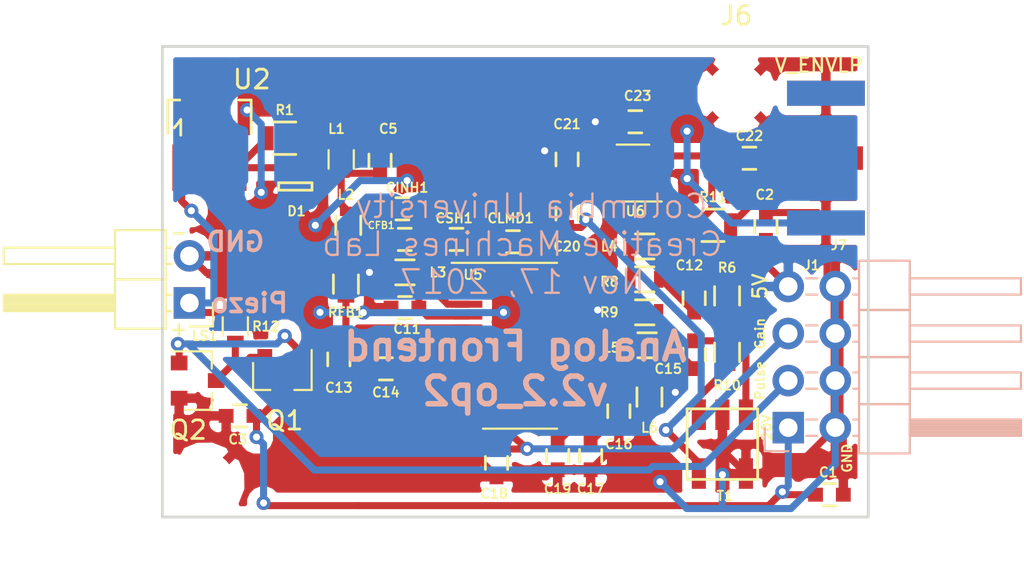
<source format=kicad_pcb>
(kicad_pcb (version 4) (host pcbnew 4.0.7)

  (general
    (links 99)
    (no_connects 1)
    (area 119.378499 84.941 175.412001 128.688001)
    (thickness 1.6)
    (drawings 16)
    (tracks 310)
    (zones 0)
    (modules 47)
    (nets 36)
  )

  (page USLetter)
  (title_block
    (title "Analog Frontend PCB")
    (date 2017-07-31)
    (rev v2.2_op2)
    (company "Columbia University Creative Machines Lab")
  )

  (layers
    (0 F.Cu signal)
    (31 B.Cu signal)
    (32 B.Adhes user)
    (33 F.Adhes user)
    (34 B.Paste user)
    (35 F.Paste user)
    (36 B.SilkS user)
    (37 F.SilkS user)
    (38 B.Mask user)
    (39 F.Mask user)
    (40 Dwgs.User user)
    (41 Cmts.User user)
    (42 Eco1.User user)
    (43 Eco2.User user)
    (44 Edge.Cuts user)
    (45 Margin user)
    (46 B.CrtYd user)
    (47 F.CrtYd user)
    (48 B.Fab user)
    (49 F.Fab user)
  )

  (setup
    (last_trace_width 0.381)
    (trace_clearance 0.254)
    (zone_clearance 0.508)
    (zone_45_only no)
    (trace_min 0.2)
    (segment_width 0.2)
    (edge_width 0.15)
    (via_size 0.762)
    (via_drill 0.381)
    (via_min_size 0.4)
    (via_min_drill 0.3)
    (uvia_size 0.508)
    (uvia_drill 0.4064)
    (uvias_allowed no)
    (uvia_min_size 0.2)
    (uvia_min_drill 0.1)
    (pcb_text_width 0.3)
    (pcb_text_size 1.5 1.5)
    (mod_edge_width 0.15)
    (mod_text_size 0.508 0.508)
    (mod_text_width 0.1016)
    (pad_size 1.524 1.524)
    (pad_drill 0.762)
    (pad_to_mask_clearance 0)
    (pad_to_paste_clearance -0.0762)
    (aux_axis_origin 0 0)
    (visible_elements 7FFEEFFF)
    (pcbplotparams
      (layerselection 0x310fc_80000001)
      (usegerberextensions false)
      (excludeedgelayer true)
      (linewidth 0.100000)
      (plotframeref false)
      (viasonmask false)
      (mode 1)
      (useauxorigin false)
      (hpglpennumber 1)
      (hpglpenspeed 20)
      (hpglpendiameter 15)
      (hpglpenoverlay 2)
      (psnegative false)
      (psa4output false)
      (plotreference true)
      (plotvalue true)
      (plotinvisibletext false)
      (padsonsilk false)
      (subtractmaskfromsilk false)
      (outputformat 1)
      (mirror false)
      (drillshape 0)
      (scaleselection 1)
      (outputdirectory gerbers/vfinal/))
  )

  (net 0 "")
  (net 1 GND)
  (net 2 +5V)
  (net 3 Vfiltered)
  (net 4 V_VGA)
  (net 5 "Net-(C11-Pad1)")
  (net 6 "Net-(C12-Pad1)")
  (net 7 "Net-(C12-Pad2)")
  (net 8 "Net-(C13-Pad1)")
  (net 9 "Net-(C13-Pad2)")
  (net 10 "Net-(C14-Pad1)")
  (net 11 "Net-(C14-Pad2)")
  (net 12 "Net-(C15-Pad1)")
  (net 13 "Net-(C15-Pad2)")
  (net 14 "Net-(C17-Pad1)")
  (net 15 GAIN)
  (net 16 /VCM)
  (net 17 "Net-(CFB1-Pad1)")
  (net 18 "Net-(CFB1-Pad2)")
  (net 19 "Net-(CINH1-Pad1)")
  (net 20 "Net-(CLMD1-Pad2)")
  (net 21 "Net-(D1-Pad3)")
  (net 22 "Net-(R6-Pad2)")
  (net 23 "Net-(R10-Pad2)")
  (net 24 "Net-(U2-Pad2)")
  (net 25 /VGA_PWR)
  (net 26 /VGA-)
  (net 27 /VGA+)
  (net 28 "Net-(R11-Pad1)")
  (net 29 /PULSE)
  (net 30 /RFin)
  (net 31 /PCAP)
  (net 32 /V_ENVLP)
  (net 33 /Vpiezo)
  (net 34 "Net-(Q1-Pad2)")
  (net 35 HV)

  (net_class Default "This is the default net class."
    (clearance 0.254)
    (trace_width 0.381)
    (via_dia 0.762)
    (via_drill 0.381)
    (uvia_dia 0.508)
    (uvia_drill 0.4064)
    (add_net +5V)
    (add_net /PCAP)
    (add_net /PULSE)
    (add_net /RFin)
    (add_net /VCM)
    (add_net /VGA+)
    (add_net /VGA-)
    (add_net /VGA_PWR)
    (add_net /V_ENVLP)
    (add_net /Vpiezo)
    (add_net GAIN)
    (add_net GND)
    (add_net HV)
    (add_net "Net-(C11-Pad1)")
    (add_net "Net-(C12-Pad1)")
    (add_net "Net-(C12-Pad2)")
    (add_net "Net-(C13-Pad1)")
    (add_net "Net-(C13-Pad2)")
    (add_net "Net-(C14-Pad1)")
    (add_net "Net-(C14-Pad2)")
    (add_net "Net-(C15-Pad1)")
    (add_net "Net-(C15-Pad2)")
    (add_net "Net-(C17-Pad1)")
    (add_net "Net-(CFB1-Pad1)")
    (add_net "Net-(CFB1-Pad2)")
    (add_net "Net-(CINH1-Pad1)")
    (add_net "Net-(CLMD1-Pad2)")
    (add_net "Net-(D1-Pad3)")
    (add_net "Net-(Q1-Pad2)")
    (add_net "Net-(R10-Pad2)")
    (add_net "Net-(R11-Pad1)")
    (add_net "Net-(R6-Pad2)")
    (add_net "Net-(U2-Pad2)")
    (add_net V_VGA)
    (add_net Vfiltered)
  )

  (net_class Power ""
    (clearance 0.381)
    (trace_width 0.762)
    (via_dia 1.524)
    (via_drill 0.889)
    (uvia_dia 0.508)
    (uvia_drill 0.4064)
  )

  (module Resistors_SMD:R_0603 (layer F.Cu) (tedit 594428EE) (tstamp 591D688C)
    (at 154.559 100.33 180)
    (descr "Resistor SMD 0603, reflow soldering, Vishay (see dcrcw.pdf)")
    (tags "resistor 0603")
    (path /591CCE56)
    (attr smd)
    (fp_text reference R8 (at 1.905 -0.127 180) (layer F.SilkS)
      (effects (font (size 0.508 0.508) (thickness 0.1016)))
    )
    (fp_text value 100 (at 0 1.9 180) (layer F.Fab)
      (effects (font (size 1 1) (thickness 0.15)))
    )
    (fp_line (start -0.8 0.4) (end -0.8 -0.4) (layer F.Fab) (width 0.1))
    (fp_line (start 0.8 0.4) (end -0.8 0.4) (layer F.Fab) (width 0.1))
    (fp_line (start 0.8 -0.4) (end 0.8 0.4) (layer F.Fab) (width 0.1))
    (fp_line (start -0.8 -0.4) (end 0.8 -0.4) (layer F.Fab) (width 0.1))
    (fp_line (start -1.3 -0.8) (end 1.3 -0.8) (layer F.CrtYd) (width 0.05))
    (fp_line (start -1.3 0.8) (end 1.3 0.8) (layer F.CrtYd) (width 0.05))
    (fp_line (start -1.3 -0.8) (end -1.3 0.8) (layer F.CrtYd) (width 0.05))
    (fp_line (start 1.3 -0.8) (end 1.3 0.8) (layer F.CrtYd) (width 0.05))
    (fp_line (start 0.5 0.675) (end -0.5 0.675) (layer F.SilkS) (width 0.15))
    (fp_line (start -0.5 -0.675) (end 0.5 -0.675) (layer F.SilkS) (width 0.15))
    (pad 1 smd rect (at -0.75 0 180) (size 0.5 0.9) (layers F.Cu F.Paste F.Mask)
      (net 6 "Net-(C12-Pad1)"))
    (pad 2 smd rect (at 0.75 0 180) (size 0.5 0.9) (layers F.Cu F.Paste F.Mask)
      (net 26 /VGA-))
    (model Resistors_SMD.3dshapes/R_0603.wrl
      (at (xyz 0 0 0))
      (scale (xyz 1 1 1))
      (rotate (xyz 0 0 0))
    )
  )

  (module custom:QSOP-20_3.9x8.6mm_Pitch0.64mm (layer F.Cu) (tedit 58B201A7) (tstamp 591E2467)
    (at 147.828 103.886)
    (descr "20 Lead Quarter Size Outline Plastic Package (QSOP) (https://www.intersil.com/content/dam/Intersil/documents/m20_/m20.15.pdf)")
    (tags "QSOP-20 ")
    (path /591C075D)
    (attr smd)
    (fp_text reference U5 (at -2.54 -3.81) (layer F.SilkS)
      (effects (font (size 0.508 0.508) (thickness 0.1016)))
    )
    (fp_text value AD8331 (at 0 6) (layer F.Fab)
      (effects (font (size 1 1) (thickness 0.15)))
    )
    (fp_line (start 3.8 -4.6) (end 3.8 4.6) (layer F.CrtYd) (width 0.05))
    (fp_line (start -0.64 -4.3) (end -0.64 -4.3) (layer F.Fab) (width 0.12))
    (fp_line (start -0.83 -4.3) (end -0.64 -4.3) (layer F.Fab) (width 0.15))
    (fp_line (start -1.95 -3.18) (end -0.83 -4.3) (layer F.Fab) (width 0.15))
    (fp_line (start -3.8 -4.6) (end 3.8 -4.6) (layer F.CrtYd) (width 0.05))
    (fp_line (start -2 4.5) (end 2 4.5) (layer F.SilkS) (width 0.12))
    (fp_line (start -3.69 -4.45) (end 2 -4.45) (layer F.SilkS) (width 0.12))
    (fp_line (start 1.95 4.3) (end 1.95 -4.3) (layer F.Fab) (width 0.15))
    (fp_line (start -0.635 -4.3) (end 1.95 -4.3) (layer F.Fab) (width 0.15))
    (fp_line (start -1.95 4.3) (end -1.95 -3.175) (layer F.Fab) (width 0.15))
    (fp_line (start -1.95 4.3) (end 1.95 4.3) (layer F.Fab) (width 0.15))
    (fp_line (start -3.8 4.6) (end 3.8 4.6) (layer F.CrtYd) (width 0.05))
    (fp_line (start -3.8 -4.6) (end -3.8 4.6) (layer F.CrtYd) (width 0.05))
    (pad 1 smd rect (at -2.795 -2.8575) (size 1.524 0.38) (layers F.Cu F.Paste F.Mask)
      (net 20 "Net-(CLMD1-Pad2)"))
    (pad 20 smd rect (at 2.795 -2.8575) (size 1.524 0.38) (layers F.Cu F.Paste F.Mask)
      (net 1 GND))
    (pad 2 smd rect (at -2.795 -2.2175) (size 1.524 0.38) (layers F.Cu F.Paste F.Mask)
      (net 17 "Net-(CFB1-Pad1)"))
    (pad 19 smd rect (at 2.795 -2.2175) (size 1.524 0.38) (layers F.Cu F.Paste F.Mask)
      (net 2 +5V))
    (pad 3 smd rect (at -2.795 -1.5775) (size 1.524 0.38) (layers F.Cu F.Paste F.Mask)
      (net 5 "Net-(C11-Pad1)"))
    (pad 18 smd rect (at 2.795 -1.5775) (size 1.524 0.38) (layers F.Cu F.Paste F.Mask)
      (net 2 +5V))
    (pad 4 smd rect (at -2.795 -0.9375) (size 1.524 0.38) (layers F.Cu F.Paste F.Mask)
      (net 8 "Net-(C13-Pad1)"))
    (pad 17 smd rect (at 2.795 -0.9375) (size 1.524 0.38) (layers F.Cu F.Paste F.Mask)
      (net 1 GND))
    (pad 5 smd rect (at -2.795 -0.2975) (size 1.524 0.38) (layers F.Cu F.Paste F.Mask)
      (net 10 "Net-(C14-Pad1)"))
    (pad 16 smd rect (at 2.795 -0.2975) (size 1.524 0.38) (layers F.Cu F.Paste F.Mask)
      (net 26 /VGA-))
    (pad 6 smd rect (at -2.795 0.3425) (size 1.524 0.38) (layers F.Cu F.Paste F.Mask)
      (net 1 GND))
    (pad 15 smd rect (at 2.795 0.3425) (size 1.524 0.38) (layers F.Cu F.Paste F.Mask)
      (net 27 /VGA+))
    (pad 7 smd rect (at -2.795 0.9825) (size 1.524 0.38) (layers F.Cu F.Paste F.Mask)
      (net 11 "Net-(C14-Pad2)"))
    (pad 14 smd rect (at 2.795 0.9825) (size 1.524 0.38) (layers F.Cu F.Paste F.Mask)
      (net 25 /VGA_PWR))
    (pad 8 smd rect (at -2.795 1.6225) (size 1.524 0.38) (layers F.Cu F.Paste F.Mask)
      (net 9 "Net-(C13-Pad2)"))
    (pad 13 smd rect (at 2.795 1.6225) (size 1.524 0.38) (layers F.Cu F.Paste F.Mask)
      (net 25 /VGA_PWR))
    (pad 9 smd rect (at -2.795 2.2625) (size 1.524 0.38) (layers F.Cu F.Paste F.Mask)
      (net 1 GND))
    (pad 12 smd rect (at 2.795 2.2625) (size 1.524 0.38) (layers F.Cu F.Paste F.Mask)
      (net 14 "Net-(C17-Pad1)"))
    (pad 10 smd rect (at -2.795 2.9025) (size 1.524 0.38) (layers F.Cu F.Paste F.Mask)
      (net 15 GAIN))
    (pad 11 smd rect (at 2.795 2.9025) (size 1.524 0.38) (layers F.Cu F.Paste F.Mask)
      (net 16 /VCM))
  )

  (module Resistors_SMD:R_0805 (layer F.Cu) (tedit 59CA903C) (tstamp 591D6862)
    (at 135.128 92.71 180)
    (descr "Resistor SMD 0805, reflow soldering, Vishay (see dcrcw.pdf)")
    (tags "resistor 0805")
    (path /58E08CD5)
    (attr smd)
    (fp_text reference R1 (at 0 1.524 360) (layer F.SilkS)
      (effects (font (size 0.508 0.508) (thickness 0.1016)))
    )
    (fp_text value 100 (at 0 2.1 180) (layer F.Fab)
      (effects (font (size 1 1) (thickness 0.15)))
    )
    (fp_line (start -1 0.625) (end -1 -0.625) (layer F.Fab) (width 0.1))
    (fp_line (start 1 0.625) (end -1 0.625) (layer F.Fab) (width 0.1))
    (fp_line (start 1 -0.625) (end 1 0.625) (layer F.Fab) (width 0.1))
    (fp_line (start -1 -0.625) (end 1 -0.625) (layer F.Fab) (width 0.1))
    (fp_line (start -1.6 -1) (end 1.6 -1) (layer F.CrtYd) (width 0.05))
    (fp_line (start -1.6 1) (end 1.6 1) (layer F.CrtYd) (width 0.05))
    (fp_line (start -1.6 -1) (end -1.6 1) (layer F.CrtYd) (width 0.05))
    (fp_line (start 1.6 -1) (end 1.6 1) (layer F.CrtYd) (width 0.05))
    (fp_line (start 0.6 0.875) (end -0.6 0.875) (layer F.SilkS) (width 0.15))
    (fp_line (start -0.6 -0.875) (end 0.6 -0.875) (layer F.SilkS) (width 0.15))
    (pad 1 smd rect (at -0.95 0 180) (size 0.7 1.3) (layers F.Cu F.Paste F.Mask)
      (net 3 Vfiltered))
    (pad 2 smd rect (at 0.95 0 180) (size 0.7 1.3) (layers F.Cu F.Paste F.Mask)
      (net 21 "Net-(D1-Pad3)"))
    (model Resistors_SMD.3dshapes/R_0805.wrl
      (at (xyz 0 0 0))
      (scale (xyz 1 1 1))
      (rotate (xyz 0 0 0))
    )
  )

  (module Capacitors_SMD:C_0603 (layer F.Cu) (tedit 59D197B3) (tstamp 591D6769)
    (at 140.2715 93.9165 90)
    (descr "Capacitor SMD 0603, reflow soldering, AVX (see smccp.pdf)")
    (tags "capacitor 0603")
    (path /58E08E96)
    (attr smd)
    (fp_text reference C5 (at 1.7145 0.4445 180) (layer F.SilkS)
      (effects (font (size 0.508 0.508) (thickness 0.1016)))
    )
    (fp_text value 1n (at 0 1.9 90) (layer F.Fab)
      (effects (font (size 1 1) (thickness 0.15)))
    )
    (fp_line (start -0.8 0.4) (end -0.8 -0.4) (layer F.Fab) (width 0.15))
    (fp_line (start 0.8 0.4) (end -0.8 0.4) (layer F.Fab) (width 0.15))
    (fp_line (start 0.8 -0.4) (end 0.8 0.4) (layer F.Fab) (width 0.15))
    (fp_line (start -0.8 -0.4) (end 0.8 -0.4) (layer F.Fab) (width 0.15))
    (fp_line (start -1.45 -0.75) (end 1.45 -0.75) (layer F.CrtYd) (width 0.05))
    (fp_line (start -1.45 0.75) (end 1.45 0.75) (layer F.CrtYd) (width 0.05))
    (fp_line (start -1.45 -0.75) (end -1.45 0.75) (layer F.CrtYd) (width 0.05))
    (fp_line (start 1.45 -0.75) (end 1.45 0.75) (layer F.CrtYd) (width 0.05))
    (fp_line (start -0.35 -0.6) (end 0.35 -0.6) (layer F.SilkS) (width 0.15))
    (fp_line (start 0.35 0.6) (end -0.35 0.6) (layer F.SilkS) (width 0.15))
    (pad 1 smd rect (at -0.75 0 90) (size 0.8 0.75) (layers F.Cu F.Paste F.Mask)
      (net 3 Vfiltered))
    (pad 2 smd rect (at 0.75 0 90) (size 0.8 0.75) (layers F.Cu F.Paste F.Mask)
      (net 1 GND))
    (model Capacitors_SMD.3dshapes/C_0603.wrl
      (at (xyz 0 0 0))
      (scale (xyz 1 1 1))
      (rotate (xyz 0 0 0))
    )
  )

  (module TO_SOT_Packages_SMD:SOT89-3_Housing_Handsoldering (layer F.Cu) (tedit 5A0E71D4) (tstamp 591D68BD)
    (at 131.064 91.948)
    (descr "SOT89-3, Housing, Handsoldering,")
    (tags "SOT89-3, Housing, Handsoldering,")
    (path /591F8A64)
    (attr smd)
    (fp_text reference U2 (at 2.286 -2.413) (layer F.SilkS)
      (effects (font (size 1.016 1.016) (thickness 0.1524)))
    )
    (fp_text value MD0100N8 (at -0.14986 5.30098) (layer F.Fab)
      (effects (font (size 1 1) (thickness 0.15)))
    )
    (fp_line (start -1.89992 0.20066) (end -1.651 -0.09906) (layer F.SilkS) (width 0.15))
    (fp_line (start -1.651 -0.09906) (end -1.5494 -0.24892) (layer F.SilkS) (width 0.15))
    (fp_line (start -1.5494 -0.24892) (end -1.5494 0.59944) (layer F.SilkS) (width 0.15))
    (fp_line (start -2.25044 -1.30048) (end -2.25044 0.50038) (layer F.SilkS) (width 0.15))
    (fp_line (start -2.25044 -1.30048) (end -1.6002 -1.30048) (layer F.SilkS) (width 0.15))
    (fp_line (start 2.25044 -1.30048) (end 2.25044 0.50038) (layer F.SilkS) (width 0.15))
    (fp_line (start 2.25044 -1.30048) (end 1.6002 -1.30048) (layer F.SilkS) (width 0.15))
    (pad 1 smd rect (at -1.50114 2.35204) (size 1.00076 2.5019) (layers F.Cu F.Paste F.Mask)
      (net 33 /Vpiezo))
    (pad 2 smd rect (at 0 2.35204) (size 1.00076 2.5019) (layers F.Cu F.Paste F.Mask)
      (net 24 "Net-(U2-Pad2)"))
    (pad 3 smd rect (at 1.50114 2.35204) (size 1.00076 2.5019) (layers F.Cu F.Paste F.Mask)
      (net 21 "Net-(D1-Pad3)"))
    (pad 2 smd rect (at 0 -1.6002) (size 1.99898 4.0005) (layers F.Cu F.Paste F.Mask)
      (net 24 "Net-(U2-Pad2)"))
    (pad 2 smd trapezoid (at 0 0.7493 180) (size 1.50114 0.7493) (rect_delta 0 0.50038 ) (layers F.Cu F.Paste F.Mask)
      (net 24 "Net-(U2-Pad2)"))
    (model TO_SOT_Packages_SMD.3dshapes/SOT89-3_Housing_Handsoldering.wrl
      (at (xyz 0 0 0))
      (scale (xyz 0.3937 0.3937 0.3937))
      (rotate (xyz 0 0 0))
    )
  )

  (module custom:SOT-523 (layer F.Cu) (tedit 591D3A70) (tstamp 591D67EE)
    (at 135.6995 95.3135 90)
    (path /591F8367)
    (attr smd)
    (fp_text reference D1 (at -1.3335 0.0635 180) (layer F.SilkS)
      (effects (font (size 0.508 0.508) (thickness 0.1016)))
    )
    (fp_text value BAV99T (at 0 1.905 90) (layer F.Fab)
      (effects (font (size 0.8 0.8) (thickness 0.15)))
    )
    (fp_line (start -0.2 -0.9) (end -0.2 0.9) (layer F.SilkS) (width 0.15))
    (fp_line (start -0.2 0.9) (end 0.2 0.9) (layer F.SilkS) (width 0.15))
    (fp_line (start 0.2 0.9) (end 0.2 -0.9) (layer F.SilkS) (width 0.15))
    (fp_line (start 0.2 -0.9) (end -0.2 -0.9) (layer F.SilkS) (width 0.15))
    (fp_line (start -1.155 -1.1) (end 1.155 -1.1) (layer F.CrtYd) (width 0.15))
    (fp_line (start 1.155 -1.1) (end 1.155 1.1) (layer F.CrtYd) (width 0.15))
    (fp_line (start 1.155 1.1) (end -1.155 1.1) (layer F.CrtYd) (width 0.15))
    (fp_line (start -1.155 1.1) (end -1.155 -1.1) (layer F.CrtYd) (width 0.15))
    (fp_line (start -0.49 -0.85) (end 0.49 -0.85) (layer F.Fab) (width 0.15))
    (fp_line (start 0.49 -0.85) (end 0.49 0.85) (layer F.Fab) (width 0.15))
    (fp_line (start 0.49 0.85) (end -0.49 0.85) (layer F.Fab) (width 0.15))
    (fp_line (start -0.49 0.85) (end -0.49 -0.85) (layer F.Fab) (width 0.15))
    (pad 1 smd rect (at -0.65 -0.5 270) (size 0.51 0.4) (layers F.Cu F.Paste F.Mask)
      (net 1 GND))
    (pad 2 smd rect (at -0.65 0.5 270) (size 0.51 0.4) (layers F.Cu F.Paste F.Mask)
      (net 1 GND))
    (pad 3 smd rect (at 0.65 0 270) (size 0.51 0.4) (layers F.Cu F.Paste F.Mask)
      (net 21 "Net-(D1-Pad3)"))
    (model smd_trans/sot323.wrl
      (at (xyz 0 0 0))
      (scale (xyz 0.75 0.6 0.6))
      (rotate (xyz 0 0 90))
    )
  )

  (module Capacitors_SMD:C_0603 (layer F.Cu) (tedit 5944278A) (tstamp 591D6787)
    (at 141.617 101.854 180)
    (descr "Capacitor SMD 0603, reflow soldering, AVX (see smccp.pdf)")
    (tags "capacitor 0603")
    (path /591C8787)
    (attr smd)
    (fp_text reference C11 (at -0.115 -1.143 180) (layer F.SilkS)
      (effects (font (size 0.508 0.508) (thickness 0.1016)))
    )
    (fp_text value 0.1µF (at 0 1.9 180) (layer F.Fab)
      (effects (font (size 1 1) (thickness 0.15)))
    )
    (fp_line (start -0.8 0.4) (end -0.8 -0.4) (layer F.Fab) (width 0.15))
    (fp_line (start 0.8 0.4) (end -0.8 0.4) (layer F.Fab) (width 0.15))
    (fp_line (start 0.8 -0.4) (end 0.8 0.4) (layer F.Fab) (width 0.15))
    (fp_line (start -0.8 -0.4) (end 0.8 -0.4) (layer F.Fab) (width 0.15))
    (fp_line (start -1.45 -0.75) (end 1.45 -0.75) (layer F.CrtYd) (width 0.05))
    (fp_line (start -1.45 0.75) (end 1.45 0.75) (layer F.CrtYd) (width 0.05))
    (fp_line (start -1.45 -0.75) (end -1.45 0.75) (layer F.CrtYd) (width 0.05))
    (fp_line (start 1.45 -0.75) (end 1.45 0.75) (layer F.CrtYd) (width 0.05))
    (fp_line (start -0.35 -0.6) (end 0.35 -0.6) (layer F.SilkS) (width 0.15))
    (fp_line (start 0.35 0.6) (end -0.35 0.6) (layer F.SilkS) (width 0.15))
    (pad 1 smd rect (at -0.75 0 180) (size 0.8 0.75) (layers F.Cu F.Paste F.Mask)
      (net 5 "Net-(C11-Pad1)"))
    (pad 2 smd rect (at 0.75 0 180) (size 0.8 0.75) (layers F.Cu F.Paste F.Mask)
      (net 1 GND))
    (model Capacitors_SMD.3dshapes/C_0603.wrl
      (at (xyz 0 0 0))
      (scale (xyz 1 1 1))
      (rotate (xyz 0 0 0))
    )
  )

  (module Capacitors_SMD:C_0603 (layer F.Cu) (tedit 59442973) (tstamp 591D678D)
    (at 157.226 101.346 90)
    (descr "Capacitor SMD 0603, reflow soldering, AVX (see smccp.pdf)")
    (tags "capacitor 0603")
    (path /591CF666)
    (attr smd)
    (fp_text reference C12 (at 1.778 -0.254 180) (layer F.SilkS)
      (effects (font (size 0.508 0.508) (thickness 0.1016)))
    )
    (fp_text value 0.1µF (at 0 1.9 90) (layer F.Fab)
      (effects (font (size 1 1) (thickness 0.15)))
    )
    (fp_line (start -0.8 0.4) (end -0.8 -0.4) (layer F.Fab) (width 0.15))
    (fp_line (start 0.8 0.4) (end -0.8 0.4) (layer F.Fab) (width 0.15))
    (fp_line (start 0.8 -0.4) (end 0.8 0.4) (layer F.Fab) (width 0.15))
    (fp_line (start -0.8 -0.4) (end 0.8 -0.4) (layer F.Fab) (width 0.15))
    (fp_line (start -1.45 -0.75) (end 1.45 -0.75) (layer F.CrtYd) (width 0.05))
    (fp_line (start -1.45 0.75) (end 1.45 0.75) (layer F.CrtYd) (width 0.05))
    (fp_line (start -1.45 -0.75) (end -1.45 0.75) (layer F.CrtYd) (width 0.05))
    (fp_line (start 1.45 -0.75) (end 1.45 0.75) (layer F.CrtYd) (width 0.05))
    (fp_line (start -0.35 -0.6) (end 0.35 -0.6) (layer F.SilkS) (width 0.15))
    (fp_line (start 0.35 0.6) (end -0.35 0.6) (layer F.SilkS) (width 0.15))
    (pad 1 smd rect (at -0.75 0 90) (size 0.8 0.75) (layers F.Cu F.Paste F.Mask)
      (net 6 "Net-(C12-Pad1)"))
    (pad 2 smd rect (at 0.75 0 90) (size 0.8 0.75) (layers F.Cu F.Paste F.Mask)
      (net 7 "Net-(C12-Pad2)"))
    (model Capacitors_SMD.3dshapes/C_0603.wrl
      (at (xyz 0 0 0))
      (scale (xyz 1 1 1))
      (rotate (xyz 0 0 0))
    )
  )

  (module Capacitors_SMD:C_0603 (layer F.Cu) (tedit 59442C60) (tstamp 591D6793)
    (at 138.049 104.648 270)
    (descr "Capacitor SMD 0603, reflow soldering, AVX (see smccp.pdf)")
    (tags "capacitor 0603")
    (path /591C253F)
    (attr smd)
    (fp_text reference C13 (at 1.524 0 360) (layer F.SilkS)
      (effects (font (size 0.508 0.508) (thickness 0.1016)))
    )
    (fp_text value 0.1µF (at 0 1.9 270) (layer F.Fab)
      (effects (font (size 1 1) (thickness 0.15)))
    )
    (fp_line (start -0.8 0.4) (end -0.8 -0.4) (layer F.Fab) (width 0.15))
    (fp_line (start 0.8 0.4) (end -0.8 0.4) (layer F.Fab) (width 0.15))
    (fp_line (start 0.8 -0.4) (end 0.8 0.4) (layer F.Fab) (width 0.15))
    (fp_line (start -0.8 -0.4) (end 0.8 -0.4) (layer F.Fab) (width 0.15))
    (fp_line (start -1.45 -0.75) (end 1.45 -0.75) (layer F.CrtYd) (width 0.05))
    (fp_line (start -1.45 0.75) (end 1.45 0.75) (layer F.CrtYd) (width 0.05))
    (fp_line (start -1.45 -0.75) (end -1.45 0.75) (layer F.CrtYd) (width 0.05))
    (fp_line (start 1.45 -0.75) (end 1.45 0.75) (layer F.CrtYd) (width 0.05))
    (fp_line (start -0.35 -0.6) (end 0.35 -0.6) (layer F.SilkS) (width 0.15))
    (fp_line (start 0.35 0.6) (end -0.35 0.6) (layer F.SilkS) (width 0.15))
    (pad 1 smd rect (at -0.75 0 270) (size 0.8 0.75) (layers F.Cu F.Paste F.Mask)
      (net 8 "Net-(C13-Pad1)"))
    (pad 2 smd rect (at 0.75 0 270) (size 0.8 0.75) (layers F.Cu F.Paste F.Mask)
      (net 9 "Net-(C13-Pad2)"))
    (model Capacitors_SMD.3dshapes/C_0603.wrl
      (at (xyz 0 0 0))
      (scale (xyz 1 1 1))
      (rotate (xyz 0 0 0))
    )
  )

  (module Capacitors_SMD:C_0603 (layer F.Cu) (tedit 59442C69) (tstamp 591D6799)
    (at 140.589 105.156)
    (descr "Capacitor SMD 0603, reflow soldering, AVX (see smccp.pdf)")
    (tags "capacitor 0603")
    (path /591C1AD6)
    (attr smd)
    (fp_text reference C14 (at 0 1.27 180) (layer F.SilkS)
      (effects (font (size 0.508 0.508) (thickness 0.1016)))
    )
    (fp_text value 0.1µF (at 0 1.9) (layer F.Fab)
      (effects (font (size 1 1) (thickness 0.15)))
    )
    (fp_line (start -0.8 0.4) (end -0.8 -0.4) (layer F.Fab) (width 0.15))
    (fp_line (start 0.8 0.4) (end -0.8 0.4) (layer F.Fab) (width 0.15))
    (fp_line (start 0.8 -0.4) (end 0.8 0.4) (layer F.Fab) (width 0.15))
    (fp_line (start -0.8 -0.4) (end 0.8 -0.4) (layer F.Fab) (width 0.15))
    (fp_line (start -1.45 -0.75) (end 1.45 -0.75) (layer F.CrtYd) (width 0.05))
    (fp_line (start -1.45 0.75) (end 1.45 0.75) (layer F.CrtYd) (width 0.05))
    (fp_line (start -1.45 -0.75) (end -1.45 0.75) (layer F.CrtYd) (width 0.05))
    (fp_line (start 1.45 -0.75) (end 1.45 0.75) (layer F.CrtYd) (width 0.05))
    (fp_line (start -0.35 -0.6) (end 0.35 -0.6) (layer F.SilkS) (width 0.15))
    (fp_line (start 0.35 0.6) (end -0.35 0.6) (layer F.SilkS) (width 0.15))
    (pad 1 smd rect (at -0.75 0) (size 0.8 0.75) (layers F.Cu F.Paste F.Mask)
      (net 10 "Net-(C14-Pad1)"))
    (pad 2 smd rect (at 0.75 0) (size 0.8 0.75) (layers F.Cu F.Paste F.Mask)
      (net 11 "Net-(C14-Pad2)"))
    (model Capacitors_SMD.3dshapes/C_0603.wrl
      (at (xyz 0 0 0))
      (scale (xyz 1 1 1))
      (rotate (xyz 0 0 0))
    )
  )

  (module Capacitors_SMD:C_0603 (layer F.Cu) (tedit 59442938) (tstamp 591D679F)
    (at 157.226 104.394 90)
    (descr "Capacitor SMD 0603, reflow soldering, AVX (see smccp.pdf)")
    (tags "capacitor 0603")
    (path /591CF7EE)
    (attr smd)
    (fp_text reference C15 (at -0.762 -1.397 180) (layer F.SilkS)
      (effects (font (size 0.508 0.508) (thickness 0.1016)))
    )
    (fp_text value 0.1µF (at 0 1.9 90) (layer F.Fab)
      (effects (font (size 1 1) (thickness 0.15)))
    )
    (fp_line (start -0.8 0.4) (end -0.8 -0.4) (layer F.Fab) (width 0.15))
    (fp_line (start 0.8 0.4) (end -0.8 0.4) (layer F.Fab) (width 0.15))
    (fp_line (start 0.8 -0.4) (end 0.8 0.4) (layer F.Fab) (width 0.15))
    (fp_line (start -0.8 -0.4) (end 0.8 -0.4) (layer F.Fab) (width 0.15))
    (fp_line (start -1.45 -0.75) (end 1.45 -0.75) (layer F.CrtYd) (width 0.05))
    (fp_line (start -1.45 0.75) (end 1.45 0.75) (layer F.CrtYd) (width 0.05))
    (fp_line (start -1.45 -0.75) (end -1.45 0.75) (layer F.CrtYd) (width 0.05))
    (fp_line (start 1.45 -0.75) (end 1.45 0.75) (layer F.CrtYd) (width 0.05))
    (fp_line (start -0.35 -0.6) (end 0.35 -0.6) (layer F.SilkS) (width 0.15))
    (fp_line (start 0.35 0.6) (end -0.35 0.6) (layer F.SilkS) (width 0.15))
    (pad 1 smd rect (at -0.75 0 90) (size 0.8 0.75) (layers F.Cu F.Paste F.Mask)
      (net 12 "Net-(C15-Pad1)"))
    (pad 2 smd rect (at 0.75 0 90) (size 0.8 0.75) (layers F.Cu F.Paste F.Mask)
      (net 13 "Net-(C15-Pad2)"))
    (model Capacitors_SMD.3dshapes/C_0603.wrl
      (at (xyz 0 0 0))
      (scale (xyz 1 1 1))
      (rotate (xyz 0 0 0))
    )
  )

  (module Capacitors_SMD:C_0603 (layer F.Cu) (tedit 594428AF) (tstamp 591D67A5)
    (at 153.162 107.442 270)
    (descr "Capacitor SMD 0603, reflow soldering, AVX (see smccp.pdf)")
    (tags "capacitor 0603")
    (path /591C7038)
    (attr smd)
    (fp_text reference C16 (at 1.778 0 360) (layer F.SilkS)
      (effects (font (size 0.508 0.508) (thickness 0.1016)))
    )
    (fp_text value 0.1µF (at 0 1.9 270) (layer F.Fab)
      (effects (font (size 1 1) (thickness 0.15)))
    )
    (fp_line (start -0.8 0.4) (end -0.8 -0.4) (layer F.Fab) (width 0.15))
    (fp_line (start 0.8 0.4) (end -0.8 0.4) (layer F.Fab) (width 0.15))
    (fp_line (start 0.8 -0.4) (end 0.8 0.4) (layer F.Fab) (width 0.15))
    (fp_line (start -0.8 -0.4) (end 0.8 -0.4) (layer F.Fab) (width 0.15))
    (fp_line (start -1.45 -0.75) (end 1.45 -0.75) (layer F.CrtYd) (width 0.05))
    (fp_line (start -1.45 0.75) (end 1.45 0.75) (layer F.CrtYd) (width 0.05))
    (fp_line (start -1.45 -0.75) (end -1.45 0.75) (layer F.CrtYd) (width 0.05))
    (fp_line (start 1.45 -0.75) (end 1.45 0.75) (layer F.CrtYd) (width 0.05))
    (fp_line (start -0.35 -0.6) (end 0.35 -0.6) (layer F.SilkS) (width 0.15))
    (fp_line (start 0.35 0.6) (end -0.35 0.6) (layer F.SilkS) (width 0.15))
    (pad 1 smd rect (at -0.75 0 270) (size 0.8 0.75) (layers F.Cu F.Paste F.Mask)
      (net 25 /VGA_PWR))
    (pad 2 smd rect (at 0.75 0 270) (size 0.8 0.75) (layers F.Cu F.Paste F.Mask)
      (net 1 GND))
    (model Capacitors_SMD.3dshapes/C_0603.wrl
      (at (xyz 0 0 0))
      (scale (xyz 1 1 1))
      (rotate (xyz 0 0 0))
    )
  )

  (module Capacitors_SMD:C_0603 (layer F.Cu) (tedit 59442C32) (tstamp 591D67AB)
    (at 151.638 109.855 270)
    (descr "Capacitor SMD 0603, reflow soldering, AVX (see smccp.pdf)")
    (tags "capacitor 0603")
    (path /591D36CE)
    (attr smd)
    (fp_text reference C17 (at 1.778 0 360) (layer F.SilkS)
      (effects (font (size 0.508 0.508) (thickness 0.1016)))
    )
    (fp_text value 0.1µF (at 0 1.9 270) (layer F.Fab)
      (effects (font (size 1 1) (thickness 0.15)))
    )
    (fp_line (start -0.8 0.4) (end -0.8 -0.4) (layer F.Fab) (width 0.15))
    (fp_line (start 0.8 0.4) (end -0.8 0.4) (layer F.Fab) (width 0.15))
    (fp_line (start 0.8 -0.4) (end 0.8 0.4) (layer F.Fab) (width 0.15))
    (fp_line (start -0.8 -0.4) (end 0.8 -0.4) (layer F.Fab) (width 0.15))
    (fp_line (start -1.45 -0.75) (end 1.45 -0.75) (layer F.CrtYd) (width 0.05))
    (fp_line (start -1.45 0.75) (end 1.45 0.75) (layer F.CrtYd) (width 0.05))
    (fp_line (start -1.45 -0.75) (end -1.45 0.75) (layer F.CrtYd) (width 0.05))
    (fp_line (start 1.45 -0.75) (end 1.45 0.75) (layer F.CrtYd) (width 0.05))
    (fp_line (start -0.35 -0.6) (end 0.35 -0.6) (layer F.SilkS) (width 0.15))
    (fp_line (start 0.35 0.6) (end -0.35 0.6) (layer F.SilkS) (width 0.15))
    (pad 1 smd rect (at -0.75 0 270) (size 0.8 0.75) (layers F.Cu F.Paste F.Mask)
      (net 14 "Net-(C17-Pad1)"))
    (pad 2 smd rect (at 0.75 0 270) (size 0.8 0.75) (layers F.Cu F.Paste F.Mask)
      (net 1 GND))
    (model Capacitors_SMD.3dshapes/C_0603.wrl
      (at (xyz 0 0 0))
      (scale (xyz 1 1 1))
      (rotate (xyz 0 0 0))
    )
  )

  (module Capacitors_SMD:C_0603 (layer F.Cu) (tedit 597A4F3D) (tstamp 591D67B1)
    (at 146.558 110.236 270)
    (descr "Capacitor SMD 0603, reflow soldering, AVX (see smccp.pdf)")
    (tags "capacitor 0603")
    (path /591C3A41)
    (attr smd)
    (fp_text reference C18 (at 1.651 0.127 360) (layer F.SilkS)
      (effects (font (size 0.508 0.508) (thickness 0.1016)))
    )
    (fp_text value 1nF (at 0 1.9 270) (layer F.Fab)
      (effects (font (size 1 1) (thickness 0.15)))
    )
    (fp_line (start -0.8 0.4) (end -0.8 -0.4) (layer F.Fab) (width 0.15))
    (fp_line (start 0.8 0.4) (end -0.8 0.4) (layer F.Fab) (width 0.15))
    (fp_line (start 0.8 -0.4) (end 0.8 0.4) (layer F.Fab) (width 0.15))
    (fp_line (start -0.8 -0.4) (end 0.8 -0.4) (layer F.Fab) (width 0.15))
    (fp_line (start -1.45 -0.75) (end 1.45 -0.75) (layer F.CrtYd) (width 0.05))
    (fp_line (start -1.45 0.75) (end 1.45 0.75) (layer F.CrtYd) (width 0.05))
    (fp_line (start -1.45 -0.75) (end -1.45 0.75) (layer F.CrtYd) (width 0.05))
    (fp_line (start 1.45 -0.75) (end 1.45 0.75) (layer F.CrtYd) (width 0.05))
    (fp_line (start -0.35 -0.6) (end 0.35 -0.6) (layer F.SilkS) (width 0.15))
    (fp_line (start 0.35 0.6) (end -0.35 0.6) (layer F.SilkS) (width 0.15))
    (pad 1 smd rect (at -0.75 0 270) (size 0.8 0.75) (layers F.Cu F.Paste F.Mask)
      (net 15 GAIN))
    (pad 2 smd rect (at 0.75 0 270) (size 0.8 0.75) (layers F.Cu F.Paste F.Mask)
      (net 1 GND))
    (model Capacitors_SMD.3dshapes/C_0603.wrl
      (at (xyz 0 0 0))
      (scale (xyz 1 1 1))
      (rotate (xyz 0 0 0))
    )
  )

  (module Capacitors_SMD:C_0603 (layer F.Cu) (tedit 59442C3E) (tstamp 591D67B7)
    (at 149.86 109.855 270)
    (descr "Capacitor SMD 0603, reflow soldering, AVX (see smccp.pdf)")
    (tags "capacitor 0603")
    (path /591C80AF)
    (attr smd)
    (fp_text reference C19 (at 1.778 0 360) (layer F.SilkS)
      (effects (font (size 0.508 0.508) (thickness 0.1016)))
    )
    (fp_text value 1nF (at 0 1.9 270) (layer F.Fab)
      (effects (font (size 1 1) (thickness 0.15)))
    )
    (fp_line (start -0.8 0.4) (end -0.8 -0.4) (layer F.Fab) (width 0.15))
    (fp_line (start 0.8 0.4) (end -0.8 0.4) (layer F.Fab) (width 0.15))
    (fp_line (start 0.8 -0.4) (end 0.8 0.4) (layer F.Fab) (width 0.15))
    (fp_line (start -0.8 -0.4) (end 0.8 -0.4) (layer F.Fab) (width 0.15))
    (fp_line (start -1.45 -0.75) (end 1.45 -0.75) (layer F.CrtYd) (width 0.05))
    (fp_line (start -1.45 0.75) (end 1.45 0.75) (layer F.CrtYd) (width 0.05))
    (fp_line (start -1.45 -0.75) (end -1.45 0.75) (layer F.CrtYd) (width 0.05))
    (fp_line (start 1.45 -0.75) (end 1.45 0.75) (layer F.CrtYd) (width 0.05))
    (fp_line (start -0.35 -0.6) (end 0.35 -0.6) (layer F.SilkS) (width 0.15))
    (fp_line (start 0.35 0.6) (end -0.35 0.6) (layer F.SilkS) (width 0.15))
    (pad 1 smd rect (at -0.75 0 270) (size 0.8 0.75) (layers F.Cu F.Paste F.Mask)
      (net 16 /VCM))
    (pad 2 smd rect (at 0.75 0 270) (size 0.8 0.75) (layers F.Cu F.Paste F.Mask)
      (net 1 GND))
    (model Capacitors_SMD.3dshapes/C_0603.wrl
      (at (xyz 0 0 0))
      (scale (xyz 1 1 1))
      (rotate (xyz 0 0 0))
    )
  )

  (module Capacitors_SMD:C_0603 (layer F.Cu) (tedit 5415D631) (tstamp 591D67BD)
    (at 150.368 96.774 90)
    (descr "Capacitor SMD 0603, reflow soldering, AVX (see smccp.pdf)")
    (tags "capacitor 0603")
    (path /58FC016E)
    (attr smd)
    (fp_text reference C20 (at -1.778 0 180) (layer F.SilkS)
      (effects (font (size 0.508 0.508) (thickness 0.1016)))
    )
    (fp_text value 6.8nF (at 0 1.9 90) (layer F.Fab)
      (effects (font (size 1 1) (thickness 0.15)))
    )
    (fp_line (start -0.8 0.4) (end -0.8 -0.4) (layer F.Fab) (width 0.15))
    (fp_line (start 0.8 0.4) (end -0.8 0.4) (layer F.Fab) (width 0.15))
    (fp_line (start 0.8 -0.4) (end 0.8 0.4) (layer F.Fab) (width 0.15))
    (fp_line (start -0.8 -0.4) (end 0.8 -0.4) (layer F.Fab) (width 0.15))
    (fp_line (start -1.45 -0.75) (end 1.45 -0.75) (layer F.CrtYd) (width 0.05))
    (fp_line (start -1.45 0.75) (end 1.45 0.75) (layer F.CrtYd) (width 0.05))
    (fp_line (start -1.45 -0.75) (end -1.45 0.75) (layer F.CrtYd) (width 0.05))
    (fp_line (start 1.45 -0.75) (end 1.45 0.75) (layer F.CrtYd) (width 0.05))
    (fp_line (start -0.35 -0.6) (end 0.35 -0.6) (layer F.SilkS) (width 0.15))
    (fp_line (start 0.35 0.6) (end -0.35 0.6) (layer F.SilkS) (width 0.15))
    (pad 1 smd rect (at -0.75 0 90) (size 0.8 0.75) (layers F.Cu F.Paste F.Mask)
      (net 4 V_VGA))
    (pad 2 smd rect (at 0.75 0 90) (size 0.8 0.75) (layers F.Cu F.Paste F.Mask)
      (net 30 /RFin))
    (model Capacitors_SMD.3dshapes/C_0603.wrl
      (at (xyz 0 0 0))
      (scale (xyz 1 1 1))
      (rotate (xyz 0 0 0))
    )
  )

  (module Capacitors_SMD:C_0603 (layer F.Cu) (tedit 5415D631) (tstamp 591D67C3)
    (at 150.368 93.853 90)
    (descr "Capacitor SMD 0603, reflow soldering, AVX (see smccp.pdf)")
    (tags "capacitor 0603")
    (path /58FBF128)
    (attr smd)
    (fp_text reference C21 (at 1.905 0 180) (layer F.SilkS)
      (effects (font (size 0.508 0.508) (thickness 0.1016)))
    )
    (fp_text value 2.2nF (at 0 1.9 90) (layer F.Fab)
      (effects (font (size 1 1) (thickness 0.15)))
    )
    (fp_line (start -0.8 0.4) (end -0.8 -0.4) (layer F.Fab) (width 0.15))
    (fp_line (start 0.8 0.4) (end -0.8 0.4) (layer F.Fab) (width 0.15))
    (fp_line (start 0.8 -0.4) (end 0.8 0.4) (layer F.Fab) (width 0.15))
    (fp_line (start -0.8 -0.4) (end 0.8 -0.4) (layer F.Fab) (width 0.15))
    (fp_line (start -1.45 -0.75) (end 1.45 -0.75) (layer F.CrtYd) (width 0.05))
    (fp_line (start -1.45 0.75) (end 1.45 0.75) (layer F.CrtYd) (width 0.05))
    (fp_line (start -1.45 -0.75) (end -1.45 0.75) (layer F.CrtYd) (width 0.05))
    (fp_line (start 1.45 -0.75) (end 1.45 0.75) (layer F.CrtYd) (width 0.05))
    (fp_line (start -0.35 -0.6) (end 0.35 -0.6) (layer F.SilkS) (width 0.15))
    (fp_line (start 0.35 0.6) (end -0.35 0.6) (layer F.SilkS) (width 0.15))
    (pad 1 smd rect (at -0.75 0 90) (size 0.8 0.75) (layers F.Cu F.Paste F.Mask)
      (net 31 /PCAP))
    (pad 2 smd rect (at 0.75 0 90) (size 0.8 0.75) (layers F.Cu F.Paste F.Mask)
      (net 2 +5V))
    (model Capacitors_SMD.3dshapes/C_0603.wrl
      (at (xyz 0 0 0))
      (scale (xyz 1 1 1))
      (rotate (xyz 0 0 0))
    )
  )

  (module Capacitors_SMD:C_0603 (layer F.Cu) (tedit 5415D631) (tstamp 591D67C9)
    (at 160.2105 93.7895 180)
    (descr "Capacitor SMD 0603, reflow soldering, AVX (see smccp.pdf)")
    (tags "capacitor 0603")
    (path /5921E51F)
    (attr smd)
    (fp_text reference C22 (at 0 1.2065 180) (layer F.SilkS)
      (effects (font (size 0.508 0.508) (thickness 0.1016)))
    )
    (fp_text value 470pF (at 0 1.9 180) (layer F.Fab)
      (effects (font (size 1 1) (thickness 0.15)))
    )
    (fp_line (start -0.8 0.4) (end -0.8 -0.4) (layer F.Fab) (width 0.15))
    (fp_line (start 0.8 0.4) (end -0.8 0.4) (layer F.Fab) (width 0.15))
    (fp_line (start 0.8 -0.4) (end 0.8 0.4) (layer F.Fab) (width 0.15))
    (fp_line (start -0.8 -0.4) (end 0.8 -0.4) (layer F.Fab) (width 0.15))
    (fp_line (start -1.45 -0.75) (end 1.45 -0.75) (layer F.CrtYd) (width 0.05))
    (fp_line (start -1.45 0.75) (end 1.45 0.75) (layer F.CrtYd) (width 0.05))
    (fp_line (start -1.45 -0.75) (end -1.45 0.75) (layer F.CrtYd) (width 0.05))
    (fp_line (start 1.45 -0.75) (end 1.45 0.75) (layer F.CrtYd) (width 0.05))
    (fp_line (start -0.35 -0.6) (end 0.35 -0.6) (layer F.SilkS) (width 0.15))
    (fp_line (start 0.35 0.6) (end -0.35 0.6) (layer F.SilkS) (width 0.15))
    (pad 1 smd rect (at -0.75 0 180) (size 0.8 0.75) (layers F.Cu F.Paste F.Mask)
      (net 32 /V_ENVLP))
    (pad 2 smd rect (at 0.75 0 180) (size 0.8 0.75) (layers F.Cu F.Paste F.Mask)
      (net 1 GND))
    (model Capacitors_SMD.3dshapes/C_0603.wrl
      (at (xyz 0 0 0))
      (scale (xyz 1 1 1))
      (rotate (xyz 0 0 0))
    )
  )

  (module Capacitors_SMD:C_0603 (layer F.Cu) (tedit 5415D631) (tstamp 591D67CF)
    (at 154.051 91.821)
    (descr "Capacitor SMD 0603, reflow soldering, AVX (see smccp.pdf)")
    (tags "capacitor 0603")
    (path /591D88F9)
    (attr smd)
    (fp_text reference C23 (at 0.127 -1.397 180) (layer F.SilkS)
      (effects (font (size 0.508 0.508) (thickness 0.1016)))
    )
    (fp_text value 0.1µF (at 0 1.9) (layer F.Fab)
      (effects (font (size 1 1) (thickness 0.15)))
    )
    (fp_line (start -0.8 0.4) (end -0.8 -0.4) (layer F.Fab) (width 0.15))
    (fp_line (start 0.8 0.4) (end -0.8 0.4) (layer F.Fab) (width 0.15))
    (fp_line (start 0.8 -0.4) (end 0.8 0.4) (layer F.Fab) (width 0.15))
    (fp_line (start -0.8 -0.4) (end 0.8 -0.4) (layer F.Fab) (width 0.15))
    (fp_line (start -1.45 -0.75) (end 1.45 -0.75) (layer F.CrtYd) (width 0.05))
    (fp_line (start -1.45 0.75) (end 1.45 0.75) (layer F.CrtYd) (width 0.05))
    (fp_line (start -1.45 -0.75) (end -1.45 0.75) (layer F.CrtYd) (width 0.05))
    (fp_line (start 1.45 -0.75) (end 1.45 0.75) (layer F.CrtYd) (width 0.05))
    (fp_line (start -0.35 -0.6) (end 0.35 -0.6) (layer F.SilkS) (width 0.15))
    (fp_line (start 0.35 0.6) (end -0.35 0.6) (layer F.SilkS) (width 0.15))
    (pad 1 smd rect (at -0.75 0) (size 0.8 0.75) (layers F.Cu F.Paste F.Mask)
      (net 2 +5V))
    (pad 2 smd rect (at 0.75 0) (size 0.8 0.75) (layers F.Cu F.Paste F.Mask)
      (net 1 GND))
    (model Capacitors_SMD.3dshapes/C_0603.wrl
      (at (xyz 0 0 0))
      (scale (xyz 1 1 1))
      (rotate (xyz 0 0 0))
    )
  )

  (module Capacitors_SMD:C_0603 (layer F.Cu) (tedit 59D1C9B7) (tstamp 591D67D5)
    (at 141.605 98.171 180)
    (descr "Capacitor SMD 0603, reflow soldering, AVX (see smccp.pdf)")
    (tags "capacitor 0603")
    (path /591F49DF)
    (attr smd)
    (fp_text reference CFB1 (at 1.27 0.762 180) (layer F.SilkS)
      (effects (font (size 0.381 0.381) (thickness 0.0762)))
    )
    (fp_text value 18nF (at 0 1.9 180) (layer F.Fab)
      (effects (font (size 1 1) (thickness 0.15)))
    )
    (fp_line (start -0.8 0.4) (end -0.8 -0.4) (layer F.Fab) (width 0.15))
    (fp_line (start 0.8 0.4) (end -0.8 0.4) (layer F.Fab) (width 0.15))
    (fp_line (start 0.8 -0.4) (end 0.8 0.4) (layer F.Fab) (width 0.15))
    (fp_line (start -0.8 -0.4) (end 0.8 -0.4) (layer F.Fab) (width 0.15))
    (fp_line (start -1.45 -0.75) (end 1.45 -0.75) (layer F.CrtYd) (width 0.05))
    (fp_line (start -1.45 0.75) (end 1.45 0.75) (layer F.CrtYd) (width 0.05))
    (fp_line (start -1.45 -0.75) (end -1.45 0.75) (layer F.CrtYd) (width 0.05))
    (fp_line (start 1.45 -0.75) (end 1.45 0.75) (layer F.CrtYd) (width 0.05))
    (fp_line (start -0.35 -0.6) (end 0.35 -0.6) (layer F.SilkS) (width 0.15))
    (fp_line (start 0.35 0.6) (end -0.35 0.6) (layer F.SilkS) (width 0.15))
    (pad 1 smd rect (at -0.75 0 180) (size 0.8 0.75) (layers F.Cu F.Paste F.Mask)
      (net 17 "Net-(CFB1-Pad1)"))
    (pad 2 smd rect (at 0.75 0 180) (size 0.8 0.75) (layers F.Cu F.Paste F.Mask)
      (net 18 "Net-(CFB1-Pad2)"))
    (model Capacitors_SMD.3dshapes/C_0603.wrl
      (at (xyz 0 0 0))
      (scale (xyz 1 1 1))
      (rotate (xyz 0 0 0))
    )
  )

  (module Capacitors_SMD:C_0603 (layer F.Cu) (tedit 594425B8) (tstamp 591D67DB)
    (at 141.478 96.52)
    (descr "Capacitor SMD 0603, reflow soldering, AVX (see smccp.pdf)")
    (tags "capacitor 0603")
    (path /592085D9)
    (attr smd)
    (fp_text reference CINH1 (at 0.254 -1.143) (layer F.SilkS)
      (effects (font (size 0.508 0.508) (thickness 0.1016)))
    )
    (fp_text value 0.1µF (at 0 1.9) (layer F.Fab)
      (effects (font (size 1 1) (thickness 0.15)))
    )
    (fp_line (start -0.8 0.4) (end -0.8 -0.4) (layer F.Fab) (width 0.15))
    (fp_line (start 0.8 0.4) (end -0.8 0.4) (layer F.Fab) (width 0.15))
    (fp_line (start 0.8 -0.4) (end 0.8 0.4) (layer F.Fab) (width 0.15))
    (fp_line (start -0.8 -0.4) (end 0.8 -0.4) (layer F.Fab) (width 0.15))
    (fp_line (start -1.45 -0.75) (end 1.45 -0.75) (layer F.CrtYd) (width 0.05))
    (fp_line (start -1.45 0.75) (end 1.45 0.75) (layer F.CrtYd) (width 0.05))
    (fp_line (start -1.45 -0.75) (end -1.45 0.75) (layer F.CrtYd) (width 0.05))
    (fp_line (start 1.45 -0.75) (end 1.45 0.75) (layer F.CrtYd) (width 0.05))
    (fp_line (start -0.35 -0.6) (end 0.35 -0.6) (layer F.SilkS) (width 0.15))
    (fp_line (start 0.35 0.6) (end -0.35 0.6) (layer F.SilkS) (width 0.15))
    (pad 1 smd rect (at -0.75 0) (size 0.8 0.75) (layers F.Cu F.Paste F.Mask)
      (net 19 "Net-(CINH1-Pad1)"))
    (pad 2 smd rect (at 0.75 0) (size 0.8 0.75) (layers F.Cu F.Paste F.Mask)
      (net 17 "Net-(CFB1-Pad1)"))
    (model Capacitors_SMD.3dshapes/C_0603.wrl
      (at (xyz 0 0 0))
      (scale (xyz 1 1 1))
      (rotate (xyz 0 0 0))
    )
  )

  (module Capacitors_SMD:C_0603 (layer F.Cu) (tedit 59442640) (tstamp 591D67E1)
    (at 147.447 98.298 180)
    (descr "Capacitor SMD 0603, reflow soldering, AVX (see smccp.pdf)")
    (tags "capacitor 0603")
    (path /591C095D)
    (attr smd)
    (fp_text reference CLMD1 (at 0.127 1.27 360) (layer F.SilkS)
      (effects (font (size 0.508 0.508) (thickness 0.1016)))
    )
    (fp_text value 0.1µF (at 0 1.9 180) (layer F.Fab)
      (effects (font (size 1 1) (thickness 0.15)))
    )
    (fp_line (start -0.8 0.4) (end -0.8 -0.4) (layer F.Fab) (width 0.15))
    (fp_line (start 0.8 0.4) (end -0.8 0.4) (layer F.Fab) (width 0.15))
    (fp_line (start 0.8 -0.4) (end 0.8 0.4) (layer F.Fab) (width 0.15))
    (fp_line (start -0.8 -0.4) (end 0.8 -0.4) (layer F.Fab) (width 0.15))
    (fp_line (start -1.45 -0.75) (end 1.45 -0.75) (layer F.CrtYd) (width 0.05))
    (fp_line (start -1.45 0.75) (end 1.45 0.75) (layer F.CrtYd) (width 0.05))
    (fp_line (start -1.45 -0.75) (end -1.45 0.75) (layer F.CrtYd) (width 0.05))
    (fp_line (start 1.45 -0.75) (end 1.45 0.75) (layer F.CrtYd) (width 0.05))
    (fp_line (start -0.35 -0.6) (end 0.35 -0.6) (layer F.SilkS) (width 0.15))
    (fp_line (start 0.35 0.6) (end -0.35 0.6) (layer F.SilkS) (width 0.15))
    (pad 1 smd rect (at -0.75 0 180) (size 0.8 0.75) (layers F.Cu F.Paste F.Mask)
      (net 1 GND))
    (pad 2 smd rect (at 0.75 0 180) (size 0.8 0.75) (layers F.Cu F.Paste F.Mask)
      (net 20 "Net-(CLMD1-Pad2)"))
    (model Capacitors_SMD.3dshapes/C_0603.wrl
      (at (xyz 0 0 0))
      (scale (xyz 1 1 1))
      (rotate (xyz 0 0 0))
    )
  )

  (module Capacitors_SMD:C_0603 (layer F.Cu) (tedit 59442615) (tstamp 591D67E7)
    (at 144.399 98.171)
    (descr "Capacitor SMD 0603, reflow soldering, AVX (see smccp.pdf)")
    (tags "capacitor 0603")
    (path /591F55DF)
    (attr smd)
    (fp_text reference CSH1 (at -0.127 -1.143 180) (layer F.SilkS)
      (effects (font (size 0.508 0.508) (thickness 0.1016)))
    )
    (fp_text value 22pF (at 0 1.9) (layer F.Fab)
      (effects (font (size 1 1) (thickness 0.15)))
    )
    (fp_line (start -0.8 0.4) (end -0.8 -0.4) (layer F.Fab) (width 0.15))
    (fp_line (start 0.8 0.4) (end -0.8 0.4) (layer F.Fab) (width 0.15))
    (fp_line (start 0.8 -0.4) (end 0.8 0.4) (layer F.Fab) (width 0.15))
    (fp_line (start -0.8 -0.4) (end 0.8 -0.4) (layer F.Fab) (width 0.15))
    (fp_line (start -1.45 -0.75) (end 1.45 -0.75) (layer F.CrtYd) (width 0.05))
    (fp_line (start -1.45 0.75) (end 1.45 0.75) (layer F.CrtYd) (width 0.05))
    (fp_line (start -1.45 -0.75) (end -1.45 0.75) (layer F.CrtYd) (width 0.05))
    (fp_line (start 1.45 -0.75) (end 1.45 0.75) (layer F.CrtYd) (width 0.05))
    (fp_line (start -0.35 -0.6) (end 0.35 -0.6) (layer F.SilkS) (width 0.15))
    (fp_line (start 0.35 0.6) (end -0.35 0.6) (layer F.SilkS) (width 0.15))
    (pad 1 smd rect (at -0.75 0) (size 0.8 0.75) (layers F.Cu F.Paste F.Mask)
      (net 17 "Net-(CFB1-Pad1)"))
    (pad 2 smd rect (at 0.75 0) (size 0.8 0.75) (layers F.Cu F.Paste F.Mask)
      (net 1 GND))
    (model Capacitors_SMD.3dshapes/C_0603.wrl
      (at (xyz 0 0 0))
      (scale (xyz 1 1 1))
      (rotate (xyz 0 0 0))
    )
  )

  (module Resistors_SMD:R_0603 (layer F.Cu) (tedit 58307A47) (tstamp 591D681E)
    (at 138.557 97.409 270)
    (descr "Resistor SMD 0603, reflow soldering, Vishay (see dcrcw.pdf)")
    (tags "resistor 0603")
    (path /591C9538)
    (attr smd)
    (fp_text reference L2 (at -1.651 0.127 360) (layer F.SilkS)
      (effects (font (size 0.508 0.508) (thickness 0.1016)))
    )
    (fp_text value "120nH FB" (at 0 1.9 270) (layer F.Fab)
      (effects (font (size 1 1) (thickness 0.15)))
    )
    (fp_line (start -0.8 0.4) (end -0.8 -0.4) (layer F.Fab) (width 0.1))
    (fp_line (start 0.8 0.4) (end -0.8 0.4) (layer F.Fab) (width 0.1))
    (fp_line (start 0.8 -0.4) (end 0.8 0.4) (layer F.Fab) (width 0.1))
    (fp_line (start -0.8 -0.4) (end 0.8 -0.4) (layer F.Fab) (width 0.1))
    (fp_line (start -1.3 -0.8) (end 1.3 -0.8) (layer F.CrtYd) (width 0.05))
    (fp_line (start -1.3 0.8) (end 1.3 0.8) (layer F.CrtYd) (width 0.05))
    (fp_line (start -1.3 -0.8) (end -1.3 0.8) (layer F.CrtYd) (width 0.05))
    (fp_line (start 1.3 -0.8) (end 1.3 0.8) (layer F.CrtYd) (width 0.05))
    (fp_line (start 0.5 0.675) (end -0.5 0.675) (layer F.SilkS) (width 0.15))
    (fp_line (start -0.5 -0.675) (end 0.5 -0.675) (layer F.SilkS) (width 0.15))
    (pad 1 smd rect (at -0.75 0 270) (size 0.5 0.9) (layers F.Cu F.Paste F.Mask)
      (net 3 Vfiltered))
    (pad 2 smd rect (at 0.75 0 270) (size 0.5 0.9) (layers F.Cu F.Paste F.Mask)
      (net 19 "Net-(CINH1-Pad1)"))
    (model Resistors_SMD.3dshapes/R_0603.wrl
      (at (xyz 0 0 0))
      (scale (xyz 1 1 1))
      (rotate (xyz 0 0 0))
    )
  )

  (module Resistors_SMD:R_0603 (layer F.Cu) (tedit 5944276A) (tstamp 591D6824)
    (at 141.617 99.949)
    (descr "Resistor SMD 0603, reflow soldering, Vishay (see dcrcw.pdf)")
    (tags "resistor 0603")
    (path /591C91FE)
    (attr smd)
    (fp_text reference L3 (at 1.778 0) (layer F.SilkS)
      (effects (font (size 0.508 0.508) (thickness 0.1016)))
    )
    (fp_text value "120nH FB" (at 0 1.9) (layer F.Fab)
      (effects (font (size 1 1) (thickness 0.15)))
    )
    (fp_line (start -0.8 0.4) (end -0.8 -0.4) (layer F.Fab) (width 0.1))
    (fp_line (start 0.8 0.4) (end -0.8 0.4) (layer F.Fab) (width 0.1))
    (fp_line (start 0.8 -0.4) (end 0.8 0.4) (layer F.Fab) (width 0.1))
    (fp_line (start -0.8 -0.4) (end 0.8 -0.4) (layer F.Fab) (width 0.1))
    (fp_line (start -1.3 -0.8) (end 1.3 -0.8) (layer F.CrtYd) (width 0.05))
    (fp_line (start -1.3 0.8) (end 1.3 0.8) (layer F.CrtYd) (width 0.05))
    (fp_line (start -1.3 -0.8) (end -1.3 0.8) (layer F.CrtYd) (width 0.05))
    (fp_line (start 1.3 -0.8) (end 1.3 0.8) (layer F.CrtYd) (width 0.05))
    (fp_line (start 0.5 0.675) (end -0.5 0.675) (layer F.SilkS) (width 0.15))
    (fp_line (start -0.5 -0.675) (end 0.5 -0.675) (layer F.SilkS) (width 0.15))
    (pad 1 smd rect (at -0.75 0) (size 0.5 0.9) (layers F.Cu F.Paste F.Mask)
      (net 2 +5V))
    (pad 2 smd rect (at 0.75 0) (size 0.5 0.9) (layers F.Cu F.Paste F.Mask)
      (net 5 "Net-(C11-Pad1)"))
    (model Resistors_SMD.3dshapes/R_0603.wrl
      (at (xyz 0 0 0))
      (scale (xyz 1 1 1))
      (rotate (xyz 0 0 0))
    )
  )

  (module Resistors_SMD:R_0603 (layer F.Cu) (tedit 5944290D) (tstamp 591D682A)
    (at 154.559 98.552)
    (descr "Resistor SMD 0603, reflow soldering, Vishay (see dcrcw.pdf)")
    (tags "resistor 0603")
    (path /591CCFF6)
    (attr smd)
    (fp_text reference L4 (at -1.917 0) (layer F.SilkS)
      (effects (font (size 0.508 0.508) (thickness 0.1016)))
    )
    (fp_text value "120nH FB" (at 0 1.9) (layer F.Fab)
      (effects (font (size 1 1) (thickness 0.15)))
    )
    (fp_line (start -0.8 0.4) (end -0.8 -0.4) (layer F.Fab) (width 0.1))
    (fp_line (start 0.8 0.4) (end -0.8 0.4) (layer F.Fab) (width 0.1))
    (fp_line (start 0.8 -0.4) (end 0.8 0.4) (layer F.Fab) (width 0.1))
    (fp_line (start -0.8 -0.4) (end 0.8 -0.4) (layer F.Fab) (width 0.1))
    (fp_line (start -1.3 -0.8) (end 1.3 -0.8) (layer F.CrtYd) (width 0.05))
    (fp_line (start -1.3 0.8) (end 1.3 0.8) (layer F.CrtYd) (width 0.05))
    (fp_line (start -1.3 -0.8) (end -1.3 0.8) (layer F.CrtYd) (width 0.05))
    (fp_line (start 1.3 -0.8) (end 1.3 0.8) (layer F.CrtYd) (width 0.05))
    (fp_line (start 0.5 0.675) (end -0.5 0.675) (layer F.SilkS) (width 0.15))
    (fp_line (start -0.5 -0.675) (end 0.5 -0.675) (layer F.SilkS) (width 0.15))
    (pad 1 smd rect (at -0.75 0) (size 0.5 0.9) (layers F.Cu F.Paste F.Mask)
      (net 26 /VGA-))
    (pad 2 smd rect (at 0.75 0) (size 0.5 0.9) (layers F.Cu F.Paste F.Mask)
      (net 6 "Net-(C12-Pad1)"))
    (model Resistors_SMD.3dshapes/R_0603.wrl
      (at (xyz 0 0 0))
      (scale (xyz 1 1 1))
      (rotate (xyz 0 0 0))
    )
  )

  (module Resistors_SMD:R_0603 (layer F.Cu) (tedit 59442900) (tstamp 591D6830)
    (at 154.686 103.886)
    (descr "Resistor SMD 0603, reflow soldering, Vishay (see dcrcw.pdf)")
    (tags "resistor 0603")
    (path /591CD8FF)
    (attr smd)
    (fp_text reference L5 (at -1.917 0.127) (layer F.SilkS)
      (effects (font (size 0.508 0.508) (thickness 0.1016)))
    )
    (fp_text value "120nH FB" (at 0 1.9) (layer F.Fab)
      (effects (font (size 1 1) (thickness 0.15)))
    )
    (fp_line (start -0.8 0.4) (end -0.8 -0.4) (layer F.Fab) (width 0.1))
    (fp_line (start 0.8 0.4) (end -0.8 0.4) (layer F.Fab) (width 0.1))
    (fp_line (start 0.8 -0.4) (end 0.8 0.4) (layer F.Fab) (width 0.1))
    (fp_line (start -0.8 -0.4) (end 0.8 -0.4) (layer F.Fab) (width 0.1))
    (fp_line (start -1.3 -0.8) (end 1.3 -0.8) (layer F.CrtYd) (width 0.05))
    (fp_line (start -1.3 0.8) (end 1.3 0.8) (layer F.CrtYd) (width 0.05))
    (fp_line (start -1.3 -0.8) (end -1.3 0.8) (layer F.CrtYd) (width 0.05))
    (fp_line (start 1.3 -0.8) (end 1.3 0.8) (layer F.CrtYd) (width 0.05))
    (fp_line (start 0.5 0.675) (end -0.5 0.675) (layer F.SilkS) (width 0.15))
    (fp_line (start -0.5 -0.675) (end 0.5 -0.675) (layer F.SilkS) (width 0.15))
    (pad 1 smd rect (at -0.75 0) (size 0.5 0.9) (layers F.Cu F.Paste F.Mask)
      (net 27 /VGA+))
    (pad 2 smd rect (at 0.75 0) (size 0.5 0.9) (layers F.Cu F.Paste F.Mask)
      (net 12 "Net-(C15-Pad1)"))
    (model Resistors_SMD.3dshapes/R_0603.wrl
      (at (xyz 0 0 0))
      (scale (xyz 1 1 1))
      (rotate (xyz 0 0 0))
    )
  )

  (module Resistors_SMD:R_0603 (layer F.Cu) (tedit 59442C23) (tstamp 591D6836)
    (at 154.813 106.68 270)
    (descr "Resistor SMD 0603, reflow soldering, Vishay (see dcrcw.pdf)")
    (tags "resistor 0603")
    (path /591C70E1)
    (attr smd)
    (fp_text reference L6 (at 1.651 0 360) (layer F.SilkS)
      (effects (font (size 0.508 0.508) (thickness 0.1016)))
    )
    (fp_text value "120nH FB" (at 0 1.9 270) (layer F.Fab)
      (effects (font (size 1 1) (thickness 0.15)))
    )
    (fp_line (start -0.8 0.4) (end -0.8 -0.4) (layer F.Fab) (width 0.1))
    (fp_line (start 0.8 0.4) (end -0.8 0.4) (layer F.Fab) (width 0.1))
    (fp_line (start 0.8 -0.4) (end 0.8 0.4) (layer F.Fab) (width 0.1))
    (fp_line (start -0.8 -0.4) (end 0.8 -0.4) (layer F.Fab) (width 0.1))
    (fp_line (start -1.3 -0.8) (end 1.3 -0.8) (layer F.CrtYd) (width 0.05))
    (fp_line (start -1.3 0.8) (end 1.3 0.8) (layer F.CrtYd) (width 0.05))
    (fp_line (start -1.3 -0.8) (end -1.3 0.8) (layer F.CrtYd) (width 0.05))
    (fp_line (start 1.3 -0.8) (end 1.3 0.8) (layer F.CrtYd) (width 0.05))
    (fp_line (start 0.5 0.675) (end -0.5 0.675) (layer F.SilkS) (width 0.15))
    (fp_line (start -0.5 -0.675) (end 0.5 -0.675) (layer F.SilkS) (width 0.15))
    (pad 1 smd rect (at -0.75 0 270) (size 0.5 0.9) (layers F.Cu F.Paste F.Mask)
      (net 25 /VGA_PWR))
    (pad 2 smd rect (at 0.75 0 270) (size 0.5 0.9) (layers F.Cu F.Paste F.Mask)
      (net 2 +5V))
    (model Resistors_SMD.3dshapes/R_0603.wrl
      (at (xyz 0 0 0))
      (scale (xyz 1 1 1))
      (rotate (xyz 0 0 0))
    )
  )

  (module Resistors_SMD:R_0603 (layer F.Cu) (tedit 5944299E) (tstamp 591D6880)
    (at 159.004 101.219 270)
    (descr "Resistor SMD 0603, reflow soldering, Vishay (see dcrcw.pdf)")
    (tags "resistor 0603")
    (path /591CFF75)
    (attr smd)
    (fp_text reference R6 (at -1.524 0 360) (layer F.SilkS)
      (effects (font (size 0.508 0.508) (thickness 0.1016)))
    )
    (fp_text value 237 (at 0 1.9 270) (layer F.Fab)
      (effects (font (size 1 1) (thickness 0.15)))
    )
    (fp_line (start -0.8 0.4) (end -0.8 -0.4) (layer F.Fab) (width 0.1))
    (fp_line (start 0.8 0.4) (end -0.8 0.4) (layer F.Fab) (width 0.1))
    (fp_line (start 0.8 -0.4) (end 0.8 0.4) (layer F.Fab) (width 0.1))
    (fp_line (start -0.8 -0.4) (end 0.8 -0.4) (layer F.Fab) (width 0.1))
    (fp_line (start -1.3 -0.8) (end 1.3 -0.8) (layer F.CrtYd) (width 0.05))
    (fp_line (start -1.3 0.8) (end 1.3 0.8) (layer F.CrtYd) (width 0.05))
    (fp_line (start -1.3 -0.8) (end -1.3 0.8) (layer F.CrtYd) (width 0.05))
    (fp_line (start 1.3 -0.8) (end 1.3 0.8) (layer F.CrtYd) (width 0.05))
    (fp_line (start 0.5 0.675) (end -0.5 0.675) (layer F.SilkS) (width 0.15))
    (fp_line (start -0.5 -0.675) (end 0.5 -0.675) (layer F.SilkS) (width 0.15))
    (pad 1 smd rect (at -0.75 0 270) (size 0.5 0.9) (layers F.Cu F.Paste F.Mask)
      (net 7 "Net-(C12-Pad2)"))
    (pad 2 smd rect (at 0.75 0 270) (size 0.5 0.9) (layers F.Cu F.Paste F.Mask)
      (net 22 "Net-(R6-Pad2)"))
    (model Resistors_SMD.3dshapes/R_0603.wrl
      (at (xyz 0 0 0))
      (scale (xyz 1 1 1))
      (rotate (xyz 0 0 0))
    )
  )

  (module Resistors_SMD:R_0603 (layer F.Cu) (tedit 594428DE) (tstamp 591D6892)
    (at 154.559 102.108 180)
    (descr "Resistor SMD 0603, reflow soldering, Vishay (see dcrcw.pdf)")
    (tags "resistor 0603")
    (path /591CCF43)
    (attr smd)
    (fp_text reference R9 (at 1.917 0 180) (layer F.SilkS)
      (effects (font (size 0.508 0.508) (thickness 0.1016)))
    )
    (fp_text value 100 (at 0 1.9 180) (layer F.Fab)
      (effects (font (size 1 1) (thickness 0.15)))
    )
    (fp_line (start -0.8 0.4) (end -0.8 -0.4) (layer F.Fab) (width 0.1))
    (fp_line (start 0.8 0.4) (end -0.8 0.4) (layer F.Fab) (width 0.1))
    (fp_line (start 0.8 -0.4) (end 0.8 0.4) (layer F.Fab) (width 0.1))
    (fp_line (start -0.8 -0.4) (end 0.8 -0.4) (layer F.Fab) (width 0.1))
    (fp_line (start -1.3 -0.8) (end 1.3 -0.8) (layer F.CrtYd) (width 0.05))
    (fp_line (start -1.3 0.8) (end 1.3 0.8) (layer F.CrtYd) (width 0.05))
    (fp_line (start -1.3 -0.8) (end -1.3 0.8) (layer F.CrtYd) (width 0.05))
    (fp_line (start 1.3 -0.8) (end 1.3 0.8) (layer F.CrtYd) (width 0.05))
    (fp_line (start 0.5 0.675) (end -0.5 0.675) (layer F.SilkS) (width 0.15))
    (fp_line (start -0.5 -0.675) (end 0.5 -0.675) (layer F.SilkS) (width 0.15))
    (pad 1 smd rect (at -0.75 0 180) (size 0.5 0.9) (layers F.Cu F.Paste F.Mask)
      (net 12 "Net-(C15-Pad1)"))
    (pad 2 smd rect (at 0.75 0 180) (size 0.5 0.9) (layers F.Cu F.Paste F.Mask)
      (net 27 /VGA+))
    (model Resistors_SMD.3dshapes/R_0603.wrl
      (at (xyz 0 0 0))
      (scale (xyz 1 1 1))
      (rotate (xyz 0 0 0))
    )
  )

  (module Resistors_SMD:R_0603 (layer F.Cu) (tedit 59442966) (tstamp 591D6898)
    (at 159.004 104.267 270)
    (descr "Resistor SMD 0603, reflow soldering, Vishay (see dcrcw.pdf)")
    (tags "resistor 0603")
    (path /591D00FA)
    (attr smd)
    (fp_text reference R10 (at 1.778 0 360) (layer F.SilkS)
      (effects (font (size 0.508 0.508) (thickness 0.1016)))
    )
    (fp_text value 237 (at 0 1.9 270) (layer F.Fab)
      (effects (font (size 1 1) (thickness 0.15)))
    )
    (fp_line (start -0.8 0.4) (end -0.8 -0.4) (layer F.Fab) (width 0.1))
    (fp_line (start 0.8 0.4) (end -0.8 0.4) (layer F.Fab) (width 0.1))
    (fp_line (start 0.8 -0.4) (end 0.8 0.4) (layer F.Fab) (width 0.1))
    (fp_line (start -0.8 -0.4) (end 0.8 -0.4) (layer F.Fab) (width 0.1))
    (fp_line (start -1.3 -0.8) (end 1.3 -0.8) (layer F.CrtYd) (width 0.05))
    (fp_line (start -1.3 0.8) (end 1.3 0.8) (layer F.CrtYd) (width 0.05))
    (fp_line (start -1.3 -0.8) (end -1.3 0.8) (layer F.CrtYd) (width 0.05))
    (fp_line (start 1.3 -0.8) (end 1.3 0.8) (layer F.CrtYd) (width 0.05))
    (fp_line (start 0.5 0.675) (end -0.5 0.675) (layer F.SilkS) (width 0.15))
    (fp_line (start -0.5 -0.675) (end 0.5 -0.675) (layer F.SilkS) (width 0.15))
    (pad 1 smd rect (at -0.75 0 270) (size 0.5 0.9) (layers F.Cu F.Paste F.Mask)
      (net 13 "Net-(C15-Pad2)"))
    (pad 2 smd rect (at 0.75 0 270) (size 0.5 0.9) (layers F.Cu F.Paste F.Mask)
      (net 23 "Net-(R10-Pad2)"))
    (model Resistors_SMD.3dshapes/R_0603.wrl
      (at (xyz 0 0 0))
      (scale (xyz 1 1 1))
      (rotate (xyz 0 0 0))
    )
  )

  (module Resistors_SMD:R_0805 (layer F.Cu) (tedit 58307B54) (tstamp 591D689E)
    (at 158.242 97.409)
    (descr "Resistor SMD 0805, reflow soldering, Vishay (see dcrcw.pdf)")
    (tags "resistor 0805")
    (path /5921E895)
    (attr smd)
    (fp_text reference R11 (at 0 -1.524) (layer F.SilkS)
      (effects (font (size 0.508 0.508) (thickness 0.1016)))
    )
    (fp_text value 68 (at 0 2.1) (layer F.Fab)
      (effects (font (size 1 1) (thickness 0.15)))
    )
    (fp_line (start -1 0.625) (end -1 -0.625) (layer F.Fab) (width 0.1))
    (fp_line (start 1 0.625) (end -1 0.625) (layer F.Fab) (width 0.1))
    (fp_line (start 1 -0.625) (end 1 0.625) (layer F.Fab) (width 0.1))
    (fp_line (start -1 -0.625) (end 1 -0.625) (layer F.Fab) (width 0.1))
    (fp_line (start -1.6 -1) (end 1.6 -1) (layer F.CrtYd) (width 0.05))
    (fp_line (start -1.6 1) (end 1.6 1) (layer F.CrtYd) (width 0.05))
    (fp_line (start -1.6 -1) (end -1.6 1) (layer F.CrtYd) (width 0.05))
    (fp_line (start 1.6 -1) (end 1.6 1) (layer F.CrtYd) (width 0.05))
    (fp_line (start 0.6 0.875) (end -0.6 0.875) (layer F.SilkS) (width 0.15))
    (fp_line (start -0.6 -0.875) (end 0.6 -0.875) (layer F.SilkS) (width 0.15))
    (pad 1 smd rect (at -0.95 0) (size 0.7 1.3) (layers F.Cu F.Paste F.Mask)
      (net 28 "Net-(R11-Pad1)"))
    (pad 2 smd rect (at 0.95 0) (size 0.7 1.3) (layers F.Cu F.Paste F.Mask)
      (net 32 /V_ENVLP))
    (model Resistors_SMD.3dshapes/R_0805.wrl
      (at (xyz 0 0 0))
      (scale (xyz 1 1 1))
      (rotate (xyz 0 0 0))
    )
  )

  (module Resistors_SMD:R_0603 (layer F.Cu) (tedit 5944270E) (tstamp 591D68A4)
    (at 138.43 100.584 270)
    (descr "Resistor SMD 0603, reflow soldering, Vishay (see dcrcw.pdf)")
    (tags "resistor 0603")
    (path /591F4EDF)
    (attr smd)
    (fp_text reference RFB1 (at 1.524 0 360) (layer F.SilkS)
      (effects (font (size 0.508 0.508) (thickness 0.1016)))
    )
    (fp_text value 274 (at 0 1.9 270) (layer F.Fab)
      (effects (font (size 1 1) (thickness 0.15)))
    )
    (fp_line (start -0.8 0.4) (end -0.8 -0.4) (layer F.Fab) (width 0.1))
    (fp_line (start 0.8 0.4) (end -0.8 0.4) (layer F.Fab) (width 0.1))
    (fp_line (start 0.8 -0.4) (end 0.8 0.4) (layer F.Fab) (width 0.1))
    (fp_line (start -0.8 -0.4) (end 0.8 -0.4) (layer F.Fab) (width 0.1))
    (fp_line (start -1.3 -0.8) (end 1.3 -0.8) (layer F.CrtYd) (width 0.05))
    (fp_line (start -1.3 0.8) (end 1.3 0.8) (layer F.CrtYd) (width 0.05))
    (fp_line (start -1.3 -0.8) (end -1.3 0.8) (layer F.CrtYd) (width 0.05))
    (fp_line (start 1.3 -0.8) (end 1.3 0.8) (layer F.CrtYd) (width 0.05))
    (fp_line (start 0.5 0.675) (end -0.5 0.675) (layer F.SilkS) (width 0.15))
    (fp_line (start -0.5 -0.675) (end 0.5 -0.675) (layer F.SilkS) (width 0.15))
    (pad 1 smd rect (at -0.75 0 270) (size 0.5 0.9) (layers F.Cu F.Paste F.Mask)
      (net 18 "Net-(CFB1-Pad2)"))
    (pad 2 smd rect (at 0.75 0 270) (size 0.5 0.9) (layers F.Cu F.Paste F.Mask)
      (net 8 "Net-(C13-Pad1)"))
    (model Resistors_SMD.3dshapes/R_0603.wrl
      (at (xyz 0 0 0))
      (scale (xyz 1 1 1))
      (rotate (xyz 0 0 0))
    )
  )

  (module custom:TSOT-23-6_MK06A (layer F.Cu) (tedit 58CE4E80) (tstamp 591D68F7)
    (at 153.924 94.615 180)
    (descr "6-pin TSOT23 package, http://cds.linear.com/docs/en/packaging/SOT_6_05-08-1636.pdf")
    (tags "TSOT-23-6 MK06A TSOT-6")
    (path /58FBDBA6)
    (attr smd)
    (fp_text reference U6 (at -0.127 -2.032 180) (layer F.SilkS)
      (effects (font (size 0.508 0.508) (thickness 0.1016)))
    )
    (fp_text value LTC5507 (at 0 2.5 180) (layer F.Fab)
      (effects (font (size 1 1) (thickness 0.15)))
    )
    (fp_text user %R (at 0 0 180) (layer F.Fab)
      (effects (font (size 0.5 0.5) (thickness 0.075)))
    )
    (fp_line (start -0.88 1.56) (end 0.88 1.56) (layer F.SilkS) (width 0.12))
    (fp_line (start 0.88 -1.51) (end -1.55 -1.51) (layer F.SilkS) (width 0.12))
    (fp_line (start -0.88 -1) (end -0.43 -1.45) (layer F.Fab) (width 0.1))
    (fp_line (start 0.88 -1.45) (end -0.43 -1.45) (layer F.Fab) (width 0.1))
    (fp_line (start -0.88 -1) (end -0.88 1.45) (layer F.Fab) (width 0.1))
    (fp_line (start 0.88 1.45) (end -0.88 1.45) (layer F.Fab) (width 0.1))
    (fp_line (start 0.88 -1.45) (end 0.88 1.45) (layer F.Fab) (width 0.1))
    (fp_line (start -2.17 -1.7) (end 2.17 -1.7) (layer F.CrtYd) (width 0.05))
    (fp_line (start -2.17 -1.7) (end -2.17 1.7) (layer F.CrtYd) (width 0.05))
    (fp_line (start 2.17 1.7) (end 2.17 -1.7) (layer F.CrtYd) (width 0.05))
    (fp_line (start 2.17 1.7) (end -2.17 1.7) (layer F.CrtYd) (width 0.05))
    (pad 1 smd rect (at -1.31 -0.95 180) (size 1.22 0.65) (layers F.Cu F.Paste F.Mask)
      (net 2 +5V))
    (pad 2 smd rect (at -1.31 0 180) (size 1.22 0.65) (layers F.Cu F.Paste F.Mask)
      (net 1 GND))
    (pad 3 smd rect (at -1.31 0.95 180) (size 1.22 0.65) (layers F.Cu F.Paste F.Mask)
      (net 28 "Net-(R11-Pad1)"))
    (pad 4 smd rect (at 1.31 0.95 180) (size 1.22 0.65) (layers F.Cu F.Paste F.Mask)
      (net 2 +5V))
    (pad 5 smd rect (at 1.31 0 180) (size 1.22 0.65) (layers F.Cu F.Paste F.Mask)
      (net 31 /PCAP))
    (pad 6 smd rect (at 1.31 -0.95 180) (size 1.22 0.65) (layers F.Cu F.Paste F.Mask)
      (net 30 /RFin))
    (model ${KISYS3DMOD}/TO_SOT_Packages_SMD.3dshapes/TSOT-23-6_MK06A.wrl
      (at (xyz 0 0 0))
      (scale (xyz 1 1 1))
      (rotate (xyz 0 0 0))
    )
  )

  (module custom:CX2041NLT (layer F.Cu) (tedit 5942FFBC) (tstamp 591D68AD)
    (at 158.75 109.22 180)
    (path /591D38EB)
    (fp_text reference T1 (at -0.127 -2.794 360) (layer F.SilkS)
      (effects (font (size 0.508 0.508) (thickness 0.1016)))
    )
    (fp_text value CX2041NLT (at 0 3.81 180) (layer F.Fab)
      (effects (font (size 1.2 1.2) (thickness 0.15)))
    )
    (fp_line (start -1.905 -1.905) (end -1.905 1.905) (layer F.SilkS) (width 0.15))
    (fp_line (start 1.905 1.905) (end -1.905 1.905) (layer F.SilkS) (width 0.15))
    (fp_line (start 1.905 -1.905) (end 1.905 1.905) (layer F.SilkS) (width 0.15))
    (fp_line (start -1.905 -1.905) (end 1.905 -1.905) (layer F.SilkS) (width 0.15))
    (pad 5 smd rect (at -1.27 -1.5875 180) (size 0.762 1.651) (layers F.Cu F.Paste F.Mask)
      (net 1 GND))
    (pad 1 smd rect (at -1.27 1.5875 180) (size 0.762 1.651) (layers F.Cu F.Paste F.Mask)
      (net 22 "Net-(R6-Pad2)"))
    (pad 2 smd rect (at 0 1.5875 180) (size 0.762 1.651) (layers F.Cu F.Paste F.Mask)
      (net 1 GND))
    (pad 4 smd rect (at 1.27 -1.5875 180) (size 0.762 1.651) (layers F.Cu F.Paste F.Mask)
      (net 4 V_VGA))
    (pad 3 smd rect (at 1.27 1.5875 180) (size 0.762 1.651) (layers F.Cu F.Paste F.Mask)
      (net 23 "Net-(R10-Pad2)"))
  )

  (module Inductors_SMD:L_0603 (layer F.Cu) (tedit 58307A47) (tstamp 597A2911)
    (at 138.176 93.853 90)
    (descr "Resistor SMD 0603, reflow soldering, Vishay (see dcrcw.pdf)")
    (tags "resistor 0603")
    (path /58E08D29)
    (attr smd)
    (fp_text reference L1 (at 1.651 -0.254 180) (layer F.SilkS)
      (effects (font (size 0.508 0.508) (thickness 0.1016)))
    )
    (fp_text value 1u (at 0 1.9 90) (layer F.Fab)
      (effects (font (size 1 1) (thickness 0.15)))
    )
    (fp_text user %R (at 0 0 90) (layer F.Fab)
      (effects (font (size 0.4 0.4) (thickness 0.075)))
    )
    (fp_line (start -0.8 0.4) (end -0.8 -0.4) (layer F.Fab) (width 0.1))
    (fp_line (start 0.8 0.4) (end -0.8 0.4) (layer F.Fab) (width 0.1))
    (fp_line (start 0.8 -0.4) (end 0.8 0.4) (layer F.Fab) (width 0.1))
    (fp_line (start -0.8 -0.4) (end 0.8 -0.4) (layer F.Fab) (width 0.1))
    (fp_line (start -1.3 -0.8) (end 1.3 -0.8) (layer F.CrtYd) (width 0.05))
    (fp_line (start -1.3 0.8) (end 1.3 0.8) (layer F.CrtYd) (width 0.05))
    (fp_line (start -1.3 -0.8) (end -1.3 0.8) (layer F.CrtYd) (width 0.05))
    (fp_line (start 1.3 -0.8) (end 1.3 0.8) (layer F.CrtYd) (width 0.05))
    (fp_line (start 0.5 0.68) (end -0.5 0.68) (layer F.SilkS) (width 0.12))
    (fp_line (start -0.5 -0.68) (end 0.5 -0.68) (layer F.SilkS) (width 0.12))
    (pad 1 smd rect (at -0.75 0 90) (size 0.5 0.9) (layers F.Cu F.Paste F.Mask)
      (net 3 Vfiltered))
    (pad 2 smd rect (at 0.75 0 90) (size 0.5 0.9) (layers F.Cu F.Paste F.Mask)
      (net 1 GND))
    (model Inductors_SMD.3dshapes\L_0603.wrl
      (at (xyz 0 0 0))
      (scale (xyz 1 1 1))
      (rotate (xyz 0 0 0))
    )
  )

  (module Resistors_SMD:R_0603 (layer F.Cu) (tedit 5A011EC8) (tstamp 59CA4881)
    (at 132.461 102.87 90)
    (descr "Resistor SMD 0603, reflow soldering, Vishay (see dcrcw.pdf)")
    (tags "resistor 0603")
    (path /59C8297E)
    (attr smd)
    (fp_text reference R12 (at 0 1.651 180) (layer F.SilkS)
      (effects (font (size 0.508 0.508) (thickness 0.1016)))
    )
    (fp_text value 15 (at 0 1.5 90) (layer F.Fab)
      (effects (font (size 1 1) (thickness 0.15)))
    )
    (fp_text user %R (at 0 0 90) (layer F.Fab)
      (effects (font (size 0.4 0.4) (thickness 0.075)))
    )
    (fp_line (start -0.8 0.4) (end -0.8 -0.4) (layer F.Fab) (width 0.1))
    (fp_line (start 0.8 0.4) (end -0.8 0.4) (layer F.Fab) (width 0.1))
    (fp_line (start 0.8 -0.4) (end 0.8 0.4) (layer F.Fab) (width 0.1))
    (fp_line (start -0.8 -0.4) (end 0.8 -0.4) (layer F.Fab) (width 0.1))
    (fp_line (start 0.5 0.68) (end -0.5 0.68) (layer F.SilkS) (width 0.12))
    (fp_line (start -0.5 -0.68) (end 0.5 -0.68) (layer F.SilkS) (width 0.12))
    (fp_line (start -1.25 -0.7) (end 1.25 -0.7) (layer F.CrtYd) (width 0.05))
    (fp_line (start -1.25 -0.7) (end -1.25 0.7) (layer F.CrtYd) (width 0.05))
    (fp_line (start 1.25 0.7) (end 1.25 -0.7) (layer F.CrtYd) (width 0.05))
    (fp_line (start 1.25 0.7) (end -1.25 0.7) (layer F.CrtYd) (width 0.05))
    (pad 1 smd rect (at -0.75 0 90) (size 0.5 0.9) (layers F.Cu F.Paste F.Mask)
      (net 34 "Net-(Q1-Pad2)"))
    (pad 2 smd rect (at 0.75 0 90) (size 0.5 0.9) (layers F.Cu F.Paste F.Mask)
      (net 33 /Vpiezo))
    (model ${KISYS3DMOD}/Resistors_SMD.3dshapes/R_0603.wrl
      (at (xyz 0 0 0))
      (scale (xyz 1 1 1))
      (rotate (xyz 0 0 0))
    )
  )

  (module Capacitors_SMD:C_0603 (layer F.Cu) (tedit 5415D631) (tstamp 59CE9417)
    (at 164.5285 111.9505)
    (descr "Capacitor SMD 0603, reflow soldering, AVX (see smccp.pdf)")
    (tags "capacitor 0603")
    (path /59CEB4BB)
    (attr smd)
    (fp_text reference C1 (at -0.0635 -1.2065) (layer F.SilkS)
      (effects (font (size 0.508 0.508) (thickness 0.1016)))
    )
    (fp_text value 0.1u (at 0 1.9) (layer F.Fab)
      (effects (font (size 1 1) (thickness 0.15)))
    )
    (fp_line (start -0.8 0.4) (end -0.8 -0.4) (layer F.Fab) (width 0.15))
    (fp_line (start 0.8 0.4) (end -0.8 0.4) (layer F.Fab) (width 0.15))
    (fp_line (start 0.8 -0.4) (end 0.8 0.4) (layer F.Fab) (width 0.15))
    (fp_line (start -0.8 -0.4) (end 0.8 -0.4) (layer F.Fab) (width 0.15))
    (fp_line (start -1.45 -0.75) (end 1.45 -0.75) (layer F.CrtYd) (width 0.05))
    (fp_line (start -1.45 0.75) (end 1.45 0.75) (layer F.CrtYd) (width 0.05))
    (fp_line (start -1.45 -0.75) (end -1.45 0.75) (layer F.CrtYd) (width 0.05))
    (fp_line (start 1.45 -0.75) (end 1.45 0.75) (layer F.CrtYd) (width 0.05))
    (fp_line (start -0.35 -0.6) (end 0.35 -0.6) (layer F.SilkS) (width 0.15))
    (fp_line (start 0.35 0.6) (end -0.35 0.6) (layer F.SilkS) (width 0.15))
    (pad 1 smd rect (at -0.75 0) (size 0.8 0.75) (layers F.Cu F.Paste F.Mask)
      (net 35 HV))
    (pad 2 smd rect (at 0.75 0) (size 0.8 0.75) (layers F.Cu F.Paste F.Mask)
      (net 1 GND))
    (model Capacitors_SMD.3dshapes/C_0603.wrl
      (at (xyz 0 0 0))
      (scale (xyz 1 1 1))
      (rotate (xyz 0 0 0))
    )
  )

  (module Capacitors_SMD:C_0603 (layer F.Cu) (tedit 5415D631) (tstamp 59CE941D)
    (at 161.0995 97.4725 90)
    (descr "Capacitor SMD 0603, reflow soldering, AVX (see smccp.pdf)")
    (tags "capacitor 0603")
    (path /59CEBD90)
    (attr smd)
    (fp_text reference C2 (at 1.7145 -0.0635 180) (layer F.SilkS)
      (effects (font (size 0.508 0.508) (thickness 0.1016)))
    )
    (fp_text value 0.1u (at 0 1.9 90) (layer F.Fab)
      (effects (font (size 1 1) (thickness 0.15)))
    )
    (fp_line (start -0.8 0.4) (end -0.8 -0.4) (layer F.Fab) (width 0.15))
    (fp_line (start 0.8 0.4) (end -0.8 0.4) (layer F.Fab) (width 0.15))
    (fp_line (start 0.8 -0.4) (end 0.8 0.4) (layer F.Fab) (width 0.15))
    (fp_line (start -0.8 -0.4) (end 0.8 -0.4) (layer F.Fab) (width 0.15))
    (fp_line (start -1.45 -0.75) (end 1.45 -0.75) (layer F.CrtYd) (width 0.05))
    (fp_line (start -1.45 0.75) (end 1.45 0.75) (layer F.CrtYd) (width 0.05))
    (fp_line (start -1.45 -0.75) (end -1.45 0.75) (layer F.CrtYd) (width 0.05))
    (fp_line (start 1.45 -0.75) (end 1.45 0.75) (layer F.CrtYd) (width 0.05))
    (fp_line (start -0.35 -0.6) (end 0.35 -0.6) (layer F.SilkS) (width 0.15))
    (fp_line (start 0.35 0.6) (end -0.35 0.6) (layer F.SilkS) (width 0.15))
    (pad 1 smd rect (at -0.75 0 90) (size 0.8 0.75) (layers F.Cu F.Paste F.Mask)
      (net 2 +5V))
    (pad 2 smd rect (at 0.75 0 90) (size 0.8 0.75) (layers F.Cu F.Paste F.Mask)
      (net 1 GND))
    (model Capacitors_SMD.3dshapes/C_0603.wrl
      (at (xyz 0 0 0))
      (scale (xyz 1 1 1))
      (rotate (xyz 0 0 0))
    )
  )

  (module Capacitors_SMD:C_0603 (layer F.Cu) (tedit 5A011ECD) (tstamp 59CE9423)
    (at 132.715 107.696 180)
    (descr "Capacitor SMD 0603, reflow soldering, AVX (see smccp.pdf)")
    (tags "capacitor 0603")
    (path /59CE9F4E)
    (attr smd)
    (fp_text reference C3 (at 0.127 -1.27 360) (layer F.SilkS)
      (effects (font (size 0.508 0.508) (thickness 0.1016)))
    )
    (fp_text value 0.1u (at 0 1.9 180) (layer F.Fab)
      (effects (font (size 1 1) (thickness 0.15)))
    )
    (fp_line (start -0.8 0.4) (end -0.8 -0.4) (layer F.Fab) (width 0.15))
    (fp_line (start 0.8 0.4) (end -0.8 0.4) (layer F.Fab) (width 0.15))
    (fp_line (start 0.8 -0.4) (end 0.8 0.4) (layer F.Fab) (width 0.15))
    (fp_line (start -0.8 -0.4) (end 0.8 -0.4) (layer F.Fab) (width 0.15))
    (fp_line (start -1.45 -0.75) (end 1.45 -0.75) (layer F.CrtYd) (width 0.05))
    (fp_line (start -1.45 0.75) (end 1.45 0.75) (layer F.CrtYd) (width 0.05))
    (fp_line (start -1.45 -0.75) (end -1.45 0.75) (layer F.CrtYd) (width 0.05))
    (fp_line (start 1.45 -0.75) (end 1.45 0.75) (layer F.CrtYd) (width 0.05))
    (fp_line (start -0.35 -0.6) (end 0.35 -0.6) (layer F.SilkS) (width 0.15))
    (fp_line (start 0.35 0.6) (end -0.35 0.6) (layer F.SilkS) (width 0.15))
    (pad 1 smd rect (at -0.75 0 180) (size 0.8 0.75) (layers F.Cu F.Paste F.Mask)
      (net 35 HV))
    (pad 2 smd rect (at 0.75 0 180) (size 0.8 0.75) (layers F.Cu F.Paste F.Mask)
      (net 1 GND))
    (model Capacitors_SMD.3dshapes/C_0603.wrl
      (at (xyz 0 0 0))
      (scale (xyz 1 1 1))
      (rotate (xyz 0 0 0))
    )
  )

  (module Pin_Headers:Pin_Header_Angled_2x04_Pitch2.54mm (layer B.Cu) (tedit 5862ED53) (tstamp 59CE9653)
    (at 162.306 108.331)
    (descr "Through hole angled pin header, 2x04, 2.54mm pitch, 6mm pin length, double rows")
    (tags "Through hole angled pin header THT 2x04 2.54mm double row")
    (path /597B5015)
    (fp_text reference J1 (at 1.27 -8.763) (layer F.SilkS)
      (effects (font (size 0.508 0.508) (thickness 0.1016)))
    )
    (fp_text value CONN_02X03 (at 5.585 -9.89) (layer B.Fab)
      (effects (font (size 1 1) (thickness 0.15)) (justify mirror))
    )
    (fp_line (start 3.94 1.27) (end 3.94 -1.27) (layer B.Fab) (width 0.1))
    (fp_line (start 3.94 -1.27) (end 6.44 -1.27) (layer B.Fab) (width 0.1))
    (fp_line (start 6.44 -1.27) (end 6.44 1.27) (layer B.Fab) (width 0.1))
    (fp_line (start 6.44 1.27) (end 3.94 1.27) (layer B.Fab) (width 0.1))
    (fp_line (start 0 0.32) (end 0 -0.32) (layer B.Fab) (width 0.1))
    (fp_line (start 0 -0.32) (end 12.44 -0.32) (layer B.Fab) (width 0.1))
    (fp_line (start 12.44 -0.32) (end 12.44 0.32) (layer B.Fab) (width 0.1))
    (fp_line (start 12.44 0.32) (end 0 0.32) (layer B.Fab) (width 0.1))
    (fp_line (start 3.94 -1.27) (end 3.94 -3.81) (layer B.Fab) (width 0.1))
    (fp_line (start 3.94 -3.81) (end 6.44 -3.81) (layer B.Fab) (width 0.1))
    (fp_line (start 6.44 -3.81) (end 6.44 -1.27) (layer B.Fab) (width 0.1))
    (fp_line (start 6.44 -1.27) (end 3.94 -1.27) (layer B.Fab) (width 0.1))
    (fp_line (start 0 -2.22) (end 0 -2.86) (layer B.Fab) (width 0.1))
    (fp_line (start 0 -2.86) (end 12.44 -2.86) (layer B.Fab) (width 0.1))
    (fp_line (start 12.44 -2.86) (end 12.44 -2.22) (layer B.Fab) (width 0.1))
    (fp_line (start 12.44 -2.22) (end 0 -2.22) (layer B.Fab) (width 0.1))
    (fp_line (start 3.94 -3.81) (end 3.94 -6.35) (layer B.Fab) (width 0.1))
    (fp_line (start 3.94 -6.35) (end 6.44 -6.35) (layer B.Fab) (width 0.1))
    (fp_line (start 6.44 -6.35) (end 6.44 -3.81) (layer B.Fab) (width 0.1))
    (fp_line (start 6.44 -3.81) (end 3.94 -3.81) (layer B.Fab) (width 0.1))
    (fp_line (start 0 -4.76) (end 0 -5.4) (layer B.Fab) (width 0.1))
    (fp_line (start 0 -5.4) (end 12.44 -5.4) (layer B.Fab) (width 0.1))
    (fp_line (start 12.44 -5.4) (end 12.44 -4.76) (layer B.Fab) (width 0.1))
    (fp_line (start 12.44 -4.76) (end 0 -4.76) (layer B.Fab) (width 0.1))
    (fp_line (start 3.94 -6.35) (end 3.94 -8.89) (layer B.Fab) (width 0.1))
    (fp_line (start 3.94 -8.89) (end 6.44 -8.89) (layer B.Fab) (width 0.1))
    (fp_line (start 6.44 -8.89) (end 6.44 -6.35) (layer B.Fab) (width 0.1))
    (fp_line (start 6.44 -6.35) (end 3.94 -6.35) (layer B.Fab) (width 0.1))
    (fp_line (start 0 -7.3) (end 0 -7.94) (layer B.Fab) (width 0.1))
    (fp_line (start 0 -7.94) (end 12.44 -7.94) (layer B.Fab) (width 0.1))
    (fp_line (start 12.44 -7.94) (end 12.44 -7.3) (layer B.Fab) (width 0.1))
    (fp_line (start 12.44 -7.3) (end 0 -7.3) (layer B.Fab) (width 0.1))
    (fp_line (start 3.82 1.39) (end 3.82 -1.27) (layer B.SilkS) (width 0.12))
    (fp_line (start 3.82 -1.27) (end 6.56 -1.27) (layer B.SilkS) (width 0.12))
    (fp_line (start 6.56 -1.27) (end 6.56 1.39) (layer B.SilkS) (width 0.12))
    (fp_line (start 6.56 1.39) (end 3.82 1.39) (layer B.SilkS) (width 0.12))
    (fp_line (start 6.56 0.44) (end 6.56 -0.44) (layer B.SilkS) (width 0.12))
    (fp_line (start 6.56 -0.44) (end 12.56 -0.44) (layer B.SilkS) (width 0.12))
    (fp_line (start 12.56 -0.44) (end 12.56 0.44) (layer B.SilkS) (width 0.12))
    (fp_line (start 12.56 0.44) (end 6.56 0.44) (layer B.SilkS) (width 0.12))
    (fp_line (start 3.51 0.44) (end 3.82 0.44) (layer B.SilkS) (width 0.12))
    (fp_line (start 3.51 -0.44) (end 3.82 -0.44) (layer B.SilkS) (width 0.12))
    (fp_line (start 0.97 0.44) (end 1.57 0.44) (layer B.SilkS) (width 0.12))
    (fp_line (start 0.97 -0.44) (end 1.57 -0.44) (layer B.SilkS) (width 0.12))
    (fp_line (start 6.56 0.32) (end 12.56 0.32) (layer B.SilkS) (width 0.12))
    (fp_line (start 6.56 0.2) (end 12.56 0.2) (layer B.SilkS) (width 0.12))
    (fp_line (start 6.56 0.08) (end 12.56 0.08) (layer B.SilkS) (width 0.12))
    (fp_line (start 6.56 -0.04) (end 12.56 -0.04) (layer B.SilkS) (width 0.12))
    (fp_line (start 6.56 -0.16) (end 12.56 -0.16) (layer B.SilkS) (width 0.12))
    (fp_line (start 6.56 -0.28) (end 12.56 -0.28) (layer B.SilkS) (width 0.12))
    (fp_line (start 6.56 -0.4) (end 12.56 -0.4) (layer B.SilkS) (width 0.12))
    (fp_line (start 3.82 -1.27) (end 3.82 -3.81) (layer B.SilkS) (width 0.12))
    (fp_line (start 3.82 -3.81) (end 6.56 -3.81) (layer B.SilkS) (width 0.12))
    (fp_line (start 6.56 -3.81) (end 6.56 -1.27) (layer B.SilkS) (width 0.12))
    (fp_line (start 6.56 -1.27) (end 3.82 -1.27) (layer B.SilkS) (width 0.12))
    (fp_line (start 6.56 -2.1) (end 6.56 -2.98) (layer B.SilkS) (width 0.12))
    (fp_line (start 6.56 -2.98) (end 12.56 -2.98) (layer B.SilkS) (width 0.12))
    (fp_line (start 12.56 -2.98) (end 12.56 -2.1) (layer B.SilkS) (width 0.12))
    (fp_line (start 12.56 -2.1) (end 6.56 -2.1) (layer B.SilkS) (width 0.12))
    (fp_line (start 3.51 -2.1) (end 3.82 -2.1) (layer B.SilkS) (width 0.12))
    (fp_line (start 3.51 -2.98) (end 3.82 -2.98) (layer B.SilkS) (width 0.12))
    (fp_line (start 0.97 -2.1) (end 1.57 -2.1) (layer B.SilkS) (width 0.12))
    (fp_line (start 0.97 -2.98) (end 1.57 -2.98) (layer B.SilkS) (width 0.12))
    (fp_line (start 3.82 -3.81) (end 3.82 -6.35) (layer B.SilkS) (width 0.12))
    (fp_line (start 3.82 -6.35) (end 6.56 -6.35) (layer B.SilkS) (width 0.12))
    (fp_line (start 6.56 -6.35) (end 6.56 -3.81) (layer B.SilkS) (width 0.12))
    (fp_line (start 6.56 -3.81) (end 3.82 -3.81) (layer B.SilkS) (width 0.12))
    (fp_line (start 6.56 -4.64) (end 6.56 -5.52) (layer B.SilkS) (width 0.12))
    (fp_line (start 6.56 -5.52) (end 12.56 -5.52) (layer B.SilkS) (width 0.12))
    (fp_line (start 12.56 -5.52) (end 12.56 -4.64) (layer B.SilkS) (width 0.12))
    (fp_line (start 12.56 -4.64) (end 6.56 -4.64) (layer B.SilkS) (width 0.12))
    (fp_line (start 3.51 -4.64) (end 3.82 -4.64) (layer B.SilkS) (width 0.12))
    (fp_line (start 3.51 -5.52) (end 3.82 -5.52) (layer B.SilkS) (width 0.12))
    (fp_line (start 0.97 -4.64) (end 1.57 -4.64) (layer B.SilkS) (width 0.12))
    (fp_line (start 0.97 -5.52) (end 1.57 -5.52) (layer B.SilkS) (width 0.12))
    (fp_line (start 3.82 -6.35) (end 3.82 -9.01) (layer B.SilkS) (width 0.12))
    (fp_line (start 3.82 -9.01) (end 6.56 -9.01) (layer B.SilkS) (width 0.12))
    (fp_line (start 6.56 -9.01) (end 6.56 -6.35) (layer B.SilkS) (width 0.12))
    (fp_line (start 6.56 -6.35) (end 3.82 -6.35) (layer B.SilkS) (width 0.12))
    (fp_line (start 6.56 -7.18) (end 6.56 -8.06) (layer B.SilkS) (width 0.12))
    (fp_line (start 6.56 -8.06) (end 12.56 -8.06) (layer B.SilkS) (width 0.12))
    (fp_line (start 12.56 -8.06) (end 12.56 -7.18) (layer B.SilkS) (width 0.12))
    (fp_line (start 12.56 -7.18) (end 6.56 -7.18) (layer B.SilkS) (width 0.12))
    (fp_line (start 3.51 -7.18) (end 3.82 -7.18) (layer B.SilkS) (width 0.12))
    (fp_line (start 3.51 -8.06) (end 3.82 -8.06) (layer B.SilkS) (width 0.12))
    (fp_line (start 0.97 -7.18) (end 1.57 -7.18) (layer B.SilkS) (width 0.12))
    (fp_line (start 0.97 -8.06) (end 1.57 -8.06) (layer B.SilkS) (width 0.12))
    (fp_line (start -1.27 0) (end -1.27 1.27) (layer B.SilkS) (width 0.12))
    (fp_line (start -1.27 1.27) (end 0 1.27) (layer B.SilkS) (width 0.12))
    (fp_line (start -1.6 1.6) (end -1.6 -9.2) (layer B.CrtYd) (width 0.05))
    (fp_line (start -1.6 -9.2) (end 12.7 -9.2) (layer B.CrtYd) (width 0.05))
    (fp_line (start 12.7 -9.2) (end 12.7 1.6) (layer B.CrtYd) (width 0.05))
    (fp_line (start 12.7 1.6) (end -1.6 1.6) (layer B.CrtYd) (width 0.05))
    (pad 1 thru_hole rect (at 0 0) (size 1.7 1.7) (drill 1) (layers *.Cu *.Mask)
      (net 35 HV))
    (pad 2 thru_hole oval (at 2.54 0) (size 1.7 1.7) (drill 1) (layers *.Cu *.Mask)
      (net 1 GND))
    (pad 3 thru_hole oval (at 0 -2.54) (size 1.7 1.7) (drill 1) (layers *.Cu *.Mask)
      (net 29 /PULSE))
    (pad 4 thru_hole oval (at 2.54 -2.54) (size 1.7 1.7) (drill 1) (layers *.Cu *.Mask)
      (net 1 GND))
    (pad 5 thru_hole oval (at 0 -5.08) (size 1.7 1.7) (drill 1) (layers *.Cu *.Mask)
      (net 15 GAIN))
    (pad 6 thru_hole oval (at 2.54 -5.08) (size 1.7 1.7) (drill 1) (layers *.Cu *.Mask)
      (net 1 GND))
    (pad 7 thru_hole oval (at 0 -7.62) (size 1.7 1.7) (drill 1) (layers *.Cu *.Mask)
      (net 2 +5V))
    (pad 8 thru_hole oval (at 2.54 -7.62) (size 1.7 1.7) (drill 1) (layers *.Cu *.Mask)
      (net 1 GND))
    (model Pin_Headers.3dshapes/Pin_Header_Angled_2x04_Pitch2.54mm.wrl
      (at (xyz 0 0 0))
      (scale (xyz 1 1 1))
      (rotate (xyz 0 0 0))
    )
  )

  (module Pin_Headers:Pin_Header_Angled_1x02_Pitch2.54mm (layer F.Cu) (tedit 5862ED52) (tstamp 59CE997E)
    (at 129.9845 101.6 180)
    (descr "Through hole angled pin header, 1x02, 2.54mm pitch, 6mm pin length, single row")
    (tags "Through hole angled pin header THT 1x02 2.54mm single row")
    (path /591F749E)
    (fp_text reference LS1 (at -0.8255 -1.778 180) (layer F.SilkS)
      (effects (font (size 0.508 0.508) (thickness 0.1016)))
    )
    (fp_text value Piezo (at 4.315 4.81 180) (layer F.Fab)
      (effects (font (size 1 1) (thickness 0.15)))
    )
    (fp_line (start 1.4 -1.27) (end 1.4 1.27) (layer F.Fab) (width 0.1))
    (fp_line (start 1.4 1.27) (end 3.9 1.27) (layer F.Fab) (width 0.1))
    (fp_line (start 3.9 1.27) (end 3.9 -1.27) (layer F.Fab) (width 0.1))
    (fp_line (start 3.9 -1.27) (end 1.4 -1.27) (layer F.Fab) (width 0.1))
    (fp_line (start 0 -0.32) (end 0 0.32) (layer F.Fab) (width 0.1))
    (fp_line (start 0 0.32) (end 9.9 0.32) (layer F.Fab) (width 0.1))
    (fp_line (start 9.9 0.32) (end 9.9 -0.32) (layer F.Fab) (width 0.1))
    (fp_line (start 9.9 -0.32) (end 0 -0.32) (layer F.Fab) (width 0.1))
    (fp_line (start 1.4 1.27) (end 1.4 3.81) (layer F.Fab) (width 0.1))
    (fp_line (start 1.4 3.81) (end 3.9 3.81) (layer F.Fab) (width 0.1))
    (fp_line (start 3.9 3.81) (end 3.9 1.27) (layer F.Fab) (width 0.1))
    (fp_line (start 3.9 1.27) (end 1.4 1.27) (layer F.Fab) (width 0.1))
    (fp_line (start 0 2.22) (end 0 2.86) (layer F.Fab) (width 0.1))
    (fp_line (start 0 2.86) (end 9.9 2.86) (layer F.Fab) (width 0.1))
    (fp_line (start 9.9 2.86) (end 9.9 2.22) (layer F.Fab) (width 0.1))
    (fp_line (start 9.9 2.22) (end 0 2.22) (layer F.Fab) (width 0.1))
    (fp_line (start 1.28 -1.39) (end 1.28 1.27) (layer F.SilkS) (width 0.12))
    (fp_line (start 1.28 1.27) (end 4.02 1.27) (layer F.SilkS) (width 0.12))
    (fp_line (start 4.02 1.27) (end 4.02 -1.39) (layer F.SilkS) (width 0.12))
    (fp_line (start 4.02 -1.39) (end 1.28 -1.39) (layer F.SilkS) (width 0.12))
    (fp_line (start 4.02 -0.44) (end 4.02 0.44) (layer F.SilkS) (width 0.12))
    (fp_line (start 4.02 0.44) (end 10.02 0.44) (layer F.SilkS) (width 0.12))
    (fp_line (start 10.02 0.44) (end 10.02 -0.44) (layer F.SilkS) (width 0.12))
    (fp_line (start 10.02 -0.44) (end 4.02 -0.44) (layer F.SilkS) (width 0.12))
    (fp_line (start 0.97 -0.44) (end 1.28 -0.44) (layer F.SilkS) (width 0.12))
    (fp_line (start 0.97 0.44) (end 1.28 0.44) (layer F.SilkS) (width 0.12))
    (fp_line (start 4.02 -0.32) (end 10.02 -0.32) (layer F.SilkS) (width 0.12))
    (fp_line (start 4.02 -0.2) (end 10.02 -0.2) (layer F.SilkS) (width 0.12))
    (fp_line (start 4.02 -0.08) (end 10.02 -0.08) (layer F.SilkS) (width 0.12))
    (fp_line (start 4.02 0.04) (end 10.02 0.04) (layer F.SilkS) (width 0.12))
    (fp_line (start 4.02 0.16) (end 10.02 0.16) (layer F.SilkS) (width 0.12))
    (fp_line (start 4.02 0.28) (end 10.02 0.28) (layer F.SilkS) (width 0.12))
    (fp_line (start 4.02 0.4) (end 10.02 0.4) (layer F.SilkS) (width 0.12))
    (fp_line (start 1.28 1.27) (end 1.28 3.93) (layer F.SilkS) (width 0.12))
    (fp_line (start 1.28 3.93) (end 4.02 3.93) (layer F.SilkS) (width 0.12))
    (fp_line (start 4.02 3.93) (end 4.02 1.27) (layer F.SilkS) (width 0.12))
    (fp_line (start 4.02 1.27) (end 1.28 1.27) (layer F.SilkS) (width 0.12))
    (fp_line (start 4.02 2.1) (end 4.02 2.98) (layer F.SilkS) (width 0.12))
    (fp_line (start 4.02 2.98) (end 10.02 2.98) (layer F.SilkS) (width 0.12))
    (fp_line (start 10.02 2.98) (end 10.02 2.1) (layer F.SilkS) (width 0.12))
    (fp_line (start 10.02 2.1) (end 4.02 2.1) (layer F.SilkS) (width 0.12))
    (fp_line (start 0.97 2.1) (end 1.28 2.1) (layer F.SilkS) (width 0.12))
    (fp_line (start 0.97 2.98) (end 1.28 2.98) (layer F.SilkS) (width 0.12))
    (fp_line (start -1.27 0) (end -1.27 -1.27) (layer F.SilkS) (width 0.12))
    (fp_line (start -1.27 -1.27) (end 0 -1.27) (layer F.SilkS) (width 0.12))
    (fp_line (start -1.6 -1.6) (end -1.6 4.1) (layer F.CrtYd) (width 0.05))
    (fp_line (start -1.6 4.1) (end 10.2 4.1) (layer F.CrtYd) (width 0.05))
    (fp_line (start 10.2 4.1) (end 10.2 -1.6) (layer F.CrtYd) (width 0.05))
    (fp_line (start 10.2 -1.6) (end -1.6 -1.6) (layer F.CrtYd) (width 0.05))
    (pad 1 thru_hole rect (at 0 0 180) (size 1.7 1.7) (drill 1) (layers *.Cu *.Mask)
      (net 33 /Vpiezo))
    (pad 2 thru_hole oval (at 0 2.54 180) (size 1.7 1.7) (drill 1) (layers *.Cu *.Mask)
      (net 1 GND))
    (model Pin_Headers.3dshapes/Pin_Header_Angled_1x02_Pitch2.54mm.wrl
      (at (xyz 0 0 0))
      (scale (xyz 1 1 1))
      (rotate (xyz 0 0 0))
    )
  )

  (module custom:SAM8857-ND (layer F.Cu) (tedit 59D28DFC) (tstamp 59D290CC)
    (at 166.438 93.782 90)
    (path /59D28DE8)
    (fp_text reference J7 (at -4.699 -1.397 180) (layer F.SilkS)
      (effects (font (size 0.508 0.508) (thickness 0.1016)))
    )
    (fp_text value CONN_COAXIAL (at 0 5.08 90) (layer F.Fab)
      (effects (font (size 1 1) (thickness 0.15)))
    )
    (pad 2 connect rect (at 3.5 -2.1 90) (size 1.35 4.2) (layers *.Mask F.Cu)
      (net 1 GND))
    (pad 2 connect rect (at -3.5 -2.1 90) (size 1.35 4.2) (layers *.Mask F.Cu)
      (net 1 GND))
    (pad 1 connect rect (at 0 -1.9 90) (size 1.27 3.6) (layers F.Cu F.Mask)
      (net 32 /V_ENVLP))
    (pad 2 connect rect (at -3.5 -2.1 90) (size 1.35 4.2) (layers *.Mask B.Cu)
      (net 1 GND))
    (pad 2 connect rect (at 3.5 -2.1 90) (size 1.35 4.2) (layers *.Mask B.Cu)
      (net 1 GND))
  )

  (module TO_SOT_Packages_SMD:SOT-23 (layer F.Cu) (tedit 583F39EB) (tstamp 5A0E67FD)
    (at 135.001 105.537 270)
    (descr "SOT-23, Standard")
    (tags SOT-23)
    (path /5A0E7287)
    (attr smd)
    (fp_text reference Q1 (at 2.413 -0.127 360) (layer F.SilkS)
      (effects (font (size 1 1) (thickness 0.15)))
    )
    (fp_text value Q_PMOS_GSD (at 0 2.5 270) (layer F.Fab)
      (effects (font (size 1 1) (thickness 0.15)))
    )
    (fp_line (start 0.76 1.58) (end 0.76 0.65) (layer F.SilkS) (width 0.12))
    (fp_line (start 0.76 -1.58) (end 0.76 -0.65) (layer F.SilkS) (width 0.12))
    (fp_line (start 0.7 -1.52) (end 0.7 1.52) (layer F.Fab) (width 0.15))
    (fp_line (start -0.7 1.52) (end 0.7 1.52) (layer F.Fab) (width 0.15))
    (fp_line (start -1.7 -1.75) (end 1.7 -1.75) (layer F.CrtYd) (width 0.05))
    (fp_line (start 1.7 -1.75) (end 1.7 1.75) (layer F.CrtYd) (width 0.05))
    (fp_line (start 1.7 1.75) (end -1.7 1.75) (layer F.CrtYd) (width 0.05))
    (fp_line (start -1.7 1.75) (end -1.7 -1.75) (layer F.CrtYd) (width 0.05))
    (fp_line (start 0.76 -1.58) (end -1.4 -1.58) (layer F.SilkS) (width 0.12))
    (fp_line (start -0.7 -1.52) (end 0.7 -1.52) (layer F.Fab) (width 0.15))
    (fp_line (start -0.7 -1.52) (end -0.7 1.52) (layer F.Fab) (width 0.15))
    (fp_line (start 0.76 1.58) (end -0.7 1.58) (layer F.SilkS) (width 0.12))
    (pad 1 smd rect (at -1 -0.95 270) (size 0.9 0.8) (layers F.Cu F.Paste F.Mask)
      (net 29 /PULSE))
    (pad 2 smd rect (at -1 0.95 270) (size 0.9 0.8) (layers F.Cu F.Paste F.Mask)
      (net 34 "Net-(Q1-Pad2)"))
    (pad 3 smd rect (at 1 0 270) (size 0.9 0.8) (layers F.Cu F.Paste F.Mask)
      (net 35 HV))
    (model TO_SOT_Packages_SMD.3dshapes/SOT-23.wrl
      (at (xyz 0 0 0))
      (scale (xyz 1 1 1))
      (rotate (xyz 0 0 0))
    )
  )

  (module TO_SOT_Packages_SMD:SOT-23 (layer F.Cu) (tedit 583F39EB) (tstamp 5A0E6803)
    (at 130.429 105.791)
    (descr "SOT-23, Standard")
    (tags SOT-23)
    (path /5A0E7784)
    (attr smd)
    (fp_text reference Q2 (at -0.508 2.667) (layer F.SilkS)
      (effects (font (size 1 1) (thickness 0.15)))
    )
    (fp_text value Q_NMOS_GSD (at 0 2.5) (layer F.Fab)
      (effects (font (size 1 1) (thickness 0.15)))
    )
    (fp_line (start 0.76 1.58) (end 0.76 0.65) (layer F.SilkS) (width 0.12))
    (fp_line (start 0.76 -1.58) (end 0.76 -0.65) (layer F.SilkS) (width 0.12))
    (fp_line (start 0.7 -1.52) (end 0.7 1.52) (layer F.Fab) (width 0.15))
    (fp_line (start -0.7 1.52) (end 0.7 1.52) (layer F.Fab) (width 0.15))
    (fp_line (start -1.7 -1.75) (end 1.7 -1.75) (layer F.CrtYd) (width 0.05))
    (fp_line (start 1.7 -1.75) (end 1.7 1.75) (layer F.CrtYd) (width 0.05))
    (fp_line (start 1.7 1.75) (end -1.7 1.75) (layer F.CrtYd) (width 0.05))
    (fp_line (start -1.7 1.75) (end -1.7 -1.75) (layer F.CrtYd) (width 0.05))
    (fp_line (start 0.76 -1.58) (end -1.4 -1.58) (layer F.SilkS) (width 0.12))
    (fp_line (start -0.7 -1.52) (end 0.7 -1.52) (layer F.Fab) (width 0.15))
    (fp_line (start -0.7 -1.52) (end -0.7 1.52) (layer F.Fab) (width 0.15))
    (fp_line (start 0.76 1.58) (end -0.7 1.58) (layer F.SilkS) (width 0.12))
    (pad 1 smd rect (at -1 -0.95) (size 0.9 0.8) (layers F.Cu F.Paste F.Mask)
      (net 29 /PULSE))
    (pad 2 smd rect (at -1 0.95) (size 0.9 0.8) (layers F.Cu F.Paste F.Mask)
      (net 1 GND))
    (pad 3 smd rect (at 1 0) (size 0.9 0.8) (layers F.Cu F.Paste F.Mask)
      (net 34 "Net-(Q1-Pad2)"))
    (model TO_SOT_Packages_SMD.3dshapes/SOT-23.wrl
      (at (xyz 0 0 0))
      (scale (xyz 1 1 1))
      (rotate (xyz 0 0 0))
    )
  )

  (module Mounting_Holes:MountingHole_3.2mm_M3 locked (layer F.Cu) (tedit 5A0E717B) (tstamp 5A0E71F3)
    (at 130.8354 111.252)
    (descr "Mounting Hole 3.2mm, no annular, M3")
    (tags "mounting hole 3.2mm no annular m3")
    (path /598103B0)
    (fp_text reference J2 (at 0 -4.2) (layer F.SilkS) hide
      (effects (font (size 1 1) (thickness 0.15)))
    )
    (fp_text value Screw_Terminal_1x01 (at 0 4.2) (layer F.Fab)
      (effects (font (size 1 1) (thickness 0.15)))
    )
    (fp_circle (center 0 0) (end 3.2 0) (layer Cmts.User) (width 0.15))
    (fp_circle (center 0 0) (end 3.45 0) (layer F.CrtYd) (width 0.05))
    (pad 1 np_thru_hole circle (at 0 0) (size 3.2 3.2) (drill 3.2) (layers *.Cu *.Mask)
      (net 1 GND))
  )

  (module Mounting_Holes:MountingHole_3.2mm_M3 locked (layer F.Cu) (tedit 56D1B4CB) (tstamp 5A0E7201)
    (at 159.512 90.297)
    (descr "Mounting Hole 3.2mm, no annular, M3")
    (tags "mounting hole 3.2mm no annular m3")
    (path /5980FFF4)
    (fp_text reference J6 (at 0 -4.2) (layer F.SilkS)
      (effects (font (size 1 1) (thickness 0.15)))
    )
    (fp_text value Screw_Terminal_1x01 (at 0 4.2) (layer F.Fab)
      (effects (font (size 1 1) (thickness 0.15)))
    )
    (fp_circle (center 0 0) (end 3.2 0) (layer Cmts.User) (width 0.15))
    (fp_circle (center 0 0) (end 3.45 0) (layer F.CrtYd) (width 0.05))
    (pad 1 np_thru_hole circle (at 0 0) (size 3.2 3.2) (drill 3.2) (layers *.Cu *.Mask)
      (net 1 GND))
  )

  (gr_text - (at 129.413 97.79) (layer F.SilkS) (tstamp 59D1D353)
    (effects (font (size 0.762 0.762) (thickness 0.127)))
  )
  (gr_text + (at 129.413 102.997) (layer F.SilkS) (tstamp 59D1D34D)
    (effects (font (size 0.762 0.762) (thickness 0.127)))
  )
  (gr_text GND (at 165.481 109.982 90) (layer F.SilkS) (tstamp 59D1D30E)
    (effects (font (size 0.508 0.508) (thickness 0.1016)))
  )
  (gr_text 20V (at 161.163 108.331 90) (layer F.SilkS) (tstamp 59D1D302)
    (effects (font (size 0.508 0.508) (thickness 0.1016)))
  )
  (gr_text Pulse (at 160.782 105.791 90) (layer F.SilkS) (tstamp 59D1D2FC)
    (effects (font (size 0.508 0.508) (thickness 0.1016)))
  )
  (gr_text Gain (at 160.782 103.251 90) (layer F.SilkS) (tstamp 59D1D2F9)
    (effects (font (size 0.508 0.508) (thickness 0.1016)))
  )
  (gr_text 5V (at 160.782 100.711 90) (layer F.SilkS)
    (effects (font (size 0.762 0.762) (thickness 0.127)))
  )
  (gr_line (start 166.624 87.757) (end 128.524 87.757) (layer Edge.Cuts) (width 0.15))
  (gr_line (start 166.624 113.157) (end 166.624 87.757) (layer Edge.Cuts) (width 0.15))
  (gr_line (start 128.524 113.157) (end 166.624 113.157) (layer Edge.Cuts) (width 0.15))
  (gr_line (start 128.524 87.757) (end 128.524 113.157) (layer Edge.Cuts) (width 0.15))
  (gr_text V_ENVLP (at 163.957 88.773) (layer F.SilkS)
    (effects (font (size 0.762 0.762) (thickness 0.127)))
  )
  (gr_text Piezo (at 133.223 101.6) (layer B.SilkS) (tstamp 5942FB1C)
    (effects (font (size 1.016 1.016) (thickness 0.2032)) (justify mirror))
  )
  (gr_text GND (at 132.461 98.298) (layer B.SilkS) (tstamp 5942FB18)
    (effects (font (size 1.016 1.016) (thickness 0.2032)) (justify mirror))
  )
  (gr_text "Analog Frontend\nv2.2_op2\n" (at 147.574 105.156) (layer B.SilkS) (tstamp 595FA3C0)
    (effects (font (size 1.5 1.5) (thickness 0.3)) (justify mirror))
  )
  (gr_text "Columbia University \nCreative Machines Lab\nNov 17, 2017" (at 147.955 98.425) (layer B.SilkS)
    (effects (font (size 1.27 1.27) (thickness 0.127)) (justify mirror))
  )

  (segment (start 141.732 94.996) (end 139.192 94.996) (width 0.381) (layer B.Cu) (net 0))
  (segment (start 139.192 94.996) (end 136.779 97.409) (width 0.381) (layer B.Cu) (net 0))
  (via (at 136.779 97.409) (size 0.762) (drill 0.381) (layers F.Cu B.Cu) (net 0))
  (via (at 141.732 94.996) (size 0.762) (drill 0.381) (layers F.Cu B.Cu) (net 0))
  (segment (start 139.369152 102.12299) (end 146.92401 102.12299) (width 0.381) (layer B.Cu) (net 1))
  (segment (start 146.92401 102.12299) (end 146.939 102.108) (width 0.381) (layer B.Cu) (net 1))
  (via (at 146.939 102.108) (size 0.762) (drill 0.381) (layers F.Cu B.Cu) (net 1))
  (segment (start 139.638142 101.854) (end 139.369152 102.12299) (width 0.381) (layer F.Cu) (net 1))
  (segment (start 140.867 101.854) (end 139.638142 101.854) (width 0.381) (layer F.Cu) (net 1))
  (segment (start 137.033 102.108) (end 139.354162 102.108) (width 0.381) (layer B.Cu) (net 1))
  (segment (start 139.354162 102.108) (end 139.369152 102.12299) (width 0.381) (layer B.Cu) (net 1))
  (via (at 139.369152 102.12299) (size 0.762) (drill 0.381) (layers F.Cu B.Cu) (net 1))
  (segment (start 164.338 97.282) (end 159.246674 97.282) (width 0.381) (layer B.Cu) (net 1))
  (segment (start 159.246674 97.282) (end 156.850579 94.885905) (width 0.381) (layer B.Cu) (net 1))
  (segment (start 156.579674 94.615) (end 156.850579 94.885905) (width 0.381) (layer F.Cu) (net 1))
  (segment (start 155.234 94.615) (end 156.579674 94.615) (width 0.381) (layer F.Cu) (net 1))
  (segment (start 156.845 94.880326) (end 156.850579 94.885905) (width 0.381) (layer B.Cu) (net 1))
  (segment (start 156.845 92.329) (end 156.845 94.880326) (width 0.381) (layer B.Cu) (net 1))
  (via (at 156.850579 94.885905) (size 0.762) (drill 0.381) (layers F.Cu B.Cu) (net 1))
  (segment (start 164.846 105.791) (end 164.846 108.331) (width 0.381) (layer B.Cu) (net 1))
  (segment (start 164.846 103.251) (end 164.846 105.791) (width 0.381) (layer B.Cu) (net 1))
  (segment (start 164.846 100.711) (end 164.846 103.251) (width 0.381) (layer B.Cu) (net 1))
  (segment (start 158.75 112.696221) (end 156.82873 112.696221) (width 0.381) (layer B.Cu) (net 1))
  (segment (start 162.457554 112.696221) (end 158.75 112.696221) (width 0.381) (layer B.Cu) (net 1))
  (segment (start 158.75 112.696221) (end 158.75 110.871) (width 0.381) (layer B.Cu) (net 1))
  (via (at 158.75 110.871) (size 0.762) (drill 0.381) (layers F.Cu B.Cu) (net 1))
  (via (at 156.845 92.329) (size 0.762) (drill 0.381) (layers F.Cu B.Cu) (net 1))
  (via (at 137.033 102.108) (size 0.762) (drill 0.381) (layers F.Cu B.Cu) (net 1))
  (segment (start 133.858 95.631) (end 133.858 91.948) (width 0.381) (layer B.Cu) (net 1))
  (segment (start 133.858 91.948) (end 133.096 91.186) (width 0.381) (layer B.Cu) (net 1))
  (via (at 133.096 91.186) (size 0.762) (drill 0.381) (layers F.Cu B.Cu) (net 1))
  (segment (start 164.846 110.307775) (end 162.457554 112.696221) (width 0.381) (layer B.Cu) (net 1))
  (segment (start 155.765499 111.63299) (end 155.3845 111.251991) (width 0.381) (layer B.Cu) (net 1))
  (segment (start 164.846 108.331) (end 164.846 110.307775) (width 0.381) (layer B.Cu) (net 1))
  (segment (start 156.82873 112.696221) (end 155.765499 111.63299) (width 0.381) (layer B.Cu) (net 1))
  (segment (start 153.162 109.029491) (end 155.003501 110.870992) (width 0.381) (layer F.Cu) (net 1))
  (segment (start 155.003501 110.870992) (end 155.3845 111.251991) (width 0.381) (layer F.Cu) (net 1))
  (segment (start 153.162 108.192) (end 153.162 109.029491) (width 0.381) (layer F.Cu) (net 1))
  (via (at 155.3845 111.251991) (size 0.762) (drill 0.381) (layers F.Cu B.Cu) (net 1))
  (segment (start 145.033 106.1485) (end 143.89 106.1485) (width 0.381) (layer F.Cu) (net 1))
  (segment (start 143.89 106.1485) (end 143.826499 106.212001) (width 0.381) (layer F.Cu) (net 1))
  (segment (start 143.826499 106.212001) (end 143.826499 108.012499) (width 0.381) (layer F.Cu) (net 1))
  (segment (start 143.826499 108.012499) (end 145.738499 109.924499) (width 0.381) (layer F.Cu) (net 1))
  (segment (start 145.738499 109.924499) (end 145.738499 110.141499) (width 0.381) (layer F.Cu) (net 1))
  (segment (start 145.738499 110.141499) (end 146.558 110.961) (width 0.381) (layer F.Cu) (net 1))
  (segment (start 146.558 110.961) (end 146.558 110.986) (width 0.381) (layer F.Cu) (net 1))
  (segment (start 154.801 91.821) (end 157.492 91.821) (width 0.381) (layer F.Cu) (net 1))
  (segment (start 157.492 91.821) (end 159.4605 93.7895) (width 0.381) (layer F.Cu) (net 1) (tstamp 59D198AD))
  (segment (start 135.6995 96.5835) (end 135.6995 98.3705) (width 0.381) (layer F.Cu) (net 1))
  (segment (start 135.6995 98.3705) (end 135.3185 98.7515) (width 0.381) (layer F.Cu) (net 1) (tstamp 59D19770))
  (segment (start 135.1995 95.9635) (end 135.1995 96.401) (width 0.381) (layer F.Cu) (net 1))
  (segment (start 136.1995 96.3375) (end 136.1995 95.9635) (width 0.381) (layer F.Cu) (net 1) (tstamp 59D1976B))
  (segment (start 135.9535 96.5835) (end 136.1995 96.3375) (width 0.381) (layer F.Cu) (net 1) (tstamp 59D1976A))
  (segment (start 135.382 96.5835) (end 135.6995 96.5835) (width 0.381) (layer F.Cu) (net 1) (tstamp 59D19769))
  (segment (start 135.6995 96.5835) (end 135.9535 96.5835) (width 0.381) (layer F.Cu) (net 1) (tstamp 59D1976E))
  (segment (start 135.1995 96.401) (end 135.382 96.5835) (width 0.381) (layer F.Cu) (net 1) (tstamp 59D19768))
  (segment (start 132.334 99.961) (end 134.109 99.961) (width 0.381) (layer F.Cu) (net 1) (status 10))
  (segment (start 134.109 99.961) (end 135.3185 98.7515) (width 0.381) (layer F.Cu) (net 1) (tstamp 59D196C9))
  (segment (start 161.0995 96.7225) (end 163.8935 96.7225) (width 0.381) (layer F.Cu) (net 1))
  (segment (start 163.8935 96.7225) (end 164.397 97.226) (width 0.381) (layer F.Cu) (net 1) (tstamp 59D191B5))
  (segment (start 165.2785 111.9505) (end 165.2785 108.7635) (width 0.381) (layer F.Cu) (net 1))
  (segment (start 165.2785 108.7635) (end 164.846 108.331) (width 0.381) (layer F.Cu) (net 1) (tstamp 59D1918E))
  (segment (start 132.334 99.961) (end 130.8855 99.961) (width 0.381) (layer F.Cu) (net 1) (status 10))
  (segment (start 130.8855 99.961) (end 129.9845 99.06) (width 0.381) (layer F.Cu) (net 1) (tstamp 59D190F7))
  (segment (start 133.858 95.631) (end 133.858 97.418) (width 0.381) (layer F.Cu) (net 1))
  (segment (start 133.858 97.418) (end 135.1915 98.7515) (width 0.381) (layer F.Cu) (net 1) (tstamp 59D18F5D))
  (segment (start 148.197 98.298) (end 148.197 98.6025) (width 0.381) (layer F.Cu) (net 1))
  (segment (start 146.558 110.986) (end 149.237 110.986) (width 0.381) (layer F.Cu) (net 1))
  (segment (start 149.237 110.986) (end 149.479 110.744) (width 0.381) (layer F.Cu) (net 1) (tstamp 59D18678))
  (segment (start 149.86 110.605) (end 151.638 110.605) (width 0.381) (layer F.Cu) (net 1))
  (segment (start 153.162 108.192) (end 153.162 109.081) (width 0.381) (layer F.Cu) (net 1))
  (segment (start 153.162 109.081) (end 151.638 110.605) (width 0.381) (layer F.Cu) (net 1) (tstamp 59D1861E))
  (segment (start 147.447 104.2285) (end 147.447 106.045) (width 0.381) (layer F.Cu) (net 1))
  (segment (start 147.3435 106.1485) (end 145.033 106.1485) (width 0.381) (layer F.Cu) (net 1) (tstamp 59D1858B))
  (segment (start 147.447 106.045) (end 147.3435 106.1485) (width 0.381) (layer F.Cu) (net 1) (tstamp 59D1858A))
  (segment (start 148.0185 102.9335) (end 148.0185 103.6955) (width 0.381) (layer F.Cu) (net 1))
  (segment (start 147.4855 104.2285) (end 147.447 104.2285) (width 0.381) (layer F.Cu) (net 1) (tstamp 59D18585))
  (segment (start 147.447 104.2285) (end 145.033 104.2285) (width 0.381) (layer F.Cu) (net 1) (tstamp 59D18588))
  (segment (start 148.0185 103.6955) (end 147.4855 104.2285) (width 0.381) (layer F.Cu) (net 1) (tstamp 59D18581))
  (segment (start 148.0185 101.0285) (end 148.0185 102.9335) (width 0.381) (layer F.Cu) (net 1))
  (segment (start 148.0335 102.9485) (end 150.623 102.9485) (width 0.381) (layer F.Cu) (net 1) (tstamp 59D18575))
  (segment (start 148.0185 102.9335) (end 148.0335 102.9485) (width 0.381) (layer F.Cu) (net 1) (tstamp 59D18574))
  (segment (start 148.0185 101.0285) (end 150.623 101.0285) (width 0.381) (layer F.Cu) (net 1) (tstamp 59D18570))
  (segment (start 160.02 110.8075) (end 162.3695 110.8075) (width 0.381) (layer F.Cu) (net 1))
  (segment (start 162.3695 110.8075) (end 164.846 108.331) (width 0.381) (layer F.Cu) (net 1) (tstamp 59D181F5))
  (segment (start 158.75 107.6325) (end 158.75 109.5375) (width 0.381) (layer F.Cu) (net 1))
  (segment (start 158.75 109.5375) (end 160.02 110.8075) (width 0.381) (layer F.Cu) (net 1) (tstamp 59D17F4F))
  (segment (start 162.974136 97.226) (end 164.397 97.226) (width 0.381) (layer F.Cu) (net 1))
  (segment (start 130.429 99.06) (end 130.302 99.06) (width 0.381) (layer B.Cu) (net 1))
  (via (at 133.858 95.631) (size 0.762) (drill 0.381) (layers F.Cu B.Cu) (net 1))
  (segment (start 165.1 105.791) (end 165.1 108.331) (width 0.381) (layer F.Cu) (net 1))
  (segment (start 165.1 103.251) (end 165.1 105.791) (width 0.381) (layer F.Cu) (net 1))
  (segment (start 165.1 100.711) (end 165.1 103.251) (width 0.381) (layer F.Cu) (net 1))
  (segment (start 164.397 97.226) (end 164.397 100.655) (width 0.381) (layer F.Cu) (net 1))
  (segment (start 164.397 100.655) (end 164.27 100.782) (width 0.381) (layer F.Cu) (net 1) (tstamp 59839005))
  (segment (start 153.301 91.821) (end 151.892 91.821) (width 0.381) (layer F.Cu) (net 2))
  (via (at 151.892 91.821) (size 0.762) (drill 0.381) (layers F.Cu B.Cu) (net 2))
  (segment (start 149.102622 93.386695) (end 149.158373 93.386695) (width 0.381) (layer F.Cu) (net 2))
  (segment (start 149.098 93.382073) (end 149.102622 93.386695) (width 0.381) (layer F.Cu) (net 2))
  (segment (start 149.098 93.345) (end 149.098 93.382073) (width 0.381) (layer F.Cu) (net 2))
  (via (at 149.158373 93.386695) (size 0.762) (drill 0.381) (layers F.Cu B.Cu) (net 2))
  (segment (start 161.0995 98.2345) (end 161.0995 98.2225) (width 0.381) (layer F.Cu) (net 2) (tstamp 59D1984F))
  (segment (start 161.0995 98.2225) (end 161.0995 99.5045) (width 0.381) (layer F.Cu) (net 2))
  (segment (start 161.0995 99.5045) (end 162.306 100.711) (width 0.381) (layer F.Cu) (net 2) (tstamp 59D191B2))
  (segment (start 139.7 99.949) (end 140.867 99.949) (width 0.381) (layer F.Cu) (net 2))
  (via (at 139.7 99.949) (size 0.762) (drill 0.381) (layers F.Cu B.Cu) (net 2))
  (segment (start 139.7 99.949) (end 139.573 100.076) (width 0.381) (layer B.Cu) (net 2) (tstamp 59D18A4D))
  (segment (start 149.098 93.345) (end 150.126 93.345) (width 0.381) (layer F.Cu) (net 2) (tstamp 59D188AF))
  (segment (start 150.126 93.345) (end 150.368 93.103) (width 0.381) (layer F.Cu) (net 2) (tstamp 59D18876))
  (segment (start 153.301 91.821) (end 153.301 92.978) (width 0.381) (layer F.Cu) (net 2))
  (segment (start 153.301 92.978) (end 152.614 93.665) (width 0.381) (layer F.Cu) (net 2) (tstamp 59D1886A))
  (segment (start 150.368 93.103) (end 152.052 93.103) (width 0.381) (layer F.Cu) (net 2))
  (segment (start 152.052 93.103) (end 152.614 93.665) (width 0.381) (layer F.Cu) (net 2) (tstamp 59D1882F))
  (segment (start 150.623 102.3085) (end 151.6915 102.3085) (width 0.381) (layer F.Cu) (net 2))
  (segment (start 151.6915 102.3085) (end 152.019 101.981) (width 0.381) (layer F.Cu) (net 2) (tstamp 59D18523))
  (segment (start 150.623 101.6685) (end 151.7065 101.6685) (width 0.381) (layer F.Cu) (net 2))
  (segment (start 151.7065 101.6685) (end 152.019 101.981) (width 0.381) (layer F.Cu) (net 2) (tstamp 59D1851F))
  (via (at 152.019 101.981) (size 0.762) (drill 0.381) (layers F.Cu B.Cu) (net 2))
  (segment (start 152.019 101.981) (end 152.019 102.235) (width 0.381) (layer B.Cu) (net 2))
  (segment (start 152.019 102.235) (end 156.21 106.426) (width 0.381) (layer B.Cu) (net 2) (tstamp 59D18507))
  (via (at 156.21 106.426) (size 0.762) (drill 0.381) (layers F.Cu B.Cu) (net 2))
  (segment (start 156.21 106.426) (end 155.817 106.426) (width 0.381) (layer F.Cu) (net 2))
  (segment (start 155.817 106.426) (end 154.813 107.43) (width 0.381) (layer F.Cu) (net 2) (tstamp 59D183B4))
  (segment (start 152.614 93.665) (end 153.355 93.665) (width 0.381) (layer F.Cu) (net 2))
  (segment (start 154.239 95.565) (end 155.234 95.565) (width 0.381) (layer F.Cu) (net 2) (tstamp 59D18352))
  (segment (start 153.924 95.25) (end 154.239 95.565) (width 0.381) (layer F.Cu) (net 2) (tstamp 59D18350))
  (segment (start 153.924 94.234) (end 153.924 95.25) (width 0.381) (layer F.Cu) (net 2) (tstamp 59D1834E))
  (segment (start 153.355 93.665) (end 153.924 94.234) (width 0.381) (layer F.Cu) (net 2) (tstamp 59D18349))
  (segment (start 138.176 94.603) (end 140.208 94.603) (width 0.381) (layer F.Cu) (net 3))
  (segment (start 140.208 94.603) (end 140.2715 94.6665) (width 0.381) (layer F.Cu) (net 3) (tstamp 59D1979C))
  (segment (start 136.078 92.71) (end 136.283 92.71) (width 0.381) (layer F.Cu) (net 3))
  (segment (start 136.283 92.71) (end 138.176 94.603) (width 0.381) (layer F.Cu) (net 3) (tstamp 59D19786))
  (segment (start 138.176 94.603) (end 138.176 96.278) (width 0.381) (layer F.Cu) (net 3))
  (segment (start 138.176 96.278) (end 138.557 96.659) (width 0.381) (layer F.Cu) (net 3) (tstamp 59D18D81))
  (segment (start 151.380391 97.267609) (end 151.380391 97.099519) (width 0.381) (layer F.Cu) (net 4))
  (segment (start 151.124 97.524) (end 151.380391 97.267609) (width 0.381) (layer F.Cu) (net 4))
  (segment (start 151.76139 97.480518) (end 151.380391 97.099519) (width 0.381) (layer B.Cu) (net 4))
  (segment (start 157.607 103.326128) (end 151.76139 97.480518) (width 0.381) (layer B.Cu) (net 4))
  (segment (start 157.607 106.553) (end 157.607 103.326128) (width 0.381) (layer B.Cu) (net 4))
  (segment (start 150.368 97.524) (end 151.124 97.524) (width 0.381) (layer F.Cu) (net 4))
  (via (at 151.380391 97.099519) (size 0.762) (drill 0.381) (layers F.Cu B.Cu) (net 4))
  (segment (start 155.702 108.458) (end 157.607 106.553) (width 0.381) (layer B.Cu) (net 4))
  (segment (start 155.702 108.458) (end 157.48 110.236) (width 0.381) (layer F.Cu) (net 4) (tstamp 59D18175))
  (via (at 155.702 108.458) (size 0.762) (drill 0.381) (layers F.Cu B.Cu) (net 4))
  (segment (start 157.48 110.8075) (end 157.48 110.236) (width 0.381) (layer F.Cu) (net 4))
  (segment (start 157.48 110.8075) (end 157.4165 110.8075) (width 0.381) (layer F.Cu) (net 4))
  (segment (start 142.367 99.949) (end 142.367 101.854) (width 0.381) (layer F.Cu) (net 5))
  (segment (start 145.033 102.3085) (end 142.8215 102.3085) (width 0.381) (layer F.Cu) (net 5))
  (segment (start 142.8215 102.3085) (end 142.367 101.854) (width 0.381) (layer F.Cu) (net 5))
  (segment (start 155.309 98.552) (end 155.309 100.33) (width 0.381) (layer F.Cu) (net 6))
  (segment (start 155.309 100.33) (end 155.46 100.33) (width 0.381) (layer F.Cu) (net 6))
  (segment (start 155.46 100.33) (end 157.226 102.096) (width 0.381) (layer F.Cu) (net 6) (tstamp 59D18435))
  (segment (start 157.226 100.596) (end 158.877 100.596) (width 0.381) (layer F.Cu) (net 7))
  (segment (start 158.877 100.596) (end 159.004 100.469) (width 0.381) (layer F.Cu) (net 7) (tstamp 59D181EB))
  (segment (start 145.033 102.9485) (end 139.0895 102.9485) (width 0.381) (layer F.Cu) (net 8))
  (segment (start 139.0895 102.9485) (end 138.914 103.124) (width 0.381) (layer F.Cu) (net 8))
  (segment (start 138.43 103.124) (end 138.914 103.124) (width 0.381) (layer F.Cu) (net 8))
  (segment (start 138.049 103.898) (end 138.049 103.505) (width 0.381) (layer F.Cu) (net 8))
  (segment (start 138.049 103.505) (end 138.43 103.124) (width 0.381) (layer F.Cu) (net 8) (tstamp 5A08A433))
  (segment (start 138.43 101.334) (end 138.43 103.124) (width 0.381) (layer F.Cu) (net 8))
  (segment (start 138.43 101.334) (end 138.43 101.358) (width 0.381) (layer F.Cu) (net 8))
  (segment (start 145.033 102.953498) (end 145.033 102.9485) (width 0.381) (layer F.Cu) (net 8) (tstamp 59D186C2))
  (segment (start 138.049 105.398) (end 138.049 106.426) (width 0.381) (layer F.Cu) (net 9))
  (segment (start 143.129 106.299) (end 143.129 105.5085) (width 0.381) (layer F.Cu) (net 9) (tstamp 5A08A429))
  (segment (start 143.002 106.426) (end 143.129 106.299) (width 0.381) (layer F.Cu) (net 9) (tstamp 5A08A426))
  (segment (start 138.049 106.426) (end 143.002 106.426) (width 0.381) (layer F.Cu) (net 9) (tstamp 5A08A425))
  (segment (start 145.033 105.5085) (end 143.129 105.5085) (width 0.381) (layer F.Cu) (net 9))
  (segment (start 139.839 105.156) (end 141.4065 103.5885) (width 0.381) (layer F.Cu) (net 10))
  (segment (start 145.033 103.5885) (end 141.4065 103.5885) (width 0.381) (layer F.Cu) (net 10))
  (segment (start 141.4065 103.5885) (end 141.224 103.771) (width 0.381) (layer F.Cu) (net 10) (tstamp 5A012253))
  (segment (start 145.033 104.8685) (end 141.6265 104.8685) (width 0.381) (layer F.Cu) (net 11))
  (segment (start 141.6265 104.8685) (end 141.224 105.271) (width 0.381) (layer F.Cu) (net 11) (tstamp 5A012258))
  (segment (start 155.309 102.108) (end 155.309 103.759) (width 0.381) (layer F.Cu) (net 12))
  (segment (start 155.309 103.759) (end 155.436 103.886) (width 0.381) (layer F.Cu) (net 12) (tstamp 59D18432))
  (segment (start 155.436 103.886) (end 155.968 103.886) (width 0.381) (layer F.Cu) (net 12))
  (segment (start 155.968 103.886) (end 157.226 105.144) (width 0.381) (layer F.Cu) (net 12) (tstamp 59D1842C))
  (segment (start 157.226 103.644) (end 158.877 103.644) (width 0.381) (layer F.Cu) (net 13))
  (segment (start 158.877 103.644) (end 159.004 103.517) (width 0.381) (layer F.Cu) (net 13) (tstamp 59D180C5))
  (segment (start 150.623 106.1485) (end 152.1225 106.1485) (width 0.381) (layer F.Cu) (net 14))
  (segment (start 152.146 108.597) (end 151.638 109.105) (width 0.381) (layer F.Cu) (net 14) (tstamp 59D1861B))
  (segment (start 152.146 106.172) (end 152.146 108.597) (width 0.381) (layer F.Cu) (net 14) (tstamp 59D1861A))
  (segment (start 152.1225 106.1485) (end 152.146 106.172) (width 0.381) (layer F.Cu) (net 14) (tstamp 59D18619))
  (segment (start 146.558 109.486) (end 148.197 109.486) (width 0.381) (layer F.Cu) (net 15))
  (segment (start 148.197 109.486) (end 148.209 109.474) (width 0.381) (layer F.Cu) (net 15) (tstamp 59D18675))
  (segment (start 145.033 106.7885) (end 148.081 109.346) (width 0.381) (layer F.Cu) (net 15))
  (segment (start 148.081 109.346) (end 148.209 109.474) (width 0.381) (layer F.Cu) (net 15) (tstamp 59D1859D))
  (segment (start 148.209 109.474) (end 156.083 109.474) (width 0.381) (layer B.Cu) (net 15))
  (segment (start 156.083 109.474) (end 162.306 103.251) (width 0.381) (layer B.Cu) (net 15) (tstamp 59D1814D))
  (via (at 148.209 109.474) (size 0.762) (drill 0.381) (layers F.Cu B.Cu) (net 15))
  (segment (start 148.336 109.601) (end 148.209 109.474) (width 0.381) (layer F.Cu) (net 15))
  (segment (start 148.082 109.601) (end 148.336 109.347) (width 0.381) (layer B.Cu) (net 15) (tstamp 597A4D67))
  (segment (start 148.209 109.474) (end 148.082 109.601) (width 0.381) (layer B.Cu) (net 15) (tstamp 597A4D66))
  (segment (start 148.336 109.347) (end 148.336 109.601) (width 0.381) (layer B.Cu) (net 15) (tstamp 597A4D77))
  (segment (start 150.623 106.7885) (end 150.623 108.342) (width 0.381) (layer F.Cu) (net 16))
  (segment (start 150.623 108.342) (end 149.86 109.105) (width 0.381) (layer F.Cu) (net 16) (tstamp 59D18646))
  (segment (start 150.623 106.7885) (end 149.8905 106.7885) (width 0.381) (layer F.Cu) (net 16))
  (segment (start 142.355 98.171) (end 143.649 98.171) (width 0.381) (layer F.Cu) (net 17))
  (segment (start 142.228 96.52) (end 142.228 98.044) (width 0.381) (layer F.Cu) (net 17))
  (segment (start 142.228 98.044) (end 142.355 98.171) (width 0.381) (layer F.Cu) (net 17) (tstamp 59D18C25))
  (segment (start 143.504 98.159) (end 143.51 98.165) (width 0.381) (layer F.Cu) (net 17))
  (segment (start 143.51 98.165) (end 143.51 101.257602) (width 0.381) (layer F.Cu) (net 17))
  (segment (start 143.51 101.257602) (end 143.920898 101.6685) (width 0.381) (layer F.Cu) (net 17))
  (segment (start 143.920898 101.6685) (end 144.145 101.6685) (width 0.381) (layer F.Cu) (net 17))
  (segment (start 144.145 101.6685) (end 145.033 101.6685) (width 0.381) (layer F.Cu) (net 17))
  (segment (start 140.855 98.171) (end 140.093 98.171) (width 0.381) (layer F.Cu) (net 18))
  (segment (start 140.093 98.171) (end 138.43 99.834) (width 0.381) (layer F.Cu) (net 18) (tstamp 59D18C0F))
  (segment (start 140.728 96.52) (end 140.196 96.52) (width 0.381) (layer F.Cu) (net 19))
  (segment (start 140.196 96.52) (end 138.557 98.159) (width 0.381) (layer F.Cu) (net 19) (tstamp 59D18D7E))
  (segment (start 146.697 98.298) (end 146.697 99.3645) (width 0.381) (layer F.Cu) (net 20))
  (segment (start 146.697 99.3645) (end 145.033 101.0285) (width 0.381) (layer F.Cu) (net 20) (tstamp 59D18B5A))
  (segment (start 132.56514 94.30004) (end 132.58796 94.30004) (width 0.381) (layer F.Cu) (net 21))
  (segment (start 132.58796 94.30004) (end 134.178 92.71) (width 0.381) (layer F.Cu) (net 21) (tstamp 59D19783))
  (segment (start 132.56514 94.30004) (end 135.33604 94.30004) (width 0.381) (layer F.Cu) (net 21))
  (segment (start 135.33604 94.30004) (end 135.6995 94.6635) (width 0.381) (layer F.Cu) (net 21) (tstamp 59D19765))
  (segment (start 159.004 101.969) (end 159.835 101.969) (width 0.381) (layer F.Cu) (net 22))
  (segment (start 159.835 101.969) (end 160.02 102.154) (width 0.381) (layer F.Cu) (net 22))
  (segment (start 160.02 102.154) (end 160.02 106.426) (width 0.381) (layer F.Cu) (net 22))
  (segment (start 160.02 106.426) (end 160.02 107.6325) (width 0.381) (layer F.Cu) (net 22))
  (segment (start 160.135 107.5175) (end 160.02 107.6325) (width 0.381) (layer F.Cu) (net 22) (tstamp 59D17F40))
  (segment (start 159.004 105.017) (end 159.004 105.156) (width 0.381) (layer F.Cu) (net 23))
  (segment (start 159.004 105.156) (end 157.48 106.68) (width 0.381) (layer F.Cu) (net 23) (tstamp 59D180C1))
  (segment (start 157.48 106.68) (end 157.48 107.6325) (width 0.381) (layer F.Cu) (net 23) (tstamp 59D180C2))
  (segment (start 131.064 94.30004) (end 131.064 90.3478) (width 0.381) (layer F.Cu) (net 24))
  (segment (start 131.064 90.3478) (end 131.064 92.6973) (width 0.381) (layer F.Cu) (net 24) (tstamp 59D19749))
  (segment (start 153.162 106.692) (end 154.051 106.692) (width 0.381) (layer F.Cu) (net 25))
  (segment (start 154.051 106.692) (end 154.813 105.93) (width 0.381) (layer F.Cu) (net 25))
  (segment (start 151.638 105.283) (end 152.908 105.283) (width 0.381) (layer F.Cu) (net 25))
  (segment (start 153.162 105.537) (end 153.162 106.692) (width 0.381) (layer F.Cu) (net 25) (tstamp 59D185D5))
  (segment (start 152.908 105.283) (end 153.162 105.537) (width 0.381) (layer F.Cu) (net 25) (tstamp 59D185D4))
  (segment (start 150.623 105.5085) (end 151.4125 105.5085) (width 0.381) (layer F.Cu) (net 25))
  (segment (start 151.6045 104.8685) (end 151.638 104.902) (width 0.381) (layer F.Cu) (net 25) (tstamp 59D18483))
  (segment (start 151.638 104.902) (end 151.638 105.283) (width 0.381) (layer F.Cu) (net 25) (tstamp 59D18484))
  (segment (start 151.6045 104.8685) (end 150.623 104.8685) (width 0.381) (layer F.Cu) (net 25))
  (segment (start 151.4125 105.5085) (end 151.638 105.283) (width 0.381) (layer F.Cu) (net 25) (tstamp 59D18539))
  (segment (start 150.623 103.5885) (end 152.4435 103.5885) (width 0.381) (layer F.Cu) (net 26))
  (segment (start 152.908 101.231) (end 153.809 100.33) (width 0.381) (layer F.Cu) (net 26) (tstamp 59D184F0))
  (segment (start 152.908 103.124) (end 152.908 101.231) (width 0.381) (layer F.Cu) (net 26) (tstamp 59D184EC))
  (segment (start 152.4435 103.5885) (end 152.908 103.124) (width 0.381) (layer F.Cu) (net 26) (tstamp 59D184EB))
  (segment (start 153.809 98.552) (end 153.809 100.33) (width 0.381) (layer F.Cu) (net 26))
  (segment (start 150.623 104.2285) (end 153.5935 104.2285) (width 0.381) (layer F.Cu) (net 27))
  (segment (start 153.5935 104.2285) (end 153.936 103.886) (width 0.381) (layer F.Cu) (net 27) (tstamp 59D18593))
  (segment (start 153.809 102.108) (end 153.809 103.759) (width 0.381) (layer F.Cu) (net 27))
  (segment (start 153.809 103.759) (end 153.936 103.886) (width 0.381) (layer F.Cu) (net 27) (tstamp 59D1842F))
  (segment (start 155.234 93.665) (end 157.8635 93.665) (width 0.381) (layer F.Cu) (net 28))
  (segment (start 158.1785 96.5225) (end 157.292 97.409) (width 0.381) (layer F.Cu) (net 28) (tstamp 59D198C0))
  (segment (start 158.1785 93.98) (end 158.1785 96.5225) (width 0.381) (layer F.Cu) (net 28) (tstamp 59D198BC))
  (segment (start 157.8635 93.665) (end 158.1785 93.98) (width 0.381) (layer F.Cu) (net 28) (tstamp 59D198BB))
  (segment (start 162.306 105.791) (end 157.67051 110.42649) (width 0.381) (layer B.Cu) (net 29))
  (segment (start 154.988259 110.42649) (end 154.797749 110.617) (width 0.381) (layer B.Cu) (net 29))
  (segment (start 154.797749 110.617) (end 136.724427 110.617) (width 0.381) (layer B.Cu) (net 29))
  (segment (start 136.724427 110.617) (end 129.92008 103.812653) (width 0.381) (layer B.Cu) (net 29))
  (segment (start 157.67051 110.42649) (end 154.988259 110.42649) (width 0.381) (layer B.Cu) (net 29))
  (segment (start 135.128 103.378) (end 134.693347 103.812653) (width 0.381) (layer B.Cu) (net 29))
  (segment (start 134.693347 103.812653) (end 129.92008 103.812653) (width 0.381) (layer B.Cu) (net 29))
  (segment (start 135.951 104.537) (end 135.951 104.201) (width 0.381) (layer F.Cu) (net 29))
  (segment (start 135.951 104.201) (end 135.128 103.378) (width 0.381) (layer F.Cu) (net 29))
  (via (at 135.128 103.378) (size 0.762) (drill 0.381) (layers F.Cu B.Cu) (net 29))
  (segment (start 129.92008 103.812653) (end 129.901532 103.812653) (width 0.381) (layer B.Cu) (net 29))
  (segment (start 129.901532 103.812653) (end 129.362717 103.812653) (width 0.381) (layer B.Cu) (net 29))
  (via (at 129.362717 103.812653) (size 0.762) (drill 0.381) (layers F.Cu B.Cu) (net 29))
  (segment (start 129.429 103.878936) (end 129.362717 103.812653) (width 0.381) (layer F.Cu) (net 29))
  (segment (start 129.429 104.841) (end 129.429 103.878936) (width 0.381) (layer F.Cu) (net 29))
  (segment (start 150.368 96.024) (end 152.155 96.024) (width 0.381) (layer F.Cu) (net 30))
  (segment (start 152.155 96.024) (end 152.614 95.565) (width 0.381) (layer F.Cu) (net 30) (tstamp 59D18835))
  (segment (start 150.368 94.603) (end 152.602 94.603) (width 0.381) (layer F.Cu) (net 31))
  (segment (start 152.602 94.603) (end 152.614 94.615) (width 0.381) (layer F.Cu) (net 31) (tstamp 59D18832))
  (segment (start 160.9605 93.7895) (end 164.5335 93.7895) (width 0.381) (layer F.Cu) (net 32))
  (segment (start 164.5335 93.7895) (end 164.597 93.726) (width 0.381) (layer F.Cu) (net 32) (tstamp 59D198B2))
  (segment (start 160.274 95.758) (end 162.565 95.758) (width 0.381) (layer F.Cu) (net 32))
  (segment (start 162.565 95.758) (end 164.597 93.726) (width 0.381) (layer F.Cu) (net 32) (tstamp 59D18291))
  (segment (start 160.274 96.327) (end 159.192 97.409) (width 0.381) (layer F.Cu) (net 32) (tstamp 59D1828B))
  (segment (start 160.274 95.758) (end 160.274 96.327) (width 0.381) (layer F.Cu) (net 32) (tstamp 59D1828A))
  (segment (start 163.410699 93.726) (end 164.597 93.726) (width 0.381) (layer F.Cu) (net 32))
  (segment (start 132.461 102.12) (end 130.5045 102.12) (width 0.381) (layer F.Cu) (net 33))
  (segment (start 130.5045 102.12) (end 129.9845 101.6) (width 0.381) (layer F.Cu) (net 33))
  (segment (start 129.706289 96.241678) (end 130.087288 96.622677) (width 0.381) (layer F.Cu) (net 33))
  (segment (start 129.56286 96.098249) (end 129.706289 96.241678) (width 0.381) (layer F.Cu) (net 33))
  (segment (start 129.56286 94.30004) (end 129.56286 96.098249) (width 0.381) (layer F.Cu) (net 33))
  (segment (start 130.468287 97.003676) (end 130.087288 96.622677) (width 0.381) (layer B.Cu) (net 33))
  (segment (start 131.304331 97.83972) (end 130.468287 97.003676) (width 0.381) (layer B.Cu) (net 33))
  (segment (start 131.304331 101.511169) (end 131.304331 97.83972) (width 0.381) (layer B.Cu) (net 33))
  (segment (start 131.2155 101.6) (end 131.304331 101.511169) (width 0.381) (layer B.Cu) (net 33))
  (segment (start 129.9845 101.6) (end 131.2155 101.6) (width 0.381) (layer B.Cu) (net 33))
  (via (at 130.087288 96.622677) (size 0.762) (drill 0.381) (layers F.Cu B.Cu) (net 33))
  (segment (start 130.302 101.6) (end 130.556 101.6) (width 0.381) (layer F.Cu) (net 33))
  (segment (start 134.051 104.537) (end 133.27 104.537) (width 0.381) (layer F.Cu) (net 34))
  (segment (start 133.27 104.537) (end 133.048 104.759) (width 0.381) (layer F.Cu) (net 34))
  (segment (start 133.048 104.759) (end 132.461 104.759) (width 0.381) (layer F.Cu) (net 34))
  (segment (start 132.461 103.62) (end 132.461 104.759) (width 0.381) (layer F.Cu) (net 34))
  (segment (start 132.461 104.759) (end 131.429 105.791) (width 0.381) (layer F.Cu) (net 34))
  (segment (start 133.985 109.22) (end 133.604 108.839) (width 0.381) (layer B.Cu) (net 35))
  (segment (start 133.985 112.395) (end 133.985 109.22) (width 0.381) (layer B.Cu) (net 35))
  (segment (start 163.7785 111.9505) (end 162.141095 111.9505) (width 0.381) (layer F.Cu) (net 35))
  (segment (start 162.141095 111.9505) (end 161.987 111.796405) (width 0.381) (layer F.Cu) (net 35))
  (segment (start 133.604 108.839) (end 133.604 107.835) (width 0.381) (layer F.Cu) (net 35))
  (segment (start 133.604 107.835) (end 133.465 107.696) (width 0.381) (layer F.Cu) (net 35))
  (via (at 133.604 108.839) (size 0.762) (drill 0.381) (layers F.Cu B.Cu) (net 35))
  (segment (start 139.089555 112.539555) (end 134.129555 112.539555) (width 0.381) (layer F.Cu) (net 35))
  (segment (start 134.129555 112.539555) (end 133.985 112.395) (width 0.381) (layer F.Cu) (net 35))
  (via (at 133.985 112.395) (size 0.762) (drill 0.381) (layers F.Cu B.Cu) (net 35))
  (segment (start 139.089555 112.539555) (end 161.24385 112.539555) (width 0.381) (layer F.Cu) (net 35))
  (segment (start 162.306 111.477405) (end 161.987 111.796405) (width 0.381) (layer B.Cu) (net 35))
  (segment (start 162.306 108.331) (end 162.306 111.477405) (width 0.381) (layer B.Cu) (net 35))
  (segment (start 161.606001 112.177404) (end 161.987 111.796405) (width 0.381) (layer F.Cu) (net 35))
  (segment (start 161.24385 112.539555) (end 161.606001 112.177404) (width 0.381) (layer F.Cu) (net 35))
  (via (at 161.987 111.796405) (size 0.762) (drill 0.381) (layers F.Cu B.Cu) (net 35))
  (segment (start 133.465 107.696) (end 133.842 107.696) (width 0.381) (layer F.Cu) (net 35))
  (segment (start 133.842 107.696) (end 135.001 106.537) (width 0.381) (layer F.Cu) (net 35))
  (segment (start 163.715 112.014) (end 163.7785 111.9505) (width 0.381) (layer F.Cu) (net 35) (tstamp 59D1918B))
  (segment (start 162.306 108.331) (end 162.306 108.839) (width 0.381) (layer B.Cu) (net 35))

  (zone (net 1) (net_name GND) (layer F.Cu) (tstamp 59CA8F78) (hatch edge 0.508)
    (connect_pads (clearance 0.508))
    (min_thickness 0.254)
    (fill yes (arc_segments 16) (thermal_gap 0.508) (thermal_bridge_width 0.508))
    (polygon
      (pts
        (xy 166.624 113.157) (xy 128.524 113.157) (xy 128.524 87.757) (xy 166.624 87.757)
      )
    )
    (filled_polygon
      (pts
        (xy 137.07856 94.672993) (xy 137.07856 94.853) (xy 137.122838 95.088317) (xy 137.26191 95.304441) (xy 137.3505 95.364972)
        (xy 137.3505 96.278) (xy 137.413337 96.593906) (xy 137.45956 96.663083) (xy 137.45956 96.909) (xy 137.503838 97.144317)
        (xy 137.64291 97.360441) (xy 137.712711 97.408134) (xy 137.655559 97.44491) (xy 137.510569 97.65711) (xy 137.45956 97.909)
        (xy 137.45956 98.409) (xy 137.503838 98.644317) (xy 137.64291 98.860441) (xy 137.803045 98.969856) (xy 137.744683 98.980838)
        (xy 137.528559 99.11991) (xy 137.383569 99.33211) (xy 137.33256 99.584) (xy 137.33256 100.084) (xy 137.376838 100.319317)
        (xy 137.51591 100.535441) (xy 137.585711 100.583134) (xy 137.528559 100.61991) (xy 137.383569 100.83211) (xy 137.33256 101.084)
        (xy 137.33256 101.584) (xy 137.376838 101.819317) (xy 137.51591 102.035441) (xy 137.6045 102.095972) (xy 137.6045 102.782066)
        (xy 137.504023 102.882543) (xy 137.438683 102.894838) (xy 137.222559 103.03391) (xy 137.077569 103.24611) (xy 137.02656 103.498)
        (xy 137.02656 104.298) (xy 137.070838 104.533317) (xy 137.14462 104.647978) (xy 137.077569 104.74611) (xy 137.02656 104.998)
        (xy 137.02656 105.798) (xy 137.070838 106.033317) (xy 137.20991 106.249441) (xy 137.2235 106.258727) (xy 137.2235 106.426)
        (xy 137.286337 106.741905) (xy 137.465283 107.009717) (xy 137.733095 107.188663) (xy 138.049 107.2515) (xy 143.002 107.2515)
        (xy 143.317906 107.188663) (xy 143.585717 107.009717) (xy 143.62356 106.971874) (xy 143.62356 106.9785) (xy 143.667838 107.213817)
        (xy 143.80691 107.429941) (xy 144.01911 107.574931) (xy 144.271 107.62594) (xy 144.74678 107.62594) (xy 145.846001 108.548269)
        (xy 145.731559 108.62191) (xy 145.586569 108.83411) (xy 145.53556 109.086) (xy 145.53556 109.886) (xy 145.579838 110.121317)
        (xy 145.646329 110.224646) (xy 145.644673 110.226302) (xy 145.548 110.459691) (xy 145.548 110.70025) (xy 145.70675 110.859)
        (xy 146.431 110.859) (xy 146.431 110.839) (xy 146.685 110.839) (xy 146.685 110.859) (xy 147.40925 110.859)
        (xy 147.568 110.70025) (xy 147.568 110.459691) (xy 147.506617 110.3115) (xy 147.609451 110.3115) (xy 147.632731 110.334821)
        (xy 148.006018 110.489824) (xy 148.410208 110.490176) (xy 148.783766 110.335825) (xy 148.85 110.269707) (xy 148.85 110.31925)
        (xy 149.00875 110.478) (xy 149.733 110.478) (xy 149.733 110.458) (xy 149.987 110.458) (xy 149.987 110.478)
        (xy 150.71125 110.478) (xy 150.749 110.44025) (xy 150.78675 110.478) (xy 151.511 110.478) (xy 151.511 110.458)
        (xy 151.765 110.458) (xy 151.765 110.478) (xy 152.48925 110.478) (xy 152.648 110.31925) (xy 152.648 110.078691)
        (xy 152.551327 109.845302) (xy 152.549957 109.843932) (xy 152.609431 109.75689) (xy 152.66044 109.505) (xy 152.66044 109.249993)
        (xy 152.683433 109.227) (xy 152.87625 109.227) (xy 153.035 109.06825) (xy 153.035 108.319) (xy 153.015 108.319)
        (xy 153.015 108.065) (xy 153.035 108.065) (xy 153.035 108.045) (xy 153.289 108.045) (xy 153.289 108.065)
        (xy 153.309 108.065) (xy 153.309 108.319) (xy 153.289 108.319) (xy 153.289 109.06825) (xy 153.44775 109.227)
        (xy 153.66331 109.227) (xy 153.896699 109.130327) (xy 154.075327 108.951698) (xy 154.172 108.718309) (xy 154.172 108.47775)
        (xy 154.013252 108.319002) (xy 154.172 108.319002) (xy 154.172 108.288762) (xy 154.363 108.32744) (xy 154.686113 108.32744)
        (xy 154.685824 108.659208) (xy 154.840175 109.032766) (xy 155.125731 109.318821) (xy 155.499018 109.473824) (xy 155.550435 109.473869)
        (xy 156.45156 110.374993) (xy 156.45156 111.633) (xy 156.466812 111.714055) (xy 147.484434 111.714055) (xy 147.568 111.512309)
        (xy 147.568 111.27175) (xy 147.40925 111.113) (xy 146.685 111.113) (xy 146.685 111.133) (xy 146.431 111.133)
        (xy 146.431 111.113) (xy 145.70675 111.113) (xy 145.548 111.27175) (xy 145.548 111.512309) (xy 145.631566 111.714055)
        (xy 134.740831 111.714055) (xy 134.561269 111.534179) (xy 134.187982 111.379176) (xy 133.783792 111.378824) (xy 133.410234 111.533175)
        (xy 133.124179 111.818731) (xy 132.969176 112.192018) (xy 132.968954 112.447) (xy 132.766407 112.447) (xy 133.077426 111.659654)
        (xy 133.064746 110.89075) (xy 148.85 110.89075) (xy 148.85 111.131309) (xy 148.946673 111.364698) (xy 149.125301 111.543327)
        (xy 149.35869 111.64) (xy 149.57425 111.64) (xy 149.733 111.48125) (xy 149.733 110.732) (xy 149.987 110.732)
        (xy 149.987 111.48125) (xy 150.14575 111.64) (xy 150.36131 111.64) (xy 150.594699 111.543327) (xy 150.749 111.389025)
        (xy 150.903301 111.543327) (xy 151.13669 111.64) (xy 151.35225 111.64) (xy 151.511 111.48125) (xy 151.511 110.732)
        (xy 151.765 110.732) (xy 151.765 111.48125) (xy 151.92375 111.64) (xy 152.13931 111.64) (xy 152.372699 111.543327)
        (xy 152.551327 111.364698) (xy 152.648 111.131309) (xy 152.648 110.89075) (xy 152.48925 110.732) (xy 151.765 110.732)
        (xy 151.511 110.732) (xy 150.78675 110.732) (xy 150.749 110.76975) (xy 150.71125 110.732) (xy 149.987 110.732)
        (xy 149.733 110.732) (xy 149.00875 110.732) (xy 148.85 110.89075) (xy 133.064746 110.89075) (xy 133.062765 110.770637)
        (xy 132.75076 110.01739) (xy 132.421602 109.845403) (xy 131.015005 111.252) (xy 131.029148 111.266143) (xy 130.849543 111.445748)
        (xy 130.8354 111.431605) (xy 130.821258 111.445748) (xy 130.641653 111.266143) (xy 130.655795 111.252) (xy 130.641653 111.237858)
        (xy 130.821258 111.058253) (xy 130.8354 111.072395) (xy 132.241997 109.665798) (xy 132.07001 109.33664) (xy 131.243054 109.009974)
        (xy 130.354037 109.024635) (xy 129.60079 109.33664) (xy 129.428804 109.665796) (xy 129.315618 109.55261) (xy 129.234 109.634228)
        (xy 129.234 107.98175) (xy 130.93 107.98175) (xy 130.93 108.19731) (xy 131.026673 108.430699) (xy 131.205302 108.609327)
        (xy 131.438691 108.706) (xy 131.67925 108.706) (xy 131.838 108.54725) (xy 131.838 107.823) (xy 131.08875 107.823)
        (xy 130.93 107.98175) (xy 129.234 107.98175) (xy 129.234 107.68525) (xy 129.302 107.61725) (xy 129.302 106.868)
        (xy 129.556 106.868) (xy 129.556 107.61725) (xy 129.71475 107.776) (xy 130.005309 107.776) (xy 130.238698 107.679327)
        (xy 130.417327 107.500699) (xy 130.514 107.26731) (xy 130.514 107.02675) (xy 130.35525 106.868) (xy 129.556 106.868)
        (xy 129.302 106.868) (xy 129.282 106.868) (xy 129.282 106.614) (xy 129.302 106.614) (xy 129.302 106.594)
        (xy 129.556 106.594) (xy 129.556 106.614) (xy 130.35525 106.614) (xy 130.441262 106.527988) (xy 130.51491 106.642441)
        (xy 130.72711 106.787431) (xy 130.979 106.83844) (xy 131.149535 106.83844) (xy 131.026673 106.961301) (xy 130.93 107.19469)
        (xy 130.93 107.41025) (xy 131.08875 107.569) (xy 131.838 107.569) (xy 131.838 107.549) (xy 132.092 107.549)
        (xy 132.092 107.569) (xy 132.112 107.569) (xy 132.112 107.823) (xy 132.092 107.823) (xy 132.092 108.54725)
        (xy 132.25075 108.706) (xy 132.491309 108.706) (xy 132.58815 108.665887) (xy 132.587824 109.040208) (xy 132.742175 109.413766)
        (xy 133.027731 109.699821) (xy 133.401018 109.854824) (xy 133.805208 109.855176) (xy 134.178766 109.700825) (xy 134.464821 109.415269)
        (xy 134.619824 109.041982) (xy 134.620176 108.637792) (xy 134.470848 108.27639) (xy 134.481463 108.223971) (xy 135.070993 107.63444)
        (xy 135.401 107.63444) (xy 135.636317 107.590162) (xy 135.852441 107.45109) (xy 135.997431 107.23889) (xy 136.04844 106.987)
        (xy 136.04844 106.087) (xy 136.004162 105.851683) (xy 135.86509 105.635559) (xy 135.863452 105.63444) (xy 136.351 105.63444)
        (xy 136.586317 105.590162) (xy 136.802441 105.45109) (xy 136.947431 105.23889) (xy 136.99844 104.987) (xy 136.99844 104.087)
        (xy 136.954162 103.851683) (xy 136.81509 103.635559) (xy 136.60289 103.490569) (xy 136.358515 103.441082) (xy 136.144133 103.226699)
        (xy 136.144176 103.176792) (xy 135.989825 102.803234) (xy 135.704269 102.517179) (xy 135.330982 102.362176) (xy 134.926792 102.361824)
        (xy 134.553234 102.516175) (xy 134.267179 102.801731) (xy 134.112176 103.175018) (xy 134.111946 103.43956) (xy 133.651 103.43956)
        (xy 133.55844 103.456976) (xy 133.55844 103.37) (xy 133.514162 103.134683) (xy 133.37509 102.918559) (xy 133.305289 102.870866)
        (xy 133.362441 102.83409) (xy 133.507431 102.62189) (xy 133.55844 102.37) (xy 133.55844 101.87) (xy 133.514162 101.634683)
        (xy 133.37509 101.418559) (xy 133.16289 101.273569) (xy 132.911 101.22256) (xy 132.011 101.22256) (xy 131.775683 101.266838)
        (xy 131.732695 101.2945) (xy 131.48194 101.2945) (xy 131.48194 100.75) (xy 131.437662 100.514683) (xy 131.29859 100.298559)
        (xy 131.08639 100.153569) (xy 130.978393 100.131699) (xy 131.256145 99.826924) (xy 131.425976 99.41689) (xy 131.304655 99.187)
        (xy 130.1115 99.187) (xy 130.1115 99.207) (xy 129.8575 99.207) (xy 129.8575 99.187) (xy 129.8375 99.187)
        (xy 129.8375 98.933) (xy 129.8575 98.933) (xy 129.8575 98.913) (xy 130.1115 98.913) (xy 130.1115 98.933)
        (xy 131.304655 98.933) (xy 131.425976 98.70311) (xy 131.256145 98.293076) (xy 130.865858 97.864817) (xy 130.341392 97.618514)
        (xy 130.111502 97.73918) (xy 130.111502 97.638699) (xy 130.288496 97.638853) (xy 130.662054 97.484502) (xy 130.948109 97.198946)
        (xy 131.103112 96.825659) (xy 131.103464 96.421469) (xy 131.032305 96.24925) (xy 134.3645 96.24925) (xy 134.3645 96.344809)
        (xy 134.461173 96.578198) (xy 134.639801 96.756827) (xy 134.87319 96.8535) (xy 134.94075 96.8535) (xy 135.0995 96.69475)
        (xy 135.0995 96.0905) (xy 135.2995 96.0905) (xy 135.2995 96.69475) (xy 135.45825 96.8535) (xy 135.52581 96.8535)
        (xy 135.6995 96.781555) (xy 135.87319 96.8535) (xy 135.94075 96.8535) (xy 136.0995 96.69475) (xy 136.0995 96.0905)
        (xy 136.2995 96.0905) (xy 136.2995 96.69475) (xy 136.45825 96.8535) (xy 136.52581 96.8535) (xy 136.759199 96.756827)
        (xy 136.937827 96.578198) (xy 137.0345 96.344809) (xy 137.0345 96.24925) (xy 136.87575 96.0905) (xy 136.2995 96.0905)
        (xy 136.0995 96.0905) (xy 135.2995 96.0905) (xy 135.0995 96.0905) (xy 134.52325 96.0905) (xy 134.3645 96.24925)
        (xy 131.032305 96.24925) (xy 131.011306 96.19843) (xy 131.56438 96.19843) (xy 131.799697 96.154152) (xy 131.811554 96.146522)
        (xy 131.81287 96.147421) (xy 132.06476 96.19843) (xy 133.06552 96.19843) (xy 133.300837 96.154152) (xy 133.516961 96.01508)
        (xy 133.661951 95.80288) (xy 133.71296 95.55099) (xy 133.71296 95.12554) (xy 134.747554 95.12554) (xy 134.639801 95.170173)
        (xy 134.461173 95.348802) (xy 134.3645 95.582191) (xy 134.3645 95.67775) (xy 134.52325 95.8365) (xy 135.0995 95.8365)
        (xy 135.0995 95.8165) (xy 135.2995 95.8165) (xy 135.2995 95.8365) (xy 136.0995 95.8365) (xy 136.0995 95.8165)
        (xy 136.2995 95.8165) (xy 136.2995 95.8365) (xy 136.87575 95.8365) (xy 137.0345 95.67775) (xy 137.0345 95.582191)
        (xy 136.937827 95.348802) (xy 136.759199 95.170173) (xy 136.52581 95.0735) (xy 136.515552 95.0735) (xy 136.54694 94.9185)
        (xy 136.54694 94.4085) (xy 136.502662 94.173183) (xy 136.396009 94.00744) (xy 136.413006 94.00744)
      )
    )
    (filled_polygon
      (pts
        (xy 165.914 95.972) (xy 164.62375 95.972) (xy 164.465 96.13075) (xy 164.465 97.155) (xy 164.485 97.155)
        (xy 164.485 97.409) (xy 164.465 97.409) (xy 164.465 98.43325) (xy 164.62375 98.592) (xy 165.914 98.592)
        (xy 165.914 99.720618) (xy 165.727358 99.515817) (xy 165.202892 99.269514) (xy 164.973 99.390181) (xy 164.973 100.584)
        (xy 164.993 100.584) (xy 164.993 100.838) (xy 164.973 100.838) (xy 164.973 103.124) (xy 164.993 103.124)
        (xy 164.993 103.378) (xy 164.973 103.378) (xy 164.973 105.664) (xy 164.993 105.664) (xy 164.993 105.918)
        (xy 164.973 105.918) (xy 164.973 108.204) (xy 164.993 108.204) (xy 164.993 108.458) (xy 164.973 108.458)
        (xy 164.973 109.651819) (xy 165.202892 109.772486) (xy 165.727358 109.526183) (xy 165.914 109.321382) (xy 165.914 110.985728)
        (xy 165.804809 110.9405) (xy 165.56425 110.9405) (xy 165.4055 111.09925) (xy 165.4055 111.8235) (xy 165.4255 111.8235)
        (xy 165.4255 112.0775) (xy 165.4055 112.0775) (xy 165.4055 112.0975) (xy 165.1515 112.0975) (xy 165.1515 112.0775)
        (xy 165.1315 112.0775) (xy 165.1315 111.8235) (xy 165.1515 111.8235) (xy 165.1515 111.09925) (xy 164.99275 110.9405)
        (xy 164.752191 110.9405) (xy 164.518802 111.037173) (xy 164.517432 111.038543) (xy 164.43039 110.979069) (xy 164.1785 110.92806)
        (xy 163.3785 110.92806) (xy 163.143183 110.972338) (xy 162.927059 111.11141) (xy 162.917773 111.125) (xy 162.752355 111.125)
        (xy 162.563269 110.935584) (xy 162.189982 110.780581) (xy 161.785792 110.780229) (xy 161.412234 110.93458) (xy 161.126179 111.220136)
        (xy 161.036 111.43731) (xy 161.036 111.09325) (xy 160.87725 110.9345) (xy 160.147 110.9345) (xy 160.147 110.9545)
        (xy 159.893 110.9545) (xy 159.893 110.9345) (xy 159.16275 110.9345) (xy 159.004 111.09325) (xy 159.004 111.714055)
        (xy 158.492026 111.714055) (xy 158.50844 111.633) (xy 158.50844 109.982) (xy 158.484674 109.85569) (xy 159.004 109.85569)
        (xy 159.004 110.52175) (xy 159.16275 110.6805) (xy 159.893 110.6805) (xy 159.893 109.50575) (xy 160.147 109.50575)
        (xy 160.147 110.6805) (xy 160.87725 110.6805) (xy 161.036 110.52175) (xy 161.036 109.85569) (xy 160.939327 109.622301)
        (xy 160.760698 109.443673) (xy 160.527309 109.347) (xy 160.30575 109.347) (xy 160.147 109.50575) (xy 159.893 109.50575)
        (xy 159.73425 109.347) (xy 159.512691 109.347) (xy 159.279302 109.443673) (xy 159.100673 109.622301) (xy 159.004 109.85569)
        (xy 158.484674 109.85569) (xy 158.464162 109.746683) (xy 158.32509 109.530559) (xy 158.11289 109.385569) (xy 157.861 109.33456)
        (xy 157.745993 109.33456) (xy 157.516873 109.10544) (xy 157.861 109.10544) (xy 158.096317 109.061162) (xy 158.123539 109.043645)
        (xy 158.242691 109.093) (xy 158.46425 109.093) (xy 158.623 108.93425) (xy 158.623 107.7595) (xy 158.603 107.7595)
        (xy 158.603 107.5055) (xy 158.623 107.5055) (xy 158.623 107.4855) (xy 158.877 107.4855) (xy 158.877 107.5055)
        (xy 158.897 107.5055) (xy 158.897 107.7595) (xy 158.877 107.7595) (xy 158.877 108.93425) (xy 159.03575 109.093)
        (xy 159.257309 109.093) (xy 159.373263 109.04497) (xy 159.38711 109.054431) (xy 159.639 109.10544) (xy 160.401 109.10544)
        (xy 160.636317 109.061162) (xy 160.80856 108.950327) (xy 160.80856 109.181) (xy 160.852838 109.416317) (xy 160.99191 109.632441)
        (xy 161.20411 109.777431) (xy 161.456 109.82844) (xy 163.156 109.82844) (xy 163.391317 109.784162) (xy 163.607441 109.64509)
        (xy 163.752431 109.43289) (xy 163.775555 109.318699) (xy 163.964642 109.526183) (xy 164.489108 109.772486) (xy 164.719 109.651819)
        (xy 164.719 108.458) (xy 164.699 108.458) (xy 164.699 108.204) (xy 164.719 108.204) (xy 164.719 105.918)
        (xy 164.699 105.918) (xy 164.699 105.664) (xy 164.719 105.664) (xy 164.719 103.378) (xy 164.699 103.378)
        (xy 164.699 103.124) (xy 164.719 103.124) (xy 164.719 100.838) (xy 164.699 100.838) (xy 164.699 100.584)
        (xy 164.719 100.584) (xy 164.719 99.390181) (xy 164.489108 99.269514) (xy 163.964642 99.515817) (xy 163.574355 99.944076)
        (xy 163.574345 99.944101) (xy 163.385147 99.660946) (xy 162.903378 99.339039) (xy 162.335093 99.226) (xy 162.276907 99.226)
        (xy 162.036295 99.273861) (xy 161.925 99.162566) (xy 161.925 99.087196) (xy 161.925941 99.08659) (xy 162.070931 98.87439)
        (xy 162.12194 98.6225) (xy 162.12194 98.592) (xy 164.05225 98.592) (xy 164.211 98.43325) (xy 164.211 97.409)
        (xy 164.191 97.409) (xy 164.191 97.155) (xy 164.211 97.155) (xy 164.211 96.13075) (xy 164.05225 95.972)
        (xy 163.518434 95.972) (xy 164.425994 95.06444) (xy 165.914 95.06444)
      )
    )
    (filled_polygon
      (pts
        (xy 158.105403 88.710798) (xy 159.512 90.117395) (xy 160.918597 88.710798) (xy 160.791211 88.467) (xy 165.914 88.467)
        (xy 165.914 88.972) (xy 164.62375 88.972) (xy 164.465 89.13075) (xy 164.465 90.155) (xy 164.485 90.155)
        (xy 164.485 90.409) (xy 164.465 90.409) (xy 164.465 91.43325) (xy 164.62375 91.592) (xy 165.914 91.592)
        (xy 165.914 92.49956) (xy 162.738 92.49956) (xy 162.502683 92.543838) (xy 162.286559 92.68291) (xy 162.141569 92.89511)
        (xy 162.127618 92.964) (xy 161.825196 92.964) (xy 161.82459 92.963059) (xy 161.61239 92.818069) (xy 161.3605 92.76706)
        (xy 160.5605 92.76706) (xy 160.325183 92.811338) (xy 160.221854 92.877829) (xy 160.220198 92.876173) (xy 159.986809 92.7795)
        (xy 159.74625 92.7795) (xy 159.5875 92.93825) (xy 159.5875 93.6625) (xy 159.6075 93.6625) (xy 159.6075 93.9165)
        (xy 159.5875 93.9165) (xy 159.5875 94.64075) (xy 159.74625 94.7995) (xy 159.986809 94.7995) (xy 160.220198 94.702827)
        (xy 160.221568 94.701457) (xy 160.30861 94.760931) (xy 160.5605 94.81194) (xy 161.3605 94.81194) (xy 161.595817 94.767662)
        (xy 161.811941 94.62859) (xy 161.821227 94.615) (xy 162.127816 94.615) (xy 162.134838 94.652317) (xy 162.27391 94.868441)
        (xy 162.281761 94.873805) (xy 162.223066 94.9325) (xy 160.274 94.9325) (xy 159.958095 94.995337) (xy 159.690283 95.174283)
        (xy 159.511337 95.442095) (xy 159.4485 95.758) (xy 159.4485 95.985066) (xy 159.322006 96.11156) (xy 159.004 96.11156)
        (xy 159.004 94.7995) (xy 159.17475 94.7995) (xy 159.3335 94.64075) (xy 159.3335 93.9165) (xy 159.3135 93.9165)
        (xy 159.3135 93.6625) (xy 159.3335 93.6625) (xy 159.3335 92.93825) (xy 159.17475 92.7795) (xy 158.934191 92.7795)
        (xy 158.700802 92.876173) (xy 158.522173 93.054801) (xy 158.492462 93.126529) (xy 158.447217 93.081283) (xy 158.179406 92.902337)
        (xy 157.8635 92.8395) (xy 156.23629 92.8395) (xy 156.09589 92.743569) (xy 155.844 92.69256) (xy 155.602465 92.69256)
        (xy 155.739327 92.555699) (xy 155.836 92.32231) (xy 155.836 92.10675) (xy 155.67725 91.948) (xy 154.928 91.948)
        (xy 154.928 91.968) (xy 154.674 91.968) (xy 154.674 91.948) (xy 154.654 91.948) (xy 154.654 91.883202)
        (xy 158.105403 91.883202) (xy 158.27739 92.21236) (xy 159.104346 92.539026) (xy 159.993363 92.524365) (xy 160.74661 92.21236)
        (xy 160.918597 91.883202) (xy 159.512 90.476605) (xy 158.105403 91.883202) (xy 154.654 91.883202) (xy 154.654 91.694)
        (xy 154.674 91.694) (xy 154.674 90.96975) (xy 154.928 90.96975) (xy 154.928 91.694) (xy 155.67725 91.694)
        (xy 155.836 91.53525) (xy 155.836 91.31969) (xy 155.739327 91.086301) (xy 155.560698 90.907673) (xy 155.327309 90.811)
        (xy 155.08675 90.811) (xy 154.928 90.96975) (xy 154.674 90.96975) (xy 154.51525 90.811) (xy 154.274691 90.811)
        (xy 154.041302 90.907673) (xy 154.039932 90.909043) (xy 153.95289 90.849569) (xy 153.701 90.79856) (xy 152.901 90.79856)
        (xy 152.665683 90.842838) (xy 152.47416 90.96608) (xy 152.468269 90.960179) (xy 152.094982 90.805176) (xy 151.690792 90.804824)
        (xy 151.317234 90.959175) (xy 151.031179 91.244731) (xy 150.876176 91.618018) (xy 150.875824 92.022208) (xy 150.902992 92.087959)
        (xy 150.743 92.05556) (xy 149.993 92.05556) (xy 149.757683 92.099838) (xy 149.541559 92.23891) (xy 149.431494 92.399995)
        (xy 149.361355 92.370871) (xy 148.957165 92.370519) (xy 148.583607 92.52487) (xy 148.297552 92.810426) (xy 148.142549 93.183713)
        (xy 148.142197 93.587903) (xy 148.296548 93.961461) (xy 148.582104 94.247516) (xy 148.955391 94.402519) (xy 149.34556 94.402859)
        (xy 149.34556 95.003) (xy 149.389838 95.238317) (xy 149.43744 95.312293) (xy 149.396569 95.37211) (xy 149.34556 95.624)
        (xy 149.34556 96.424) (xy 149.389838 96.659317) (xy 149.46362 96.773978) (xy 149.396569 96.87211) (xy 149.34556 97.124)
        (xy 149.34556 97.924) (xy 149.389838 98.159317) (xy 149.52891 98.375441) (xy 149.74111 98.520431) (xy 149.993 98.57144)
        (xy 150.743 98.57144) (xy 150.978317 98.527162) (xy 151.194441 98.38809) (xy 151.236035 98.327215) (xy 151.439906 98.286663)
        (xy 151.707717 98.107717) (xy 151.782925 98.032509) (xy 151.955157 97.961344) (xy 152.241212 97.675788) (xy 152.396215 97.302501)
        (xy 152.396567 96.898311) (xy 152.359584 96.808806) (xy 152.470906 96.786663) (xy 152.738717 96.607717) (xy 152.808994 96.53744)
        (xy 153.224 96.53744) (xy 153.459317 96.493162) (xy 153.675441 96.35409) (xy 153.765464 96.222337) (xy 153.815824 96.255987)
        (xy 153.923094 96.327663) (xy 154.228717 96.388455) (xy 154.37211 96.486431) (xy 154.624 96.53744) (xy 155.844 96.53744)
        (xy 156.079317 96.493162) (xy 156.295441 96.35409) (xy 156.440431 96.14189) (xy 156.49144 95.89) (xy 156.49144 95.24)
        (xy 156.465081 95.099914) (xy 156.479 95.06631) (xy 156.479 94.90075) (xy 156.32025 94.742) (xy 156.239949 94.742)
        (xy 156.09589 94.643569) (xy 155.95888 94.615824) (xy 156.079317 94.593162) (xy 156.238858 94.4905) (xy 157.353 94.4905)
        (xy 157.353 96.11156) (xy 156.942 96.11156) (xy 156.706683 96.155838) (xy 156.490559 96.29491) (xy 156.345569 96.50711)
        (xy 156.29456 96.759) (xy 156.29456 98.059) (xy 156.338838 98.294317) (xy 156.47791 98.510441) (xy 156.69011 98.655431)
        (xy 156.942 98.70644) (xy 157.642 98.70644) (xy 157.877317 98.662162) (xy 158.093441 98.52309) (xy 158.238431 98.31089)
        (xy 158.241081 98.297803) (xy 158.37791 98.510441) (xy 158.59011 98.655431) (xy 158.842 98.70644) (xy 159.542 98.70644)
        (xy 159.777317 98.662162) (xy 159.993441 98.52309) (xy 160.07706 98.400709) (xy 160.07706 98.6225) (xy 160.121338 98.857817)
        (xy 160.26041 99.073941) (xy 160.274 99.083227) (xy 160.274 99.5045) (xy 160.336837 99.820406) (xy 160.515783 100.088217)
        (xy 160.849422 100.421855) (xy 160.791907 100.711) (xy 160.904946 101.279285) (xy 161.226853 101.761054) (xy 161.556026 101.981)
        (xy 161.226853 102.200946) (xy 160.904946 102.682715) (xy 160.8455 102.98157) (xy 160.8455 102.154005) (xy 160.845501 102.154)
        (xy 160.782663 101.838095) (xy 160.731186 101.761054) (xy 160.603717 101.570283) (xy 160.603714 101.570281) (xy 160.418717 101.385283)
        (xy 160.150906 101.206337) (xy 159.920827 101.160572) (xy 160.050431 100.97089) (xy 160.10144 100.719) (xy 160.10144 100.219)
        (xy 160.057162 99.983683) (xy 159.91809 99.767559) (xy 159.70589 99.622569) (xy 159.454 99.57156) (xy 158.554 99.57156)
        (xy 158.318683 99.615838) (xy 158.102559 99.75491) (xy 158.091907 99.7705) (xy 158.081783 99.7705) (xy 158.06509 99.744559)
        (xy 157.85289 99.599569) (xy 157.601 99.54856) (xy 156.851 99.54856) (xy 156.615683 99.592838) (xy 156.399559 99.73191)
        (xy 156.254569 99.94411) (xy 156.252376 99.954942) (xy 156.20644 99.909006) (xy 156.20644 99.88) (xy 156.162162 99.644683)
        (xy 156.1345 99.601695) (xy 156.1345 99.284524) (xy 156.155431 99.25389) (xy 156.20644 99.002) (xy 156.20644 98.102)
        (xy 156.162162 97.866683) (xy 156.02309 97.650559) (xy 155.81089 97.505569) (xy 155.559 97.45456) (xy 155.059 97.45456)
        (xy 154.823683 97.498838) (xy 154.607559 97.63791) (xy 154.559866 97.707711) (xy 154.52309 97.650559) (xy 154.31089 97.505569)
        (xy 154.059 97.45456) (xy 153.559 97.45456) (xy 153.323683 97.498838) (xy 153.107559 97.63791) (xy 152.962569 97.85011)
        (xy 152.91156 98.102) (xy 152.91156 99.002) (xy 152.955838 99.237317) (xy 152.9835 99.280305) (xy 152.9835 99.597476)
        (xy 152.962569 99.62811) (xy 152.91156 99.88) (xy 152.91156 100.060007) (xy 152.324283 100.647283) (xy 152.145337 100.915094)
        (xy 152.13539 100.965101) (xy 152.111068 100.965079) (xy 152.022406 100.905837) (xy 152.02 100.905358) (xy 152.02 100.901498)
        (xy 152.000592 100.901498) (xy 151.911061 100.883689) (xy 152.02 100.77475) (xy 152.02 100.71219) (xy 151.923327 100.478801)
        (xy 151.744698 100.300173) (xy 151.511309 100.2035) (xy 150.90875 100.2035) (xy 150.75 100.36225) (xy 150.75 100.83106)
        (xy 150.496 100.83106) (xy 150.496 100.36225) (xy 150.33725 100.2035) (xy 149.734691 100.2035) (xy 149.501302 100.300173)
        (xy 149.322673 100.478801) (xy 149.226 100.71219) (xy 149.226 100.77475) (xy 149.38475 100.9335) (xy 149.535297 100.9335)
        (xy 149.409559 101.01441) (xy 149.264569 101.22661) (xy 149.260234 101.248016) (xy 149.226 101.28225) (xy 149.226 101.34481)
        (xy 149.235828 101.368537) (xy 149.21356 101.4785) (xy 149.21356 101.8585) (xy 149.238919 101.993272) (xy 149.21356 102.1185)
        (xy 149.21356 102.4985) (xy 149.234744 102.611081) (xy 149.226 102.63219) (xy 149.226 102.69475) (xy 149.256163 102.724913)
        (xy 149.257838 102.733817) (xy 149.39691 102.949941) (xy 149.398299 102.95089) (xy 149.264569 103.14661) (xy 149.260234 103.168016)
        (xy 149.226 103.20225) (xy 149.226 103.26481) (xy 149.235828 103.288537) (xy 149.21356 103.3985) (xy 149.21356 103.7785)
        (xy 149.238919 103.913272) (xy 149.21356 104.0385) (xy 149.21356 104.4185) (xy 149.238919 104.553272) (xy 149.21356 104.6785)
        (xy 149.21356 105.0585) (xy 149.238919 105.193272) (xy 149.21356 105.3185) (xy 149.21356 105.6985) (xy 149.238919 105.833272)
        (xy 149.21356 105.9585) (xy 149.21356 106.3385) (xy 149.214412 106.343027) (xy 149.127837 106.472595) (xy 149.065 106.7885)
        (xy 149.127837 107.104405) (xy 149.306783 107.372217) (xy 149.562343 107.542976) (xy 149.60911 107.574931) (xy 149.7975 107.613081)
        (xy 149.7975 108.000066) (xy 149.740006 108.05756) (xy 149.485 108.05756) (xy 149.249683 108.101838) (xy 149.033559 108.24091)
        (xy 148.888569 108.45311) (xy 148.8442 108.672213) (xy 148.785269 108.613179) (xy 148.411982 108.458176) (xy 148.307064 108.458085)
        (xy 146.44244 106.893525) (xy 146.44244 106.5985) (xy 146.421256 106.485919) (xy 146.43 106.46481) (xy 146.43 106.40225)
        (xy 146.399837 106.372087) (xy 146.398162 106.363183) (xy 146.25909 106.147059) (xy 146.257701 106.14611) (xy 146.391431 105.95039)
        (xy 146.395766 105.928984) (xy 146.43 105.89475) (xy 146.43 105.83219) (xy 146.420172 105.808463) (xy 146.44244 105.6985)
        (xy 146.44244 105.3185) (xy 146.417081 105.183728) (xy 146.44244 105.0585) (xy 146.44244 104.6785) (xy 146.421256 104.565919)
        (xy 146.43 104.54481) (xy 146.43 104.48225) (xy 146.399837 104.452087) (xy 146.398162 104.443183) (xy 146.25909 104.227059)
        (xy 146.257701 104.22611) (xy 146.391431 104.03039) (xy 146.395766 104.008984) (xy 146.43 103.97475) (xy 146.43 103.91219)
        (xy 146.420172 103.888463) (xy 146.44244 103.7785) (xy 146.44244 103.3985) (xy 146.417081 103.263728) (xy 146.44244 103.1385)
        (xy 146.44244 102.7585) (xy 146.417081 102.623728) (xy 146.44244 102.4985) (xy 146.44244 102.1185) (xy 146.417081 101.983728)
        (xy 146.44244 101.8585) (xy 146.44244 101.4785) (xy 146.417081 101.343728) (xy 146.44244 101.2185) (xy 146.44244 100.8385)
        (xy 146.434204 100.79473) (xy 147.280714 99.948219) (xy 147.280717 99.948217) (xy 147.459663 99.680405) (xy 147.5225 99.3645)
        (xy 147.5225 99.246617) (xy 147.670691 99.308) (xy 147.91125 99.308) (xy 148.07 99.14925) (xy 148.07 98.425)
        (xy 148.324 98.425) (xy 148.324 99.14925) (xy 148.48275 99.308) (xy 148.723309 99.308) (xy 148.956698 99.211327)
        (xy 149.135327 99.032699) (xy 149.232 98.79931) (xy 149.232 98.58375) (xy 149.07325 98.425) (xy 148.324 98.425)
        (xy 148.07 98.425) (xy 148.05 98.425) (xy 148.05 98.171) (xy 148.07 98.171) (xy 148.07 97.44675)
        (xy 148.324 97.44675) (xy 148.324 98.171) (xy 149.07325 98.171) (xy 149.232 98.01225) (xy 149.232 97.79669)
        (xy 149.135327 97.563301) (xy 148.956698 97.384673) (xy 148.723309 97.288) (xy 148.48275 97.288) (xy 148.324 97.44675)
        (xy 148.07 97.44675) (xy 147.91125 97.288) (xy 147.670691 97.288) (xy 147.437302 97.384673) (xy 147.435932 97.386043)
        (xy 147.34889 97.326569) (xy 147.097 97.27556) (xy 146.297 97.27556) (xy 146.061683 97.319838) (xy 146.006423 97.355397)
        (xy 145.908698 97.257673) (xy 145.675309 97.161) (xy 145.43475 97.161) (xy 145.276 97.31975) (xy 145.276 98.044)
        (xy 145.296 98.044) (xy 145.296 98.298) (xy 145.276 98.298) (xy 145.276 99.02225) (xy 145.43475 99.181)
        (xy 145.675309 99.181) (xy 145.739766 99.154301) (xy 144.703006 100.19106) (xy 144.3355 100.19106) (xy 144.3355 99.116227)
        (xy 144.387646 99.082671) (xy 144.389302 99.084327) (xy 144.622691 99.181) (xy 144.86325 99.181) (xy 145.022 99.02225)
        (xy 145.022 98.298) (xy 145.002 98.298) (xy 145.002 98.044) (xy 145.022 98.044) (xy 145.022 97.31975)
        (xy 144.86325 97.161) (xy 144.622691 97.161) (xy 144.389302 97.257673) (xy 144.387932 97.259043) (xy 144.30089 97.199569)
        (xy 144.049 97.14856) (xy 143.249 97.14856) (xy 143.219497 97.154111) (xy 143.224431 97.14689) (xy 143.27544 96.895)
        (xy 143.27544 96.145) (xy 143.231162 95.909683) (xy 143.09209 95.693559) (xy 142.87989 95.548569) (xy 142.628 95.49756)
        (xy 141.828 95.49756) (xy 141.592683 95.541838) (xy 141.478022 95.61562) (xy 141.37989 95.548569) (xy 141.128 95.49756)
        (xy 141.120509 95.49756) (xy 141.242931 95.31839) (xy 141.29394 95.0665) (xy 141.29394 94.2665) (xy 141.249662 94.031183)
        (xy 141.183171 93.927854) (xy 141.184827 93.926198) (xy 141.2815 93.692809) (xy 141.2815 93.45225) (xy 141.12275 93.2935)
        (xy 140.3985 93.2935) (xy 140.3985 93.3135) (xy 140.1445 93.3135) (xy 140.1445 93.2935) (xy 139.42025 93.2935)
        (xy 139.2615 93.45225) (xy 139.2615 93.692809) (xy 139.29658 93.7775) (xy 139.099525 93.7775) (xy 139.164327 93.712698)
        (xy 139.261 93.479309) (xy 139.261 93.38675) (xy 139.10225 93.228) (xy 138.303 93.228) (xy 138.303 93.25)
        (xy 138.049 93.25) (xy 138.049 93.228) (xy 138.029 93.228) (xy 138.029 92.978) (xy 138.049 92.978)
        (xy 138.049 92.37675) (xy 138.303 92.37675) (xy 138.303 92.978) (xy 139.10225 92.978) (xy 139.261 92.81925)
        (xy 139.261 92.726691) (xy 139.225171 92.640191) (xy 139.2615 92.640191) (xy 139.2615 92.88075) (xy 139.42025 93.0395)
        (xy 140.1445 93.0395) (xy 140.1445 92.29025) (xy 140.3985 92.29025) (xy 140.3985 93.0395) (xy 141.12275 93.0395)
        (xy 141.2815 92.88075) (xy 141.2815 92.640191) (xy 141.184827 92.406802) (xy 141.006199 92.228173) (xy 140.77281 92.1315)
        (xy 140.55725 92.1315) (xy 140.3985 92.29025) (xy 140.1445 92.29025) (xy 139.98575 92.1315) (xy 139.77019 92.1315)
        (xy 139.536801 92.228173) (xy 139.358173 92.406802) (xy 139.2615 92.640191) (xy 139.225171 92.640191) (xy 139.164327 92.493302)
        (xy 138.985699 92.314673) (xy 138.75231 92.218) (xy 138.46175 92.218) (xy 138.303 92.37675) (xy 138.049 92.37675)
        (xy 137.89025 92.218) (xy 137.59969 92.218) (xy 137.366301 92.314673) (xy 137.210704 92.470271) (xy 137.07544 92.335006)
        (xy 137.07544 92.06) (xy 137.031162 91.824683) (xy 136.89209 91.608559) (xy 136.67989 91.463569) (xy 136.428 91.41256)
        (xy 135.728 91.41256) (xy 135.492683 91.456838) (xy 135.276559 91.59591) (xy 135.131569 91.80811) (xy 135.128919 91.821197)
        (xy 134.99209 91.608559) (xy 134.77989 91.463569) (xy 134.528 91.41256) (xy 133.828 91.41256) (xy 133.592683 91.456838)
        (xy 133.376559 91.59591) (xy 133.231569 91.80811) (xy 133.18056 92.06) (xy 133.18056 92.424946) (xy 133.06552 92.40165)
        (xy 132.700076 92.40165) (xy 132.71093 92.34805) (xy 132.71093 92.34375) (xy 132.711953 92.340537) (xy 132.71093 92.334654)
        (xy 132.71093 89.889346) (xy 157.269974 89.889346) (xy 157.284635 90.778363) (xy 157.59664 91.53161) (xy 157.925798 91.703597)
        (xy 159.332395 90.297) (xy 159.691605 90.297) (xy 161.098202 91.703597) (xy 161.42736 91.53161) (xy 161.603742 91.085099)
        (xy 161.699673 91.316698) (xy 161.878301 91.495327) (xy 162.11169 91.592) (xy 164.05225 91.592) (xy 164.211 91.43325)
        (xy 164.211 90.409) (xy 164.191 90.409) (xy 164.191 90.155) (xy 164.211 90.155) (xy 164.211 89.13075)
        (xy 164.05225 88.972) (xy 162.11169 88.972) (xy 161.878301 89.068673) (xy 161.699673 89.247302) (xy 161.603 89.480691)
        (xy 161.603 89.486423) (xy 161.42736 89.06239) (xy 161.098202 88.890403) (xy 159.691605 90.297) (xy 159.332395 90.297)
        (xy 157.925798 88.890403) (xy 157.59664 89.06239) (xy 157.269974 89.889346) (xy 132.71093 89.889346) (xy 132.71093 88.467)
        (xy 158.232789 88.467)
      )
    )
    (filled_polygon
      (pts
        (xy 140.217914 100.894856) (xy 140.107302 100.940673) (xy 139.928673 101.119301) (xy 139.832 101.35269) (xy 139.832 101.56825)
        (xy 139.99075 101.727) (xy 140.74 101.727) (xy 140.74 101.707) (xy 140.994 101.707) (xy 140.994 101.727)
        (xy 141.014 101.727) (xy 141.014 101.981) (xy 140.994 101.981) (xy 140.994 102.001) (xy 140.74 102.001)
        (xy 140.74 101.981) (xy 139.99075 101.981) (xy 139.84875 102.123) (xy 139.2555 102.123) (xy 139.2555 102.096957)
        (xy 139.331441 102.04809) (xy 139.476431 101.83589) (xy 139.52744 101.584) (xy 139.52744 101.084) (xy 139.505017 100.964831)
        (xy 139.901208 100.965176) (xy 140.1627 100.85713)
      )
    )
    (filled_polygon
      (pts
        (xy 161.2265 96.5955) (xy 161.2465 96.5955) (xy 161.2465 96.8495) (xy 161.2265 96.8495) (xy 161.2265 96.8695)
        (xy 160.9725 96.8695) (xy 160.9725 96.8495) (xy 160.9525 96.8495) (xy 160.9525 96.768865) (xy 161.036663 96.642906)
        (xy 161.048479 96.5835) (xy 161.2265 96.5835)
      )
    )
  )
  (zone (net 2) (net_name +5V) (layer B.Cu) (tstamp 59CA8FB6) (hatch edge 0.508)
    (connect_pads (clearance 0.508))
    (min_thickness 0.254)
    (fill yes (arc_segments 16) (thermal_gap 0.508) (thermal_bridge_width 0.508))
    (polygon
      (pts
        (xy 128.524 87.63) (xy 128.524 113.157) (xy 166.624 113.157) (xy 166.624 87.63) (xy 166.497 87.63)
      )
    )
    (filled_polygon
      (pts
        (xy 157.618364 89.029321) (xy 157.277389 89.850481) (xy 157.276613 90.739619) (xy 157.616155 91.561372) (xy 158.244321 92.190636)
        (xy 159.065481 92.531611) (xy 159.954619 92.532387) (xy 160.776372 92.192845) (xy 161.405636 91.564679) (xy 161.61158 91.068711)
        (xy 161.634838 91.192317) (xy 161.77391 91.408441) (xy 161.98611 91.553431) (xy 162.238 91.60444) (xy 165.914 91.60444)
        (xy 165.914 95.95956) (xy 162.238 95.95956) (xy 162.002683 96.003838) (xy 161.786559 96.14291) (xy 161.641569 96.35511)
        (xy 161.621037 96.4565) (xy 159.588608 96.4565) (xy 157.866712 94.734604) (xy 157.866755 94.684697) (xy 157.712404 94.311139)
        (xy 157.6705 94.269162) (xy 157.6705 92.940528) (xy 157.705821 92.905269) (xy 157.860824 92.531982) (xy 157.861176 92.127792)
        (xy 157.706825 91.754234) (xy 157.421269 91.468179) (xy 157.047982 91.313176) (xy 156.643792 91.312824) (xy 156.270234 91.467175)
        (xy 155.984179 91.752731) (xy 155.829176 92.126018) (xy 155.828824 92.530208) (xy 155.983175 92.903766) (xy 156.0195 92.940154)
        (xy 156.0195 94.279946) (xy 155.989758 94.309636) (xy 155.834755 94.682923) (xy 155.834403 95.087113) (xy 155.988754 95.460671)
        (xy 156.27431 95.746726) (xy 156.647597 95.901729) (xy 156.699014 95.901774) (xy 158.662957 97.865717) (xy 158.930768 98.044663)
        (xy 159.246674 98.1075) (xy 161.618879 98.1075) (xy 161.634838 98.192317) (xy 161.77391 98.408441) (xy 161.98611 98.553431)
        (xy 162.238 98.60444) (xy 165.914 98.60444) (xy 165.914 99.653498) (xy 165.443378 99.339039) (xy 164.875093 99.226)
        (xy 164.816907 99.226) (xy 164.248622 99.339039) (xy 163.766853 99.660946) (xy 163.577655 99.944101) (xy 163.577645 99.944076)
        (xy 163.187358 99.515817) (xy 162.662892 99.269514) (xy 162.433 99.390181) (xy 162.433 100.584) (xy 162.453 100.584)
        (xy 162.453 100.838) (xy 162.433 100.838) (xy 162.433 100.858) (xy 162.179 100.858) (xy 162.179 100.838)
        (xy 160.985845 100.838) (xy 160.864524 101.06789) (xy 161.034355 101.477924) (xy 161.424642 101.906183) (xy 161.567553 101.973298)
        (xy 161.226853 102.200946) (xy 160.904946 102.682715) (xy 160.791907 103.251) (xy 160.849421 103.540145) (xy 158.4325 105.957066)
        (xy 158.4325 103.326133) (xy 158.432501 103.326128) (xy 158.369663 103.010222) (xy 158.190717 102.742411) (xy 155.802416 100.35411)
        (xy 160.864524 100.35411) (xy 160.985845 100.584) (xy 162.179 100.584) (xy 162.179 99.390181) (xy 161.949108 99.269514)
        (xy 161.424642 99.515817) (xy 161.034355 99.944076) (xy 160.864524 100.35411) (xy 155.802416 100.35411) (xy 152.396524 96.948218)
        (xy 152.396567 96.898311) (xy 152.242216 96.524753) (xy 151.95666 96.238698) (xy 151.583373 96.083695) (xy 151.179183 96.083343)
        (xy 150.805625 96.237694) (xy 150.51957 96.52325) (xy 150.364567 96.896537) (xy 150.364215 97.300727) (xy 150.518566 97.674285)
        (xy 150.804122 97.96034) (xy 151.177409 98.115343) (xy 151.228826 98.115388) (xy 156.7815 103.668062) (xy 156.7815 106.211066)
        (xy 155.550699 107.441867) (xy 155.500792 107.441824) (xy 155.127234 107.596175) (xy 154.841179 107.881731) (xy 154.686176 108.255018)
        (xy 154.685833 108.6485) (xy 148.820528 108.6485) (xy 148.785269 108.613179) (xy 148.411982 108.458176) (xy 148.007792 108.457824)
        (xy 147.634234 108.612175) (xy 147.348179 108.897731) (xy 147.193176 109.271018) (xy 147.192824 109.675208) (xy 147.240875 109.7915)
        (xy 137.066361 109.7915) (xy 131.913014 104.638153) (xy 134.693347 104.638153) (xy 135.009253 104.575316) (xy 135.277064 104.39637)
        (xy 135.279301 104.394133) (xy 135.329208 104.394176) (xy 135.702766 104.239825) (xy 135.988821 103.954269) (xy 136.143824 103.580982)
        (xy 136.144176 103.176792) (xy 135.989825 102.803234) (xy 135.704269 102.517179) (xy 135.330982 102.362176) (xy 134.926792 102.361824)
        (xy 134.553234 102.516175) (xy 134.267179 102.801731) (xy 134.190185 102.987153) (xy 131.172398 102.987153) (xy 131.285941 102.91409)
        (xy 131.430931 102.70189) (xy 131.48194 102.45) (xy 131.48194 102.372502) (xy 131.531406 102.362663) (xy 131.611406 102.309208)
        (xy 136.016824 102.309208) (xy 136.171175 102.682766) (xy 136.456731 102.968821) (xy 136.830018 103.123824) (xy 137.234208 103.124176)
        (xy 137.607766 102.969825) (xy 137.644154 102.9335) (xy 138.74266 102.9335) (xy 138.792883 102.983811) (xy 139.16617 103.138814)
        (xy 139.57036 103.139166) (xy 139.943918 102.984815) (xy 139.980306 102.94849) (xy 146.342435 102.94849) (xy 146.362731 102.968821)
        (xy 146.736018 103.123824) (xy 147.140208 103.124176) (xy 147.513766 102.969825) (xy 147.799821 102.684269) (xy 147.954824 102.310982)
        (xy 147.955176 101.906792) (xy 147.800825 101.533234) (xy 147.515269 101.247179) (xy 147.141982 101.092176) (xy 146.737792 101.091824)
        (xy 146.364234 101.246175) (xy 146.312829 101.29749) (xy 139.98068 101.29749) (xy 139.945421 101.262169) (xy 139.572134 101.107166)
        (xy 139.167944 101.106814) (xy 138.794386 101.261165) (xy 138.773014 101.2825) (xy 137.644528 101.2825) (xy 137.609269 101.247179)
        (xy 137.235982 101.092176) (xy 136.831792 101.091824) (xy 136.458234 101.246175) (xy 136.172179 101.531731) (xy 136.017176 101.905018)
        (xy 136.016824 102.309208) (xy 131.611406 102.309208) (xy 131.799217 102.183717) (xy 131.888048 102.094886) (xy 132.066994 101.827075)
        (xy 132.129831 101.511169) (xy 132.129831 97.839725) (xy 132.129832 97.83972) (xy 132.084179 97.610208) (xy 135.762824 97.610208)
        (xy 135.917175 97.983766) (xy 136.202731 98.269821) (xy 136.576018 98.424824) (xy 136.980208 98.425176) (xy 137.353766 98.270825)
        (xy 137.639821 97.985269) (xy 137.794824 97.611982) (xy 137.794869 97.560565) (xy 139.533933 95.8215) (xy 141.120472 95.8215)
        (xy 141.155731 95.856821) (xy 141.529018 96.011824) (xy 141.933208 96.012176) (xy 142.306766 95.857825) (xy 142.592821 95.572269)
        (xy 142.747824 95.198982) (xy 142.748176 94.794792) (xy 142.593825 94.421234) (xy 142.308269 94.135179) (xy 141.934982 93.980176)
        (xy 141.530792 93.979824) (xy 141.157234 94.134175) (xy 141.120846 94.1705) (xy 139.192 94.1705) (xy 138.876094 94.233337)
        (xy 138.781402 94.296609) (xy 138.608283 94.412283) (xy 138.608281 94.412286) (xy 136.627699 96.392867) (xy 136.577792 96.392824)
        (xy 136.204234 96.547175) (xy 135.918179 96.832731) (xy 135.763176 97.206018) (xy 135.762824 97.610208) (xy 132.084179 97.610208)
        (xy 132.066994 97.523815) (xy 131.93053 97.319582) (xy 131.888048 97.256003) (xy 131.888045 97.256001) (xy 131.103421 96.471376)
        (xy 131.103464 96.421469) (xy 130.949113 96.047911) (xy 130.663557 95.761856) (xy 130.29027 95.606853) (xy 129.88608 95.606501)
        (xy 129.512522 95.760852) (xy 129.234 96.038888) (xy 129.234 91.387208) (xy 132.079824 91.387208) (xy 132.234175 91.760766)
        (xy 132.519731 92.046821) (xy 132.893018 92.201824) (xy 132.944435 92.201869) (xy 133.0325 92.289933) (xy 133.0325 95.019472)
        (xy 132.997179 95.054731) (xy 132.842176 95.428018) (xy 132.841824 95.832208) (xy 132.996175 96.205766) (xy 133.281731 96.491821)
        (xy 133.655018 96.646824) (xy 134.059208 96.647176) (xy 134.432766 96.492825) (xy 134.718821 96.207269) (xy 134.873824 95.833982)
        (xy 134.874176 95.429792) (xy 134.719825 95.056234) (xy 134.6835 95.019846) (xy 134.6835 91.948005) (xy 134.683501 91.948)
        (xy 134.620663 91.632095) (xy 134.441717 91.364283) (xy 134.441714 91.364281) (xy 134.112133 91.034699) (xy 134.112176 90.984792)
        (xy 133.957825 90.611234) (xy 133.672269 90.325179) (xy 133.298982 90.170176) (xy 132.894792 90.169824) (xy 132.521234 90.324175)
        (xy 132.235179 90.609731) (xy 132.080176 90.983018) (xy 132.079824 91.387208) (xy 129.234 91.387208) (xy 129.234 88.467)
        (xy 158.181668 88.467)
      )
    )
  )
)

</source>
